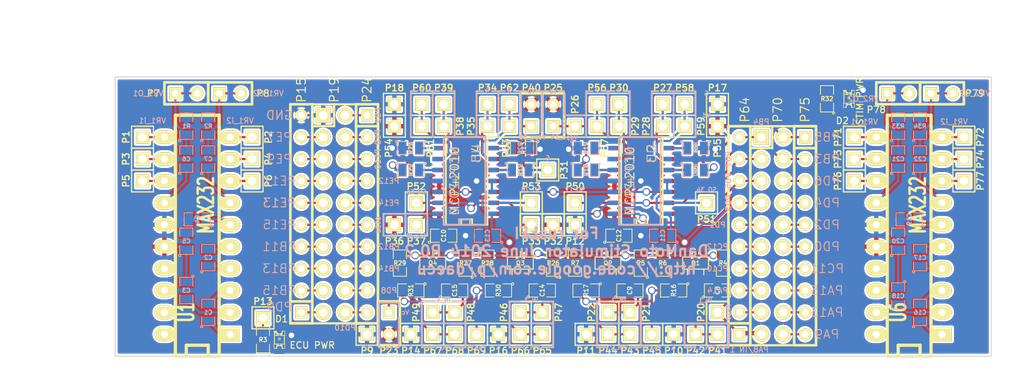
<source format=kicad_pcb>
(kicad_pcb (version 3) (host pcbnew "(2013-07-07 BZR 4022)-stable")
  (layers (15 F.Cu mixed) (0 B.Cu mixed) (18 B.Paste user) (19 F.Paste user) (20 B.SilkS user) (21 F.SilkS user) (22 B.Mask user) (23 F.Mask user) (28 Edge.Cuts user))
  (net 0 "")
  (net 1 /CS_12)
  (net 2 /CS_34)
  (net 3 /CS_56)
  (net 4 /CS_78)
  (net 5 /EIN_1)
  (net 6 /EIN_2)
  (net 7 /EIN_3)
  (net 8 /EIN_4)
  (net 9 /IN_1)
  (net 10 /IN_2)
  (net 11 /IN_3)
  (net 12 /IN_4)
  (net 13 /MISO)
  (net 14 /MOSI)
  (net 15 /OUT1)
  (net 16 /OUT2)
  (net 17 /OUT3)
  (net 18 /OUT4)
  (net 19 /OUT5)
  (net 20 /OUT6)
  (net 21 /OUT7)
  (net 22 /OUT8)
  (net 23 /SCK)
  (net 24 /VR1-O1)
  (net 25 /VR1-O2)
  (net 26 /VR1_i1)
  (net 27 /VR1_i2)
  (net 28 /VR2-O1)
  (net 29 /VR2-O2)
  (net 30 /VR2_i1)
  (net 31 /VR2_i2)
  (net 32 /Vc)
  (net 33 /Vd)
  (net 34 /Vdpu_14)
  (net 35 /Vdpu_58)
  (net 36 /Vipu12)
  (net 37 /Vipu34)
  (net 38 GND)
  (net 39 N-000001)
  (net 40 N-0000010)
  (net 41 N-00000100)
  (net 42 N-00000102)
  (net 43 N-00000103)
  (net 44 N-00000105)
  (net 45 N-00000108)
  (net 46 N-0000011)
  (net 47 N-00000110)
  (net 48 N-00000111)
  (net 49 N-00000113)
  (net 50 N-00000115)
  (net 51 N-0000012)
  (net 52 N-0000013)
  (net 53 N-0000014)
  (net 54 N-0000015)
  (net 55 N-0000016)
  (net 56 N-0000017)
  (net 57 N-0000018)
  (net 58 N-0000019)
  (net 59 N-000002)
  (net 60 N-0000020)
  (net 61 N-0000023)
  (net 62 N-0000025)
  (net 63 N-0000026)
  (net 64 N-0000027)
  (net 65 N-0000028)
  (net 66 N-0000029)
  (net 67 N-000003)
  (net 68 N-0000030)
  (net 69 N-0000031)
  (net 70 N-0000032)
  (net 71 N-0000033)
  (net 72 N-0000034)
  (net 73 N-0000035)
  (net 74 N-0000036)
  (net 75 N-0000037)
  (net 76 N-0000039)
  (net 77 N-000004)
  (net 78 N-0000040)
  (net 79 N-0000041)
  (net 80 N-0000042)
  (net 81 N-0000044)
  (net 82 N-0000045)
  (net 83 N-0000046)
  (net 84 N-0000047)
  (net 85 N-0000048)
  (net 86 N-0000049)
  (net 87 N-000005)
  (net 88 N-0000050)
  (net 89 N-0000051)
  (net 90 N-0000052)
  (net 91 N-0000054)
  (net 92 N-0000055)
  (net 93 N-0000056)
  (net 94 N-0000057)
  (net 95 N-0000058)
  (net 96 N-0000059)
  (net 97 N-000006)
  (net 98 N-0000062)
  (net 99 N-0000063)
  (net 100 N-0000065)
  (net 101 N-0000066)
  (net 102 N-000007)
  (net 103 N-0000071)
  (net 104 N-0000072)
  (net 105 N-0000073)
  (net 106 N-0000074)
  (net 107 N-0000075)
  (net 108 N-0000076)
  (net 109 N-0000077)
  (net 110 N-0000078)
  (net 111 N-0000079)
  (net 112 N-000008)
  (net 113 N-0000080)
  (net 114 N-0000082)
  (net 115 N-0000085)
  (net 116 N-0000088)
  (net 117 N-000009)
  (net 118 N-0000090)
  (net 119 N-0000091)
  (net 120 N-0000092)
  (net 121 N-0000095)
  (net 122 N-0000097)
  (module Pin_Headers:Pin_Header_Straight_2x10 (layer F.Cu) (at 125.73 73.66 270)
    (fp_text reference P19 (at -14.351 0 270) (layer F.SilkS) (effects (font (size 1.016 1.016) (thickness 0.127))))
    (fp_text value CONN_10X2 hide)
    (pad 1 thru_hole rect (at -11.43 1.27 270) (size 1.7272 1.7272) (drill 1.016) (layers *.Cu *.Mask F.SilkS) (net 38 GND))
    (pad 2 thru_hole oval (at -11.43 -1.27 270) (size 1.7272 1.7272) (drill 1.016) (layers *.Cu *.Mask F.SilkS) (net 62 N-0000025))
    (pad 3 thru_hole oval (at -8.89 1.27 270) (size 1.7272 1.7272) (drill 1.016) (layers *.Cu *.Mask F.SilkS) (net 97 N-000006))
    (pad 4 thru_hole oval (at -8.89 -1.27 270) (size 1.7272 1.7272) (drill 1.016) (layers *.Cu *.Mask F.SilkS) (net 63 N-0000026))
    (pad 5 thru_hole oval (at -6.35 1.27 270) (size 1.7272 1.7272) (drill 1.016) (layers *.Cu *.Mask F.SilkS) (net 87 N-000005))
    (pad 6 thru_hole oval (at -6.35 -1.27 270) (size 1.7272 1.7272) (drill 1.016) (layers *.Cu *.Mask F.SilkS) (net 61 N-0000023))
    (pad 7 thru_hole oval (at -3.81 1.27 270) (size 1.7272 1.7272) (drill 1.016) (layers *.Cu *.Mask F.SilkS) (net 77 N-000004))
    (pad 8 thru_hole oval (at -3.81 -1.27 270) (size 1.7272 1.7272) (drill 1.016) (layers *.Cu *.Mask F.SilkS) (net 64 N-0000027))
    (pad 9 thru_hole oval (at -1.27 1.27 270) (size 1.7272 1.7272) (drill 1.016) (layers *.Cu *.Mask F.SilkS) (net 67 N-000003))
    (pad 10 thru_hole oval (at -1.27 -1.27 270) (size 1.7272 1.7272) (drill 1.016) (layers *.Cu *.Mask F.SilkS) (net 65 N-0000028))
    (pad 11 thru_hole oval (at 1.27 1.27 270) (size 1.7272 1.7272) (drill 1.016) (layers *.Cu *.Mask F.SilkS) (net 51 N-0000012))
    (pad 12 thru_hole oval (at 1.27 -1.27 270) (size 1.7272 1.7272) (drill 1.016) (layers *.Cu *.Mask F.SilkS) (net 66 N-0000029))
    (pad 13 thru_hole oval (at 3.81 1.27 270) (size 1.7272 1.7272) (drill 1.016) (layers *.Cu *.Mask F.SilkS) (net 75 N-0000037))
    (pad 14 thru_hole oval (at 3.81 -1.27 270) (size 1.7272 1.7272) (drill 1.016) (layers *.Cu *.Mask F.SilkS) (net 68 N-0000030))
    (pad 15 thru_hole oval (at 6.35 1.27 270) (size 1.7272 1.7272) (drill 1.016) (layers *.Cu *.Mask F.SilkS) (net 74 N-0000036))
    (pad 16 thru_hole oval (at 6.35 -1.27 270) (size 1.7272 1.7272) (drill 1.016) (layers *.Cu *.Mask F.SilkS) (net 69 N-0000031))
    (pad 17 thru_hole oval (at 8.89 1.27 270) (size 1.7272 1.7272) (drill 1.016) (layers *.Cu *.Mask F.SilkS) (net 73 N-0000035))
    (pad 18 thru_hole oval (at 8.89 -1.27 270) (size 1.7272 1.7272) (drill 1.016) (layers *.Cu *.Mask F.SilkS) (net 70 N-0000032))
    (pad 19 thru_hole oval (at 11.43 1.27 270) (size 1.7272 1.7272) (drill 1.016) (layers *.Cu *.Mask F.SilkS) (net 72 N-0000034))
    (pad 20 thru_hole oval (at 11.43 -1.27 270) (size 1.7272 1.7272) (drill 1.016) (layers *.Cu *.Mask F.SilkS) (net 71 N-0000033))
  )
  (module Pin_Headers:Pin_Header_Straight_2x10 (layer F.Cu) (at 176.53 76.2 270)
    (fp_text reference P70 (at -14.605 -0.635 270) (layer F.SilkS) (effects (font (size 1.016 1.016) (thickness 0.127))))
    (fp_text value CONN_10X2 hide)
    (pad 1 thru_hole rect (at -11.43 1.27 270) (size 1.7272 1.7272) (drill 1.016) (layers *.Cu *.Mask F.SilkS) (net 13 /MISO))
    (pad 2 thru_hole oval (at -11.43 -1.27 270) (size 1.7272 1.7272) (drill 1.016) (layers *.Cu *.Mask F.SilkS) (net 14 /MOSI))
    (pad 3 thru_hole oval (at -8.89 1.27 270) (size 1.7272 1.7272) (drill 1.016) (layers *.Cu *.Mask F.SilkS) (net 1 /CS_12))
    (pad 4 thru_hole oval (at -8.89 -1.27 270) (size 1.7272 1.7272) (drill 1.016) (layers *.Cu *.Mask F.SilkS) (net 23 /SCK))
    (pad 5 thru_hole oval (at -6.35 1.27 270) (size 1.7272 1.7272) (drill 1.016) (layers *.Cu *.Mask F.SilkS) (net 2 /CS_34))
    (pad 6 thru_hole oval (at -6.35 -1.27 270) (size 1.7272 1.7272) (drill 1.016) (layers *.Cu *.Mask F.SilkS) (net 102 N-000007))
    (pad 7 thru_hole oval (at -3.81 1.27 270) (size 1.7272 1.7272) (drill 1.016) (layers *.Cu *.Mask F.SilkS) (net 60 N-0000020))
    (pad 8 thru_hole oval (at -3.81 -1.27 270) (size 1.7272 1.7272) (drill 1.016) (layers *.Cu *.Mask F.SilkS) (net 112 N-000008))
    (pad 9 thru_hole oval (at -1.27 1.27 270) (size 1.7272 1.7272) (drill 1.016) (layers *.Cu *.Mask F.SilkS) (net 58 N-0000019))
    (pad 10 thru_hole oval (at -1.27 -1.27 270) (size 1.7272 1.7272) (drill 1.016) (layers *.Cu *.Mask F.SilkS) (net 117 N-000009))
    (pad 11 thru_hole oval (at 1.27 1.27 270) (size 1.7272 1.7272) (drill 1.016) (layers *.Cu *.Mask F.SilkS) (net 57 N-0000018))
    (pad 12 thru_hole oval (at 1.27 -1.27 270) (size 1.7272 1.7272) (drill 1.016) (layers *.Cu *.Mask F.SilkS) (net 40 N-0000010))
    (pad 13 thru_hole oval (at 3.81 1.27 270) (size 1.7272 1.7272) (drill 1.016) (layers *.Cu *.Mask F.SilkS) (net 56 N-0000017))
    (pad 14 thru_hole oval (at 3.81 -1.27 270) (size 1.7272 1.7272) (drill 1.016) (layers *.Cu *.Mask F.SilkS) (net 46 N-0000011))
    (pad 15 thru_hole oval (at 6.35 1.27 270) (size 1.7272 1.7272) (drill 1.016) (layers *.Cu *.Mask F.SilkS) (net 55 N-0000016))
    (pad 16 thru_hole oval (at 6.35 -1.27 270) (size 1.7272 1.7272) (drill 1.016) (layers *.Cu *.Mask F.SilkS) (net 59 N-000002))
    (pad 17 thru_hole oval (at 8.89 1.27 270) (size 1.7272 1.7272) (drill 1.016) (layers *.Cu *.Mask F.SilkS) (net 54 N-0000015))
    (pad 18 thru_hole oval (at 8.89 -1.27 270) (size 1.7272 1.7272) (drill 1.016) (layers *.Cu *.Mask F.SilkS) (net 52 N-0000013))
    (pad 19 thru_hole oval (at 11.43 1.27 270) (size 1.7272 1.7272) (drill 1.016) (layers *.Cu *.Mask F.SilkS) (net 9 /IN_1))
    (pad 20 thru_hole oval (at 11.43 -1.27 270) (size 1.7272 1.7272) (drill 1.016) (layers *.Cu *.Mask F.SilkS) (net 53 N-0000014))
  )
  (module SIL-10 (layer F.Cu) (at 129.54 73.66 270)
    (fp_text reference P24 (at -14.351 0 270) (layer F.SilkS) (effects (font (size 1.016 1.016) (thickness 0.127))))
    (fp_text value CONN_10 hide)
    (pad 1 thru_hole rect (at -11.43 0 270) (size 1.397 1.397) (drill 0.8128) (layers *.Cu *.Mask F.SilkS) (net 62 N-0000025))
    (pad 2 thru_hole circle (at -8.89 0 270) (size 1.397 1.397) (drill 0.8128) (layers *.Cu *.Mask F.SilkS) (net 63 N-0000026))
    (pad 3 thru_hole circle (at -6.35 0 270) (size 1.397 1.397) (drill 0.8128) (layers *.Cu *.Mask F.SilkS) (net 61 N-0000023))
    (pad 4 thru_hole circle (at -3.81 0 270) (size 1.397 1.397) (drill 0.8128) (layers *.Cu *.Mask F.SilkS) (net 64 N-0000027))
    (pad 5 thru_hole circle (at -1.27 0 270) (size 1.397 1.397) (drill 0.8128) (layers *.Cu *.Mask F.SilkS) (net 65 N-0000028))
    (pad 6 thru_hole circle (at 1.27 0 270) (size 1.397 1.397) (drill 0.8128) (layers *.Cu *.Mask F.SilkS) (net 66 N-0000029))
    (pad 7 thru_hole circle (at 3.81 0 270) (size 1.397 1.397) (drill 0.8128) (layers *.Cu *.Mask F.SilkS) (net 68 N-0000030))
    (pad 8 thru_hole circle (at 6.35 0 270) (size 1.397 1.397) (drill 0.8128) (layers *.Cu *.Mask F.SilkS) (net 69 N-0000031))
    (pad 9 thru_hole circle (at 8.89 0 270) (size 1.397 1.397) (drill 0.8128) (layers *.Cu *.Mask F.SilkS) (net 70 N-0000032))
    (pad 10 thru_hole circle (at 11.43 0 270) (size 1.397 1.397) (drill 0.8128) (layers *.Cu *.Mask F.SilkS) (net 71 N-0000033))
  )
  (module SIL-10 (layer F.Cu) (at 121.92 73.66 90)
    (fp_text reference P15 (at 14.351 0 90) (layer F.SilkS) (effects (font (size 1.016 1.016) (thickness 0.127))))
    (fp_text value CONN_10 hide)
    (pad 1 thru_hole rect (at -11.43 0 90) (size 1.397 1.397) (drill 0.8128) (layers *.Cu *.Mask F.SilkS) (net 72 N-0000034))
    (pad 2 thru_hole circle (at -8.89 0 90) (size 1.397 1.397) (drill 0.8128) (layers *.Cu *.Mask F.SilkS) (net 73 N-0000035))
    (pad 3 thru_hole circle (at -6.35 0 90) (size 1.397 1.397) (drill 0.8128) (layers *.Cu *.Mask F.SilkS) (net 74 N-0000036))
    (pad 4 thru_hole circle (at -3.81 0 90) (size 1.397 1.397) (drill 0.8128) (layers *.Cu *.Mask F.SilkS) (net 75 N-0000037))
    (pad 5 thru_hole circle (at -1.27 0 90) (size 1.397 1.397) (drill 0.8128) (layers *.Cu *.Mask F.SilkS) (net 51 N-0000012))
    (pad 6 thru_hole circle (at 1.27 0 90) (size 1.397 1.397) (drill 0.8128) (layers *.Cu *.Mask F.SilkS) (net 67 N-000003))
    (pad 7 thru_hole circle (at 3.81 0 90) (size 1.397 1.397) (drill 0.8128) (layers *.Cu *.Mask F.SilkS) (net 77 N-000004))
    (pad 8 thru_hole circle (at 6.35 0 90) (size 1.397 1.397) (drill 0.8128) (layers *.Cu *.Mask F.SilkS) (net 87 N-000005))
    (pad 9 thru_hole circle (at 8.89 0 90) (size 1.397 1.397) (drill 0.8128) (layers *.Cu *.Mask F.SilkS) (net 97 N-000006))
    (pad 10 thru_hole circle (at 11.43 0 90) (size 1.397 1.397) (drill 0.8128) (layers *.Cu *.Mask F.SilkS) (net 38 GND))
  )
  (module SIL-10 (layer F.Cu) (at 180.34 76.2 270)
    (fp_text reference P75 (at -14.605 0 270) (layer F.SilkS) (effects (font (size 1.016 1.016) (thickness 0.127))))
    (fp_text value CONN_10 hide)
    (pad 1 thru_hole rect (at -11.43 0 270) (size 1.397 1.397) (drill 0.8128) (layers *.Cu *.Mask F.SilkS) (net 14 /MOSI))
    (pad 2 thru_hole circle (at -8.89 0 270) (size 1.397 1.397) (drill 0.8128) (layers *.Cu *.Mask F.SilkS) (net 23 /SCK))
    (pad 3 thru_hole circle (at -6.35 0 270) (size 1.397 1.397) (drill 0.8128) (layers *.Cu *.Mask F.SilkS) (net 102 N-000007))
    (pad 4 thru_hole circle (at -3.81 0 270) (size 1.397 1.397) (drill 0.8128) (layers *.Cu *.Mask F.SilkS) (net 112 N-000008))
    (pad 5 thru_hole circle (at -1.27 0 270) (size 1.397 1.397) (drill 0.8128) (layers *.Cu *.Mask F.SilkS) (net 117 N-000009))
    (pad 6 thru_hole circle (at 1.27 0 270) (size 1.397 1.397) (drill 0.8128) (layers *.Cu *.Mask F.SilkS) (net 40 N-0000010))
    (pad 7 thru_hole circle (at 3.81 0 270) (size 1.397 1.397) (drill 0.8128) (layers *.Cu *.Mask F.SilkS) (net 46 N-0000011))
    (pad 8 thru_hole circle (at 6.35 0 270) (size 1.397 1.397) (drill 0.8128) (layers *.Cu *.Mask F.SilkS) (net 59 N-000002))
    (pad 9 thru_hole circle (at 8.89 0 270) (size 1.397 1.397) (drill 0.8128) (layers *.Cu *.Mask F.SilkS) (net 52 N-0000013))
    (pad 10 thru_hole circle (at 11.43 0 270) (size 1.397 1.397) (drill 0.8128) (layers *.Cu *.Mask F.SilkS) (net 53 N-0000014))
  )
  (module SIL-10 (layer F.Cu) (at 172.72 76.2 90)
    (fp_text reference P64 (at 14.605 0.635 90) (layer F.SilkS) (effects (font (size 1.016 1.016) (thickness 0.127))))
    (fp_text value CONN_10 hide)
    (pad 1 thru_hole rect (at -11.43 0 90) (size 1.397 1.397) (drill 0.8128) (layers *.Cu *.Mask F.SilkS) (net 9 /IN_1))
    (pad 2 thru_hole circle (at -8.89 0 90) (size 1.397 1.397) (drill 0.8128) (layers *.Cu *.Mask F.SilkS) (net 54 N-0000015))
    (pad 3 thru_hole circle (at -6.35 0 90) (size 1.397 1.397) (drill 0.8128) (layers *.Cu *.Mask F.SilkS) (net 55 N-0000016))
    (pad 4 thru_hole circle (at -3.81 0 90) (size 1.397 1.397) (drill 0.8128) (layers *.Cu *.Mask F.SilkS) (net 56 N-0000017))
    (pad 5 thru_hole circle (at -1.27 0 90) (size 1.397 1.397) (drill 0.8128) (layers *.Cu *.Mask F.SilkS) (net 57 N-0000018))
    (pad 6 thru_hole circle (at 1.27 0 90) (size 1.397 1.397) (drill 0.8128) (layers *.Cu *.Mask F.SilkS) (net 58 N-0000019))
    (pad 7 thru_hole circle (at 3.81 0 90) (size 1.397 1.397) (drill 0.8128) (layers *.Cu *.Mask F.SilkS) (net 60 N-0000020))
    (pad 8 thru_hole circle (at 6.35 0 90) (size 1.397 1.397) (drill 0.8128) (layers *.Cu *.Mask F.SilkS) (net 2 /CS_34))
    (pad 9 thru_hole circle (at 8.89 0 90) (size 1.397 1.397) (drill 0.8128) (layers *.Cu *.Mask F.SilkS) (net 1 /CS_12))
    (pad 10 thru_hole circle (at 11.43 0 90) (size 1.397 1.397) (drill 0.8128) (layers *.Cu *.Mask F.SilkS) (net 13 /MISO))
  )
  (module SIL-2 (layer F.Cu) (at 148.59 62.23 90)
    (fp_text reference P40 (at 3.175 0 180) (layer F.SilkS) (effects (font (size 0.762 0.762) (thickness 0.1524))))
    (fp_text value TEST hide)
    (pad 1 thru_hole rect (at -1.27 0 90) (size 1.397 1.397) (drill 0.8128) (layers *.Cu *.Mask F.SilkS) (net 35 /Vdpu_58))
    (pad 2 thru_hole circle (at 1.27 0 90) (size 1.397 1.397) (drill 0.8128) (layers *.Cu *.Mask F.SilkS) (net 33 /Vd))
  )
  (module LED-0805 (layer F.Cu) (at 185.42 60.325 90)
    (fp_text reference D2 (at -2.54 -0.762 180) (layer F.SilkS) (effects (font (size 0.762 0.762) (thickness 0.127))))
    (fp_text value "STIM PWR" (at -0.254 1.27 90) (layer F.SilkS) (effects (font (size 0.762 0.762) (thickness 0.127))))
    (pad 1 smd rect (at -1.04902 0 90) (size 1.19888 1.19888) (layers F.Cu F.Paste F.Mask) (net 93 N-0000056))
    (pad 2 smd rect (at 1.04902 0 90) (size 1.19888 1.19888) (layers F.Cu F.Paste F.Mask) (net 38 GND))
  )
  (module LED-0805 (layer F.Cu) (at 119.38 88.265 90)
    (fp_text reference D1 (at 2.413 0.254 180) (layer F.SilkS) (effects (font (size 0.762 0.762) (thickness 0.127))))
    (fp_text value "ECU PWR" (at -0.635 3.81 180) (layer F.SilkS) (effects (font (size 0.762 0.762) (thickness 0.127))))
    (pad 1 smd rect (at -1.04902 0 90) (size 1.19888 1.19888) (layers F.Cu F.Paste F.Mask) (net 114 N-0000082))
    (pad 2 smd rect (at 1.04902 0 90) (size 1.19888 1.19888) (layers F.Cu F.Paste F.Mask) (net 38 GND))
  )
  (module SIL-2 (layer F.Cu) (at 132.08 86.36 270)
    (fp_text reference P23 (at 3.175 0 360) (layer F.SilkS) (effects (font (size 0.762 0.762) (thickness 0.1524))))
    (fp_text value TEST hide)
    (pad 1 thru_hole rect (at -1.27 0 270) (size 1.397 1.397) (drill 0.8128) (layers *.Cu *.Mask F.SilkS) (net 32 /Vc))
    (pad 2 thru_hole circle (at 1.27 0 270) (size 1.397 1.397) (drill 0.8128) (layers *.Cu *.Mask F.SilkS) (net 33 /Vd))
  )
  (module SIL-2 (layer F.Cu) (at 151.13 62.23 90)
    (fp_text reference P25 (at 3.175 0 180) (layer F.SilkS) (effects (font (size 0.762 0.762) (thickness 0.1524))))
    (fp_text value TEST hide)
    (pad 1 thru_hole rect (at -1.27 0 90) (size 1.397 1.397) (drill 0.8128) (layers *.Cu *.Mask F.SilkS) (net 34 /Vdpu_14))
    (pad 2 thru_hole circle (at 1.27 0 90) (size 1.397 1.397) (drill 0.8128) (layers *.Cu *.Mask F.SilkS) (net 33 /Vd))
  )
  (module SM0805 (layer B.Cu) (at 191.135 83.185 270)
    (fp_text reference C18 (at 0 0 540) (layer B.SilkS) (effects (font (size 0.50038 0.50038) (thickness 0.10922)) (justify mirror)))
    (fp_text value 1uF hide)
    (pad 1 smd rect (at -0.9525 0 270) (size 0.889 1.397) (layers B.Cu B.Paste B.Mask) (net 33 /Vd))
    (pad 2 smd rect (at 0.9525 0 270) (size 0.889 1.397) (layers B.Cu B.Paste B.Mask) (net 89 N-0000051))
  )
  (module SM0805 (layer B.Cu) (at 192.405 74.295 180)
    (fp_text reference C19 (at 0 0 450) (layer B.SilkS) (effects (font (size 0.50038 0.50038) (thickness 0.10922)) (justify mirror)))
    (fp_text value 1uF hide)
    (pad 1 smd rect (at -0.9525 0 180) (size 0.889 1.397) (layers B.Cu B.Paste B.Mask) (net 90 N-0000052))
    (pad 2 smd rect (at 0.9525 0 180) (size 0.889 1.397) (layers B.Cu B.Paste B.Mask) (net 38 GND))
  )
  (module SM0805 (layer F.Cu) (at 182.88 60.325 90)
    (fp_text reference R32 (at 0 0 180) (layer F.SilkS) (effects (font (size 0.50038 0.50038) (thickness 0.10922))))
    (fp_text value 700R hide)
    (pad 1 smd rect (at -0.9525 0 90) (size 0.889 1.397) (layers F.Cu F.Paste F.Mask) (net 93 N-0000056))
    (pad 2 smd rect (at 0.9525 0 90) (size 0.889 1.397) (layers F.Cu F.Paste F.Mask) (net 33 /Vd))
  )
  (module SM0805 (layer B.Cu) (at 191.135 67.31 90)
    (fp_text reference C21 (at 0 0 360) (layer B.SilkS) (effects (font (size 0.50038 0.50038) (thickness 0.10922)) (justify mirror)))
    (fp_text value 1uF hide)
    (pad 1 smd rect (at -0.9525 0 90) (size 0.889 1.397) (layers B.Cu B.Paste B.Mask) (net 99 N-0000063))
    (pad 2 smd rect (at 0.9525 0 90) (size 0.889 1.397) (layers B.Cu B.Paste B.Mask) (net 28 /VR2-O1))
  )
  (module SM0805 (layer B.Cu) (at 191.135 63.5 90)
    (fp_text reference R33 (at 0 0 360) (layer B.SilkS) (effects (font (size 0.50038 0.50038) (thickness 0.10922)) (justify mirror)))
    (fp_text value 10k hide)
    (pad 1 smd rect (at -0.9525 0 90) (size 0.889 1.397) (layers B.Cu B.Paste B.Mask) (net 28 /VR2-O1))
    (pad 2 smd rect (at 0.9525 0 90) (size 0.889 1.397) (layers B.Cu B.Paste B.Mask) (net 38 GND))
  )
  (module SM0805 (layer B.Cu) (at 193.675 67.31 90)
    (fp_text reference C22 (at 0 0 360) (layer B.SilkS) (effects (font (size 0.50038 0.50038) (thickness 0.10922)) (justify mirror)))
    (fp_text value 1uF hide)
    (pad 1 smd rect (at -0.9525 0 90) (size 0.889 1.397) (layers B.Cu B.Paste B.Mask) (net 95 N-0000058))
    (pad 2 smd rect (at 0.9525 0 90) (size 0.889 1.397) (layers B.Cu B.Paste B.Mask) (net 29 /VR2-O2))
  )
  (module SM0805 (layer B.Cu) (at 193.675 63.5 90)
    (fp_text reference R34 (at 0 0 360) (layer B.SilkS) (effects (font (size 0.50038 0.50038) (thickness 0.10922)) (justify mirror)))
    (fp_text value 10k hide)
    (pad 1 smd rect (at -0.9525 0 90) (size 0.889 1.397) (layers B.Cu B.Paste B.Mask) (net 29 /VR2-O2))
    (pad 2 smd rect (at 0.9525 0 90) (size 0.889 1.397) (layers B.Cu B.Paste B.Mask) (net 38 GND))
  )
  (module SM0805 (layer B.Cu) (at 193.675 78.74 90)
    (fp_text reference C17 (at 0 0 360) (layer B.SilkS) (effects (font (size 0.50038 0.50038) (thickness 0.10922)) (justify mirror)))
    (fp_text value 1uF hide)
    (pad 1 smd rect (at -0.9525 0 90) (size 0.889 1.397) (layers B.Cu B.Paste B.Mask) (net 86 N-0000049))
    (pad 2 smd rect (at 0.9525 0 90) (size 0.889 1.397) (layers B.Cu B.Paste B.Mask) (net 88 N-0000050))
  )
  (module SM0805 (layer B.Cu) (at 193.675 85.09 90)
    (fp_text reference C16 (at 0 0 360) (layer B.SilkS) (effects (font (size 0.50038 0.50038) (thickness 0.10922)) (justify mirror)))
    (fp_text value 1uF hide)
    (pad 1 smd rect (at -0.9525 0 90) (size 0.889 1.397) (layers B.Cu B.Paste B.Mask) (net 84 N-0000047))
    (pad 2 smd rect (at 0.9525 0 90) (size 0.889 1.397) (layers B.Cu B.Paste B.Mask) (net 85 N-0000048))
  )
  (module SM0805 (layer B.Cu) (at 191.135 76.835 90)
    (fp_text reference C20 (at 0 0 360) (layer B.SilkS) (effects (font (size 0.50038 0.50038) (thickness 0.10922)) (justify mirror)))
    (fp_text value 1uF hide)
    (pad 1 smd rect (at -0.9525 0 90) (size 0.889 1.397) (layers B.Cu B.Paste B.Mask) (net 33 /Vd))
    (pad 2 smd rect (at 0.9525 0 90) (size 0.889 1.397) (layers B.Cu B.Paste B.Mask) (net 38 GND))
  )
  (module SM0805 (layer F.Cu) (at 117.475 88.265 90)
    (fp_text reference R3 (at 0 0 180) (layer F.SilkS) (effects (font (size 0.50038 0.50038) (thickness 0.10922))))
    (fp_text value 700R hide)
    (pad 1 smd rect (at -0.9525 0 90) (size 0.889 1.397) (layers F.Cu F.Paste F.Mask) (net 114 N-0000082))
    (pad 2 smd rect (at 0.9525 0 90) (size 0.889 1.397) (layers F.Cu F.Paste F.Mask) (net 94 N-0000057))
  )
  (module SM0805 (layer B.Cu) (at 111.125 63.5 90)
    (fp_text reference R2 (at 0 0 360) (layer B.SilkS) (effects (font (size 0.50038 0.50038) (thickness 0.10922)) (justify mirror)))
    (fp_text value 10k hide)
    (pad 1 smd rect (at -0.9525 0 90) (size 0.889 1.397) (layers B.Cu B.Paste B.Mask) (net 25 /VR1-O2))
    (pad 2 smd rect (at 0.9525 0 90) (size 0.889 1.397) (layers B.Cu B.Paste B.Mask) (net 38 GND))
  )
  (module SM0805 (layer B.Cu) (at 111.125 67.31 90)
    (fp_text reference C7 (at 0 0 360) (layer B.SilkS) (effects (font (size 0.50038 0.50038) (thickness 0.10922)) (justify mirror)))
    (fp_text value 1uF hide)
    (pad 1 smd rect (at -0.9525 0 90) (size 0.889 1.397) (layers B.Cu B.Paste B.Mask) (net 103 N-0000071))
    (pad 2 smd rect (at 0.9525 0 90) (size 0.889 1.397) (layers B.Cu B.Paste B.Mask) (net 25 /VR1-O2))
  )
  (module SM0805 (layer B.Cu) (at 108.585 63.5 90)
    (fp_text reference R1 (at 0 0 360) (layer B.SilkS) (effects (font (size 0.50038 0.50038) (thickness 0.10922)) (justify mirror)))
    (fp_text value 10k hide)
    (pad 1 smd rect (at -0.9525 0 90) (size 0.889 1.397) (layers B.Cu B.Paste B.Mask) (net 24 /VR1-O1))
    (pad 2 smd rect (at 0.9525 0 90) (size 0.889 1.397) (layers B.Cu B.Paste B.Mask) (net 38 GND))
  )
  (module SM0805 (layer B.Cu) (at 108.585 67.31 90)
    (fp_text reference C6 (at 0 0 360) (layer B.SilkS) (effects (font (size 0.50038 0.50038) (thickness 0.10922)) (justify mirror)))
    (fp_text value 1uF hide)
    (pad 1 smd rect (at -0.9525 0 90) (size 0.889 1.397) (layers B.Cu B.Paste B.Mask) (net 113 N-0000080))
    (pad 2 smd rect (at 0.9525 0 90) (size 0.889 1.397) (layers B.Cu B.Paste B.Mask) (net 24 /VR1-O1))
  )
  (module SM0805 (layer B.Cu) (at 109.855 74.295 180)
    (fp_text reference C4 (at 0 0 450) (layer B.SilkS) (effects (font (size 0.50038 0.50038) (thickness 0.10922)) (justify mirror)))
    (fp_text value 1uF hide)
    (pad 1 smd rect (at -0.9525 0 180) (size 0.889 1.397) (layers B.Cu B.Paste B.Mask) (net 109 N-0000077))
    (pad 2 smd rect (at 0.9525 0 180) (size 0.889 1.397) (layers B.Cu B.Paste B.Mask) (net 38 GND))
  )
  (module SM0805 (layer B.Cu) (at 108.585 82.55 270)
    (fp_text reference C3 (at 0 0 540) (layer B.SilkS) (effects (font (size 0.50038 0.50038) (thickness 0.10922)) (justify mirror)))
    (fp_text value 1uF hide)
    (pad 1 smd rect (at -0.9525 0 270) (size 0.889 1.397) (layers B.Cu B.Paste B.Mask) (net 33 /Vd))
    (pad 2 smd rect (at 0.9525 0 270) (size 0.889 1.397) (layers B.Cu B.Paste B.Mask) (net 105 N-0000073))
  )
  (module SM0805 (layer B.Cu) (at 111.125 78.74 90)
    (fp_text reference C2 (at 0 0 360) (layer B.SilkS) (effects (font (size 0.50038 0.50038) (thickness 0.10922)) (justify mirror)))
    (fp_text value 1uF hide)
    (pad 1 smd rect (at -0.9525 0 90) (size 0.889 1.397) (layers B.Cu B.Paste B.Mask) (net 107 N-0000075))
    (pad 2 smd rect (at 0.9525 0 90) (size 0.889 1.397) (layers B.Cu B.Paste B.Mask) (net 108 N-0000076))
  )
  (module SM0805 (layer B.Cu) (at 111.125 85.09 90)
    (fp_text reference C1 (at 0 0 360) (layer B.SilkS) (effects (font (size 0.50038 0.50038) (thickness 0.10922)) (justify mirror)))
    (fp_text value 1uF hide)
    (pad 1 smd rect (at -0.9525 0 90) (size 0.889 1.397) (layers B.Cu B.Paste B.Mask) (net 104 N-0000072))
    (pad 2 smd rect (at 0.9525 0 90) (size 0.889 1.397) (layers B.Cu B.Paste B.Mask) (net 106 N-0000074))
  )
  (module SM0805 (layer B.Cu) (at 108.585 76.835 90)
    (fp_text reference C5 (at 0 0 360) (layer B.SilkS) (effects (font (size 0.50038 0.50038) (thickness 0.10922)) (justify mirror)))
    (fp_text value 1uF hide)
    (pad 1 smd rect (at -0.9525 0 90) (size 0.889 1.397) (layers B.Cu B.Paste B.Mask) (net 33 /Vd))
    (pad 2 smd rect (at 0.9525 0 90) (size 0.889 1.397) (layers B.Cu B.Paste B.Mask) (net 38 GND))
  )
  (module DIP-20__300_ELL (layer F.Cu) (at 192.405 76.2 90)
    (fp_text reference U6 (at -8.89 -1.27 90) (layer F.SilkS) (effects (font (size 1.778 1.143) (thickness 0.3048))))
    (fp_text value MAX232 (at 3.556 1.016 90) (layer F.SilkS) (effects (font (size 1.778 1.143) (thickness 0.3048))))
    (pad 1 thru_hole rect (at -11.43 3.81 90) (size 1.5748 2.286) (drill 0.8128) (layers *.Cu *.Mask F.SilkS) (net 84 N-0000047))
    (pad 2 thru_hole oval (at -8.89 3.81 90) (size 1.5748 2.286) (drill 0.8128) (layers *.Cu *.Mask F.SilkS) (net 89 N-0000051))
    (pad 3 thru_hole oval (at -6.35 3.81 90) (size 1.5748 2.286) (drill 0.8128) (layers *.Cu *.Mask F.SilkS) (net 85 N-0000048))
    (pad 4 thru_hole oval (at -3.81 3.81 90) (size 1.5748 2.286) (drill 0.8128) (layers *.Cu *.Mask F.SilkS) (net 86 N-0000049))
    (pad 5 thru_hole oval (at -1.27 3.81 90) (size 1.5748 2.286) (drill 0.8128) (layers *.Cu *.Mask F.SilkS) (net 88 N-0000050))
    (pad 6 thru_hole oval (at 1.27 3.81 90) (size 1.5748 2.286) (drill 0.8128) (layers *.Cu *.Mask F.SilkS) (net 90 N-0000052))
    (pad 7 thru_hole oval (at 3.81 3.81 90) (size 1.5748 2.286) (drill 0.8128) (layers *.Cu *.Mask F.SilkS) (net 95 N-0000058))
    (pad 8 thru_hole oval (at 6.35 3.81 90) (size 1.5748 2.286) (drill 0.8128) (layers *.Cu *.Mask F.SilkS) (net 91 N-0000054))
    (pad 9 thru_hole oval (at 8.89 3.81 90) (size 1.5748 2.286) (drill 0.8128) (layers *.Cu *.Mask F.SilkS) (net 96 N-0000059))
    (pad 10 thru_hole oval (at 11.43 3.81 90) (size 1.5748 2.286) (drill 0.8128) (layers *.Cu *.Mask F.SilkS) (net 31 /VR2_i2))
    (pad 11 thru_hole oval (at 11.43 -3.81 90) (size 1.5748 2.286) (drill 0.8128) (layers *.Cu *.Mask F.SilkS) (net 30 /VR2_i1))
    (pad 12 thru_hole oval (at 8.89 -3.81 90) (size 1.5748 2.286) (drill 0.8128) (layers *.Cu *.Mask F.SilkS) (net 98 N-0000062))
    (pad 13 thru_hole oval (at 6.35 -3.81 90) (size 1.5748 2.286) (drill 0.8128) (layers *.Cu *.Mask F.SilkS) (net 92 N-0000055))
    (pad 14 thru_hole oval (at 3.81 -3.81 90) (size 1.5748 2.286) (drill 0.8128) (layers *.Cu *.Mask F.SilkS) (net 99 N-0000063))
    (pad 15 thru_hole oval (at 1.27 -3.81 90) (size 1.5748 2.286) (drill 0.8128) (layers *.Cu *.Mask F.SilkS) (net 38 GND))
    (pad 16 thru_hole oval (at -1.27 -3.81 90) (size 1.5748 2.286) (drill 0.8128) (layers *.Cu *.Mask F.SilkS) (net 33 /Vd))
    (pad 17 thru_hole oval (at -3.81 -3.81 90) (size 1.5748 2.286) (drill 0.8128) (layers *.Cu *.Mask F.SilkS))
    (pad 18 thru_hole oval (at -6.35 -3.81 90) (size 1.5748 2.286) (drill 0.8128) (layers *.Cu *.Mask F.SilkS))
    (pad 19 thru_hole oval (at -8.89 -3.81 90) (size 1.5748 2.286) (drill 0.8128) (layers *.Cu *.Mask F.SilkS))
    (pad 20 thru_hole oval (at -11.43 -3.81 90) (size 1.5748 2.286) (drill 0.8128) (layers *.Cu *.Mask F.SilkS))
  )
  (module DIP-20__300_ELL (layer F.Cu) (at 109.855 76.2 90)
    (fp_text reference U1 (at -8.89 -1.27 90) (layer F.SilkS) (effects (font (size 1.778 1.143) (thickness 0.3048))))
    (fp_text value MAX232 (at 3.556 1.016 90) (layer F.SilkS) (effects (font (size 1.778 1.143) (thickness 0.3048))))
    (pad 1 thru_hole rect (at -11.43 3.81 90) (size 1.5748 2.286) (drill 0.8128) (layers *.Cu *.Mask F.SilkS) (net 104 N-0000072))
    (pad 2 thru_hole oval (at -8.89 3.81 90) (size 1.5748 2.286) (drill 0.8128) (layers *.Cu *.Mask F.SilkS) (net 105 N-0000073))
    (pad 3 thru_hole oval (at -6.35 3.81 90) (size 1.5748 2.286) (drill 0.8128) (layers *.Cu *.Mask F.SilkS) (net 106 N-0000074))
    (pad 4 thru_hole oval (at -3.81 3.81 90) (size 1.5748 2.286) (drill 0.8128) (layers *.Cu *.Mask F.SilkS) (net 107 N-0000075))
    (pad 5 thru_hole oval (at -1.27 3.81 90) (size 1.5748 2.286) (drill 0.8128) (layers *.Cu *.Mask F.SilkS) (net 108 N-0000076))
    (pad 6 thru_hole oval (at 1.27 3.81 90) (size 1.5748 2.286) (drill 0.8128) (layers *.Cu *.Mask F.SilkS) (net 109 N-0000077))
    (pad 7 thru_hole oval (at 3.81 3.81 90) (size 1.5748 2.286) (drill 0.8128) (layers *.Cu *.Mask F.SilkS) (net 103 N-0000071))
    (pad 8 thru_hole oval (at 6.35 3.81 90) (size 1.5748 2.286) (drill 0.8128) (layers *.Cu *.Mask F.SilkS) (net 110 N-0000078))
    (pad 9 thru_hole oval (at 8.89 3.81 90) (size 1.5748 2.286) (drill 0.8128) (layers *.Cu *.Mask F.SilkS) (net 101 N-0000066))
    (pad 10 thru_hole oval (at 11.43 3.81 90) (size 1.5748 2.286) (drill 0.8128) (layers *.Cu *.Mask F.SilkS) (net 27 /VR1_i2))
    (pad 11 thru_hole oval (at 11.43 -3.81 90) (size 1.5748 2.286) (drill 0.8128) (layers *.Cu *.Mask F.SilkS) (net 26 /VR1_i1))
    (pad 12 thru_hole oval (at 8.89 -3.81 90) (size 1.5748 2.286) (drill 0.8128) (layers *.Cu *.Mask F.SilkS) (net 100 N-0000065))
    (pad 13 thru_hole oval (at 6.35 -3.81 90) (size 1.5748 2.286) (drill 0.8128) (layers *.Cu *.Mask F.SilkS) (net 111 N-0000079))
    (pad 14 thru_hole oval (at 3.81 -3.81 90) (size 1.5748 2.286) (drill 0.8128) (layers *.Cu *.Mask F.SilkS) (net 113 N-0000080))
    (pad 15 thru_hole oval (at 1.27 -3.81 90) (size 1.5748 2.286) (drill 0.8128) (layers *.Cu *.Mask F.SilkS) (net 38 GND))
    (pad 16 thru_hole oval (at -1.27 -3.81 90) (size 1.5748 2.286) (drill 0.8128) (layers *.Cu *.Mask F.SilkS) (net 33 /Vd))
    (pad 17 thru_hole oval (at -3.81 -3.81 90) (size 1.5748 2.286) (drill 0.8128) (layers *.Cu *.Mask F.SilkS))
    (pad 18 thru_hole oval (at -6.35 -3.81 90) (size 1.5748 2.286) (drill 0.8128) (layers *.Cu *.Mask F.SilkS))
    (pad 19 thru_hole oval (at -8.89 -3.81 90) (size 1.5748 2.286) (drill 0.8128) (layers *.Cu *.Mask F.SilkS))
    (pad 20 thru_hole oval (at -11.43 -3.81 90) (size 1.5748 2.286) (drill 0.8128) (layers *.Cu *.Mask F.SilkS))
  )
  (module SM0805 (layer F.Cu) (at 138.43 76.2)
    (fp_text reference C10 (at 0 0 90) (layer F.SilkS) (effects (font (size 0.50038 0.50038) (thickness 0.10922))))
    (fp_text value 0.1uF hide)
    (pad 1 smd rect (at -0.9525 0) (size 0.889 1.397) (layers F.Cu F.Paste F.Mask) (net 33 /Vd))
    (pad 2 smd rect (at 0.9525 0) (size 0.889 1.397) (layers F.Cu F.Paste F.Mask) (net 38 GND))
  )
  (module SM0805 (layer B.Cu) (at 163.83 76.2 180)
    (fp_text reference C11 (at 0 0 270) (layer B.SilkS) (effects (font (size 0.50038 0.50038) (thickness 0.10922)) (justify mirror)))
    (fp_text value 0.1uF hide)
    (pad 1 smd rect (at -0.9525 0 180) (size 0.889 1.397) (layers B.Cu B.Paste B.Mask) (net 33 /Vd))
    (pad 2 smd rect (at 0.9525 0 180) (size 0.889 1.397) (layers B.Cu B.Paste B.Mask) (net 38 GND))
  )
  (module SM0805 (layer F.Cu) (at 158.75 76.2)
    (fp_text reference C12 (at 0 0 90) (layer F.SilkS) (effects (font (size 0.50038 0.50038) (thickness 0.10922))))
    (fp_text value 0.1uF hide)
    (pad 1 smd rect (at -0.9525 0) (size 0.889 1.397) (layers F.Cu F.Paste F.Mask) (net 33 /Vd))
    (pad 2 smd rect (at 0.9525 0) (size 0.889 1.397) (layers F.Cu F.Paste F.Mask) (net 38 GND))
  )
  (module SM0805 (layer F.Cu) (at 170.18 82.55)
    (fp_text reference C8 (at 0 0 90) (layer F.SilkS) (effects (font (size 0.50038 0.50038) (thickness 0.10922))))
    (fp_text value "100 pF" hide)
    (pad 1 smd rect (at -0.9525 0) (size 0.889 1.397) (layers F.Cu F.Paste F.Mask) (net 5 /EIN_1))
    (pad 2 smd rect (at 0.9525 0) (size 0.889 1.397) (layers F.Cu F.Paste F.Mask) (net 9 /IN_1))
  )
  (module SM0805 (layer F.Cu) (at 160.02 82.55)
    (fp_text reference C9 (at 0 0 90) (layer F.SilkS) (effects (font (size 0.50038 0.50038) (thickness 0.10922))))
    (fp_text value "100 pF" hide)
    (pad 1 smd rect (at -0.9525 0) (size 0.889 1.397) (layers F.Cu F.Paste F.Mask) (net 6 /EIN_2))
    (pad 2 smd rect (at 0.9525 0) (size 0.889 1.397) (layers F.Cu F.Paste F.Mask) (net 10 /IN_2))
  )
  (module SM0805 (layer F.Cu) (at 149.86 82.55)
    (fp_text reference C14 (at 0 0 90) (layer F.SilkS) (effects (font (size 0.50038 0.50038) (thickness 0.10922))))
    (fp_text value "100 pF" hide)
    (pad 1 smd rect (at -0.9525 0) (size 0.889 1.397) (layers F.Cu F.Paste F.Mask) (net 7 /EIN_3))
    (pad 2 smd rect (at 0.9525 0) (size 0.889 1.397) (layers F.Cu F.Paste F.Mask) (net 11 /IN_3))
  )
  (module SM0805 (layer F.Cu) (at 139.7 82.55)
    (fp_text reference C15 (at 0 0 90) (layer F.SilkS) (effects (font (size 0.50038 0.50038) (thickness 0.10922))))
    (fp_text value "100 pF" hide)
    (pad 1 smd rect (at -0.9525 0) (size 0.889 1.397) (layers F.Cu F.Paste F.Mask) (net 8 /EIN_4))
    (pad 2 smd rect (at 0.9525 0) (size 0.889 1.397) (layers F.Cu F.Paste F.Mask) (net 12 /IN_4))
  )
  (module sot23 (layer F.Cu) (at 167.64 79.375)
    (fp_text reference Q1 (at 0 0) (layer F.SilkS) (effects (font (size 0.50038 0.50038) (thickness 0.09906))))
    (fp_text value 2N7002 hide)
    (pad 1 smd rect (at -0.9525 1.05664) (size 0.59944 1.00076) (layers F.Cu F.Paste F.Mask) (net 115 N-0000085))
    (pad 2 smd rect (at 0 -1.05664) (size 0.59944 1.00076) (layers F.Cu F.Paste F.Mask) (net 5 /EIN_1))
    (pad 3 smd rect (at 0.9525 1.05664) (size 0.59944 1.00076) (layers F.Cu F.Paste F.Mask) (net 9 /IN_1))
  )
  (module sot23 (layer F.Cu) (at 157.48 79.375)
    (fp_text reference Q2 (at 0 0) (layer F.SilkS) (effects (font (size 0.50038 0.50038) (thickness 0.09906))))
    (fp_text value 2N7002 hide)
    (pad 1 smd rect (at -0.9525 1.05664) (size 0.59944 1.00076) (layers F.Cu F.Paste F.Mask) (net 121 N-0000095))
    (pad 2 smd rect (at 0 -1.05664) (size 0.59944 1.00076) (layers F.Cu F.Paste F.Mask) (net 6 /EIN_2))
    (pad 3 smd rect (at 0.9525 1.05664) (size 0.59944 1.00076) (layers F.Cu F.Paste F.Mask) (net 10 /IN_2))
  )
  (module sot23 (layer F.Cu) (at 147.32 79.375)
    (fp_text reference Q3 (at 0 0) (layer F.SilkS) (effects (font (size 0.50038 0.50038) (thickness 0.09906))))
    (fp_text value 2N7002 hide)
    (pad 1 smd rect (at -0.9525 1.05664) (size 0.59944 1.00076) (layers F.Cu F.Paste F.Mask) (net 122 N-0000097))
    (pad 2 smd rect (at 0 -1.05664) (size 0.59944 1.00076) (layers F.Cu F.Paste F.Mask) (net 7 /EIN_3))
    (pad 3 smd rect (at 0.9525 1.05664) (size 0.59944 1.00076) (layers F.Cu F.Paste F.Mask) (net 11 /IN_3))
  )
  (module sot23 (layer F.Cu) (at 137.16 79.375)
    (fp_text reference Q4 (at 0 0) (layer F.SilkS) (effects (font (size 0.50038 0.50038) (thickness 0.09906))))
    (fp_text value 2N7002 hide)
    (pad 1 smd rect (at -0.9525 1.05664) (size 0.59944 1.00076) (layers F.Cu F.Paste F.Mask) (net 41 N-00000100))
    (pad 2 smd rect (at 0 -1.05664) (size 0.59944 1.00076) (layers F.Cu F.Paste F.Mask) (net 8 /EIN_4))
    (pad 3 smd rect (at 0.9525 1.05664) (size 0.59944 1.00076) (layers F.Cu F.Paste F.Mask) (net 12 /IN_4))
  )
  (module SM0805 (layer F.Cu) (at 167.64 68.58 180)
    (fp_text reference R8 (at 0 0 270) (layer F.SilkS) (effects (font (size 0.50038 0.50038) (thickness 0.10922))))
    (fp_text value 0 hide)
    (pad 1 smd rect (at -0.9525 0 180) (size 0.889 1.397) (layers F.Cu F.Paste F.Mask) (net 34 /Vdpu_14))
    (pad 2 smd rect (at 0.9525 0 180) (size 0.889 1.397) (layers F.Cu F.Paste F.Mask) (net 116 N-0000088))
  )
  (module SM0805 (layer F.Cu) (at 167.64 66.04 180)
    (fp_text reference R9 (at 0 0 270) (layer F.SilkS) (effects (font (size 0.50038 0.50038) (thickness 0.10922))))
    (fp_text value 0 hide)
    (pad 1 smd rect (at -0.9525 0 180) (size 0.889 1.397) (layers F.Cu F.Paste F.Mask) (net 38 GND))
    (pad 2 smd rect (at 0.9525 0 180) (size 0.889 1.397) (layers F.Cu F.Paste F.Mask) (net 118 N-0000090))
  )
  (module SM0805 (layer B.Cu) (at 154.94 68.58)
    (fp_text reference R10 (at 0 0 90) (layer B.SilkS) (effects (font (size 0.50038 0.50038) (thickness 0.10922)) (justify mirror)))
    (fp_text value 0 hide)
    (pad 1 smd rect (at -0.9525 0) (size 0.889 1.397) (layers B.Cu B.Paste B.Mask) (net 34 /Vdpu_14))
    (pad 2 smd rect (at 0.9525 0) (size 0.889 1.397) (layers B.Cu B.Paste B.Mask) (net 45 N-00000108))
  )
  (module SM0805 (layer B.Cu) (at 154.94 66.04)
    (fp_text reference R11 (at 0 0 90) (layer B.SilkS) (effects (font (size 0.50038 0.50038) (thickness 0.10922)) (justify mirror)))
    (fp_text value 0 hide)
    (pad 1 smd rect (at -0.9525 0) (size 0.889 1.397) (layers B.Cu B.Paste B.Mask) (net 38 GND))
    (pad 2 smd rect (at 0.9525 0) (size 0.889 1.397) (layers B.Cu B.Paste B.Mask) (net 47 N-00000110))
  )
  (module SM0805 (layer F.Cu) (at 147.32 68.58 180)
    (fp_text reference R12 (at 0 0 270) (layer F.SilkS) (effects (font (size 0.50038 0.50038) (thickness 0.10922))))
    (fp_text value 0 hide)
    (pad 1 smd rect (at -0.9525 0 180) (size 0.889 1.397) (layers F.Cu F.Paste F.Mask) (net 35 /Vdpu_58))
    (pad 2 smd rect (at 0.9525 0 180) (size 0.889 1.397) (layers F.Cu F.Paste F.Mask) (net 50 N-00000115))
  )
  (module SM0805 (layer F.Cu) (at 147.701 66.04 180)
    (fp_text reference R13 (at 0 0 270) (layer F.SilkS) (effects (font (size 0.50038 0.50038) (thickness 0.10922))))
    (fp_text value 0 hide)
    (pad 1 smd rect (at -0.9525 0 180) (size 0.889 1.397) (layers F.Cu F.Paste F.Mask) (net 38 GND))
    (pad 2 smd rect (at 0.9525 0 180) (size 0.889 1.397) (layers F.Cu F.Paste F.Mask) (net 42 N-00000102))
  )
  (module SM0805 (layer F.Cu) (at 154.94 68.58 180)
    (fp_text reference R18 (at 0 0 270) (layer F.SilkS) (effects (font (size 0.50038 0.50038) (thickness 0.10922))))
    (fp_text value 0 hide)
    (pad 1 smd rect (at -0.9525 0 180) (size 0.889 1.397) (layers F.Cu F.Paste F.Mask) (net 120 N-0000092))
    (pad 2 smd rect (at 0.9525 0 180) (size 0.889 1.397) (layers F.Cu F.Paste F.Mask) (net 34 /Vdpu_14))
  )
  (module SM0805 (layer F.Cu) (at 154.94 66.04 180)
    (fp_text reference R19 (at 0 0 270) (layer F.SilkS) (effects (font (size 0.50038 0.50038) (thickness 0.10922))))
    (fp_text value 0 hide)
    (pad 1 smd rect (at -0.9525 0 180) (size 0.889 1.397) (layers F.Cu F.Paste F.Mask) (net 119 N-0000091))
    (pad 2 smd rect (at 0.9525 0 180) (size 0.889 1.397) (layers F.Cu F.Paste F.Mask) (net 38 GND))
  )
  (module SM0805 (layer B.Cu) (at 167.64 68.58)
    (fp_text reference R20 (at 0 0 90) (layer B.SilkS) (effects (font (size 0.50038 0.50038) (thickness 0.10922)) (justify mirror)))
    (fp_text value 0 hide)
    (pad 1 smd rect (at -0.9525 0) (size 0.889 1.397) (layers B.Cu B.Paste B.Mask) (net 49 N-00000113))
    (pad 2 smd rect (at 0.9525 0) (size 0.889 1.397) (layers B.Cu B.Paste B.Mask) (net 34 /Vdpu_14))
  )
  (module SM0805 (layer B.Cu) (at 167.64 66.04)
    (fp_text reference R21 (at 0 0 90) (layer B.SilkS) (effects (font (size 0.50038 0.50038) (thickness 0.10922)) (justify mirror)))
    (fp_text value 0 hide)
    (pad 1 smd rect (at -0.9525 0) (size 0.889 1.397) (layers B.Cu B.Paste B.Mask) (net 48 N-00000111))
    (pad 2 smd rect (at 0.9525 0) (size 0.889 1.397) (layers B.Cu B.Paste B.Mask) (net 38 GND))
  )
  (module SM0805 (layer F.Cu) (at 134.62 68.58 180)
    (fp_text reference R22 (at 0 0 270) (layer F.SilkS) (effects (font (size 0.50038 0.50038) (thickness 0.10922))))
    (fp_text value 0 hide)
    (pad 1 smd rect (at -0.9525 0 180) (size 0.889 1.397) (layers F.Cu F.Paste F.Mask) (net 44 N-00000105))
    (pad 2 smd rect (at 0.9525 0 180) (size 0.889 1.397) (layers F.Cu F.Paste F.Mask) (net 35 /Vdpu_58))
  )
  (module SM0805 (layer F.Cu) (at 134.62 66.04 180)
    (fp_text reference R23 (at 0 0 270) (layer F.SilkS) (effects (font (size 0.50038 0.50038) (thickness 0.10922))))
    (fp_text value 0 hide)
    (pad 1 smd rect (at -0.9525 0 180) (size 0.889 1.397) (layers F.Cu F.Paste F.Mask) (net 43 N-00000103))
    (pad 2 smd rect (at 0.9525 0 180) (size 0.889 1.397) (layers F.Cu F.Paste F.Mask) (net 38 GND))
  )
  (module SM0805 (layer F.Cu) (at 170.815 79.375 90)
    (fp_text reference R4 (at 0 0 180) (layer F.SilkS) (effects (font (size 0.50038 0.50038) (thickness 0.10922))))
    (fp_text value 10k hide)
    (pad 1 smd rect (at -0.9525 0 90) (size 0.889 1.397) (layers F.Cu F.Paste F.Mask) (net 9 /IN_1))
    (pad 2 smd rect (at 0.9525 0 90) (size 0.889 1.397) (layers F.Cu F.Paste F.Mask) (net 32 /Vc))
  )
  (module SM0805 (layer F.Cu) (at 161.29 79.375 90)
    (fp_text reference R5 (at 0 0 180) (layer F.SilkS) (effects (font (size 0.50038 0.50038) (thickness 0.10922))))
    (fp_text value 10k hide)
    (pad 1 smd rect (at -0.9525 0 90) (size 0.889 1.397) (layers F.Cu F.Paste F.Mask) (net 10 /IN_2))
    (pad 2 smd rect (at 0.9525 0 90) (size 0.889 1.397) (layers F.Cu F.Paste F.Mask) (net 32 /Vc))
  )
  (module SM0805 (layer F.Cu) (at 151.13 79.375 90)
    (fp_text reference R26 (at 0 0 180) (layer F.SilkS) (effects (font (size 0.50038 0.50038) (thickness 0.10922))))
    (fp_text value 10k hide)
    (pad 1 smd rect (at -0.9525 0 90) (size 0.889 1.397) (layers F.Cu F.Paste F.Mask) (net 11 /IN_3))
    (pad 2 smd rect (at 0.9525 0 90) (size 0.889 1.397) (layers F.Cu F.Paste F.Mask) (net 32 /Vc))
  )
  (module SM0805 (layer F.Cu) (at 140.97 79.375 90)
    (fp_text reference R27 (at 0 0 180) (layer F.SilkS) (effects (font (size 0.50038 0.50038) (thickness 0.10922))))
    (fp_text value 10k hide)
    (pad 1 smd rect (at -0.9525 0 90) (size 0.889 1.397) (layers F.Cu F.Paste F.Mask) (net 12 /IN_4))
    (pad 2 smd rect (at 0.9525 0 90) (size 0.889 1.397) (layers F.Cu F.Paste F.Mask) (net 32 /Vc))
  )
  (module SM0805 (layer F.Cu) (at 163.83 79.375 270)
    (fp_text reference R6 (at 0 0 360) (layer F.SilkS) (effects (font (size 0.50038 0.50038) (thickness 0.10922))))
    (fp_text value 10k hide)
    (pad 1 smd rect (at -0.9525 0 270) (size 0.889 1.397) (layers F.Cu F.Paste F.Mask) (net 32 /Vc))
    (pad 2 smd rect (at 0.9525 0 270) (size 0.889 1.397) (layers F.Cu F.Paste F.Mask) (net 115 N-0000085))
  )
  (module SM0805 (layer F.Cu) (at 153.67 79.375 270)
    (fp_text reference R7 (at 0 0 360) (layer F.SilkS) (effects (font (size 0.50038 0.50038) (thickness 0.10922))))
    (fp_text value 10k hide)
    (pad 1 smd rect (at -0.9525 0 270) (size 0.889 1.397) (layers F.Cu F.Paste F.Mask) (net 32 /Vc))
    (pad 2 smd rect (at 0.9525 0 270) (size 0.889 1.397) (layers F.Cu F.Paste F.Mask) (net 121 N-0000095))
  )
  (module SM0805 (layer F.Cu) (at 143.51 79.375 270)
    (fp_text reference R28 (at 0 0 360) (layer F.SilkS) (effects (font (size 0.50038 0.50038) (thickness 0.10922))))
    (fp_text value 10k hide)
    (pad 1 smd rect (at -0.9525 0 270) (size 0.889 1.397) (layers F.Cu F.Paste F.Mask) (net 32 /Vc))
    (pad 2 smd rect (at 0.9525 0 270) (size 0.889 1.397) (layers F.Cu F.Paste F.Mask) (net 122 N-0000097))
  )
  (module SM0805 (layer F.Cu) (at 133.35 79.375 270)
    (fp_text reference R29 (at 0 0 360) (layer F.SilkS) (effects (font (size 0.50038 0.50038) (thickness 0.10922))))
    (fp_text value 10k hide)
    (pad 1 smd rect (at -0.9525 0 270) (size 0.889 1.397) (layers F.Cu F.Paste F.Mask) (net 32 /Vc))
    (pad 2 smd rect (at 0.9525 0 270) (size 0.889 1.397) (layers F.Cu F.Paste F.Mask) (net 41 N-00000100))
  )
  (module SM0805 (layer F.Cu) (at 165.1 82.55 180)
    (fp_text reference R16 (at 0 0 270) (layer F.SilkS) (effects (font (size 0.50038 0.50038) (thickness 0.10922))))
    (fp_text value 10k hide)
    (pad 1 smd rect (at -0.9525 0 180) (size 0.889 1.397) (layers F.Cu F.Paste F.Mask) (net 5 /EIN_1))
    (pad 2 smd rect (at 0.9525 0 180) (size 0.889 1.397) (layers F.Cu F.Paste F.Mask) (net 36 /Vipu12))
  )
  (module SM0805 (layer F.Cu) (at 154.94 82.55 180)
    (fp_text reference R17 (at 0 0 270) (layer F.SilkS) (effects (font (size 0.50038 0.50038) (thickness 0.10922))))
    (fp_text value 10k hide)
    (pad 1 smd rect (at -0.9525 0 180) (size 0.889 1.397) (layers F.Cu F.Paste F.Mask) (net 6 /EIN_2))
    (pad 2 smd rect (at 0.9525 0 180) (size 0.889 1.397) (layers F.Cu F.Paste F.Mask) (net 36 /Vipu12))
  )
  (module SM0805 (layer F.Cu) (at 144.78 82.55 180)
    (fp_text reference R30 (at 0 0 270) (layer F.SilkS) (effects (font (size 0.50038 0.50038) (thickness 0.10922))))
    (fp_text value 10k hide)
    (pad 1 smd rect (at -0.9525 0 180) (size 0.889 1.397) (layers F.Cu F.Paste F.Mask) (net 7 /EIN_3))
    (pad 2 smd rect (at 0.9525 0 180) (size 0.889 1.397) (layers F.Cu F.Paste F.Mask) (net 37 /Vipu34))
  )
  (module SM0805 (layer F.Cu) (at 134.62 82.55 180)
    (fp_text reference R31 (at 0 0 270) (layer F.SilkS) (effects (font (size 0.50038 0.50038) (thickness 0.10922))))
    (fp_text value 10k hide)
    (pad 1 smd rect (at -0.9525 0 180) (size 0.889 1.397) (layers F.Cu F.Paste F.Mask) (net 8 /EIN_4))
    (pad 2 smd rect (at 0.9525 0 180) (size 0.889 1.397) (layers F.Cu F.Paste F.Mask) (net 37 /Vipu34))
  )
  (module SO14N (layer F.Cu) (at 161.29 69.85 90)
    (fp_text reference U2 (at 3.175 1.27 90) (layer F.SilkS) (effects (font (size 1.016 1.143) (thickness 0.127))))
    (fp_text value MCP42010 (at 0 -1.27 90) (layer F.SilkS) (effects (font (size 1.016 1.016) (thickness 0.127))))
    (pad 1 smd rect (at -3.81 3.302 90) (size 0.508 1.143) (layers F.Cu F.Paste F.Mask) (net 1 /CS_12))
    (pad 2 smd rect (at -2.54 3.302 90) (size 0.508 1.143) (layers F.Cu F.Paste F.Mask) (net 23 /SCK))
    (pad 3 smd rect (at -1.27 3.302 90) (size 0.508 1.143) (layers F.Cu F.Paste F.Mask) (net 14 /MOSI))
    (pad 4 smd rect (at 0 3.302 90) (size 0.508 1.143) (layers F.Cu F.Paste F.Mask) (net 38 GND))
    (pad 5 smd rect (at 1.27 3.302 90) (size 0.508 1.143) (layers F.Cu F.Paste F.Mask) (net 116 N-0000088))
    (pad 6 smd rect (at 2.54 3.302 90) (size 0.508 1.143) (layers F.Cu F.Paste F.Mask) (net 15 /OUT1))
    (pad 7 smd rect (at 3.81 3.302 90) (size 0.508 1.143) (layers F.Cu F.Paste F.Mask) (net 118 N-0000090))
    (pad 8 smd rect (at 3.81 -3.048 90) (size 0.508 1.143) (layers F.Cu F.Paste F.Mask) (net 119 N-0000091))
    (pad 9 smd rect (at 2.54 -3.048 90) (size 0.508 1.143) (layers F.Cu F.Paste F.Mask) (net 16 /OUT2))
    (pad 11 smd rect (at 0 -3.048 90) (size 0.508 1.143) (layers F.Cu F.Paste F.Mask) (net 33 /Vd))
    (pad 12 smd rect (at -1.27 -3.048 90) (size 0.508 1.143) (layers F.Cu F.Paste F.Mask) (net 33 /Vd))
    (pad 13 smd rect (at -2.54 -3.048 90) (size 0.508 1.143) (layers F.Cu F.Paste F.Mask) (net 81 N-0000044))
    (pad 14 smd rect (at -3.81 -3.048 90) (size 0.508 1.143) (layers F.Cu F.Paste F.Mask) (net 33 /Vd))
    (pad 10 smd rect (at 1.27 -3.048 90) (size 0.508 1.143) (layers F.Cu F.Paste F.Mask) (net 120 N-0000092))
  )
  (module SO14N (layer B.Cu) (at 161.29 69.85 90)
    (fp_text reference U3 (at 3.175 1.27 90) (layer B.SilkS) (effects (font (size 1.016 1.143) (thickness 0.127)) (justify mirror)))
    (fp_text value MCP42010 (at 0 -1.27 90) (layer B.SilkS) (effects (font (size 1.016 1.016) (thickness 0.127)) (justify mirror)))
    (pad 1 smd rect (at -3.81 -3.302 90) (size 0.508 1.143) (layers B.Cu B.Paste B.Mask) (net 2 /CS_34))
    (pad 2 smd rect (at -2.54 -3.302 90) (size 0.508 1.143) (layers B.Cu B.Paste B.Mask) (net 23 /SCK))
    (pad 3 smd rect (at -1.27 -3.302 90) (size 0.508 1.143) (layers B.Cu B.Paste B.Mask) (net 14 /MOSI))
    (pad 4 smd rect (at 0 -3.302 90) (size 0.508 1.143) (layers B.Cu B.Paste B.Mask) (net 38 GND))
    (pad 5 smd rect (at 1.27 -3.302 90) (size 0.508 1.143) (layers B.Cu B.Paste B.Mask) (net 45 N-00000108))
    (pad 6 smd rect (at 2.54 -3.302 90) (size 0.508 1.143) (layers B.Cu B.Paste B.Mask) (net 17 /OUT3))
    (pad 7 smd rect (at 3.81 -3.302 90) (size 0.508 1.143) (layers B.Cu B.Paste B.Mask) (net 47 N-00000110))
    (pad 8 smd rect (at 3.81 3.048 90) (size 0.508 1.143) (layers B.Cu B.Paste B.Mask) (net 48 N-00000111))
    (pad 9 smd rect (at 2.54 3.048 90) (size 0.508 1.143) (layers B.Cu B.Paste B.Mask) (net 18 /OUT4))
    (pad 11 smd rect (at 0 3.048 90) (size 0.508 1.143) (layers B.Cu B.Paste B.Mask) (net 33 /Vd))
    (pad 12 smd rect (at -1.27 3.048 90) (size 0.508 1.143) (layers B.Cu B.Paste B.Mask) (net 33 /Vd))
    (pad 13 smd rect (at -2.54 3.048 90) (size 0.508 1.143) (layers B.Cu B.Paste B.Mask) (net 83 N-0000046))
    (pad 14 smd rect (at -3.81 3.048 90) (size 0.508 1.143) (layers B.Cu B.Paste B.Mask) (net 33 /Vd))
    (pad 10 smd rect (at 1.27 3.048 90) (size 0.508 1.143) (layers B.Cu B.Paste B.Mask) (net 49 N-00000113))
  )
  (module SO14N (layer F.Cu) (at 140.97 69.85 90)
    (fp_text reference U4 (at 3.175 1.27 90) (layer F.SilkS) (effects (font (size 1.016 1.143) (thickness 0.127))))
    (fp_text value MCP42010 (at 0 -1.27 90) (layer F.SilkS) (effects (font (size 1.016 1.016) (thickness 0.127))))
    (pad 1 smd rect (at -3.81 3.302 90) (size 0.508 1.143) (layers F.Cu F.Paste F.Mask) (net 3 /CS_56))
    (pad 2 smd rect (at -2.54 3.302 90) (size 0.508 1.143) (layers F.Cu F.Paste F.Mask) (net 23 /SCK))
    (pad 3 smd rect (at -1.27 3.302 90) (size 0.508 1.143) (layers F.Cu F.Paste F.Mask) (net 14 /MOSI))
    (pad 4 smd rect (at 0 3.302 90) (size 0.508 1.143) (layers F.Cu F.Paste F.Mask) (net 38 GND))
    (pad 5 smd rect (at 1.27 3.302 90) (size 0.508 1.143) (layers F.Cu F.Paste F.Mask) (net 50 N-00000115))
    (pad 6 smd rect (at 2.54 3.302 90) (size 0.508 1.143) (layers F.Cu F.Paste F.Mask) (net 19 /OUT5))
    (pad 7 smd rect (at 3.81 3.302 90) (size 0.508 1.143) (layers F.Cu F.Paste F.Mask) (net 42 N-00000102))
    (pad 8 smd rect (at 3.81 -3.048 90) (size 0.508 1.143) (layers F.Cu F.Paste F.Mask) (net 43 N-00000103))
    (pad 9 smd rect (at 2.54 -3.048 90) (size 0.508 1.143) (layers F.Cu F.Paste F.Mask) (net 20 /OUT6))
    (pad 11 smd rect (at 0 -3.048 90) (size 0.508 1.143) (layers F.Cu F.Paste F.Mask) (net 33 /Vd))
    (pad 12 smd rect (at -1.27 -3.048 90) (size 0.508 1.143) (layers F.Cu F.Paste F.Mask) (net 33 /Vd))
    (pad 13 smd rect (at -2.54 -3.048 90) (size 0.508 1.143) (layers F.Cu F.Paste F.Mask) (net 82 N-0000045))
    (pad 14 smd rect (at -3.81 -3.048 90) (size 0.508 1.143) (layers F.Cu F.Paste F.Mask) (net 33 /Vd))
    (pad 10 smd rect (at 1.27 -3.048 90) (size 0.508 1.143) (layers F.Cu F.Paste F.Mask) (net 44 N-00000105))
  )
  (module SM0805 (layer B.Cu) (at 143.51 76.2 180)
    (fp_text reference C13 (at 0 0 270) (layer B.SilkS) (effects (font (size 0.50038 0.50038) (thickness 0.10922)) (justify mirror)))
    (fp_text value 0.1uF hide)
    (pad 1 smd rect (at -0.9525 0 180) (size 0.889 1.397) (layers B.Cu B.Paste B.Mask) (net 33 /Vd))
    (pad 2 smd rect (at 0.9525 0 180) (size 0.889 1.397) (layers B.Cu B.Paste B.Mask) (net 38 GND))
  )
  (module SM0805 (layer B.Cu) (at 134.62 68.58)
    (fp_text reference R14 (at 0 0 90) (layer B.SilkS) (effects (font (size 0.50038 0.50038) (thickness 0.10922)) (justify mirror)))
    (fp_text value 0 hide)
    (pad 1 smd rect (at -0.9525 0) (size 0.889 1.397) (layers B.Cu B.Paste B.Mask) (net 35 /Vdpu_58))
    (pad 2 smd rect (at 0.9525 0) (size 0.889 1.397) (layers B.Cu B.Paste B.Mask) (net 76 N-0000039))
  )
  (module SM0805 (layer B.Cu) (at 134.62 66.04)
    (fp_text reference R15 (at 0 0 90) (layer B.SilkS) (effects (font (size 0.50038 0.50038) (thickness 0.10922)) (justify mirror)))
    (fp_text value 0 hide)
    (pad 1 smd rect (at -0.9525 0) (size 0.889 1.397) (layers B.Cu B.Paste B.Mask) (net 38 GND))
    (pad 2 smd rect (at 0.9525 0) (size 0.889 1.397) (layers B.Cu B.Paste B.Mask) (net 78 N-0000040))
  )
  (module SM0805 (layer B.Cu) (at 147.32 68.58)
    (fp_text reference R24 (at 0 0 90) (layer B.SilkS) (effects (font (size 0.50038 0.50038) (thickness 0.10922)) (justify mirror)))
    (fp_text value 0 hide)
    (pad 1 smd rect (at -0.9525 0) (size 0.889 1.397) (layers B.Cu B.Paste B.Mask) (net 80 N-0000042))
    (pad 2 smd rect (at 0.9525 0) (size 0.889 1.397) (layers B.Cu B.Paste B.Mask) (net 35 /Vdpu_58))
  )
  (module SM0805 (layer B.Cu) (at 147.32 66.04)
    (fp_text reference R25 (at 0 0 90) (layer B.SilkS) (effects (font (size 0.50038 0.50038) (thickness 0.10922)) (justify mirror)))
    (fp_text value 0 hide)
    (pad 1 smd rect (at -0.9525 0) (size 0.889 1.397) (layers B.Cu B.Paste B.Mask) (net 79 N-0000041))
    (pad 2 smd rect (at 0.9525 0) (size 0.889 1.397) (layers B.Cu B.Paste B.Mask) (net 38 GND))
  )
  (module SO14N (layer B.Cu) (at 140.97 69.85 90)
    (fp_text reference U5 (at 3.175 1.27 90) (layer B.SilkS) (effects (font (size 1.016 1.143) (thickness 0.127)) (justify mirror)))
    (fp_text value MCP42010 (at 0 -1.27 90) (layer B.SilkS) (effects (font (size 1.016 1.016) (thickness 0.127)) (justify mirror)))
    (pad 1 smd rect (at -3.81 -3.302 90) (size 0.508 1.143) (layers B.Cu B.Paste B.Mask) (net 4 /CS_78))
    (pad 2 smd rect (at -2.54 -3.302 90) (size 0.508 1.143) (layers B.Cu B.Paste B.Mask) (net 23 /SCK))
    (pad 3 smd rect (at -1.27 -3.302 90) (size 0.508 1.143) (layers B.Cu B.Paste B.Mask) (net 14 /MOSI))
    (pad 4 smd rect (at 0 -3.302 90) (size 0.508 1.143) (layers B.Cu B.Paste B.Mask) (net 38 GND))
    (pad 5 smd rect (at 1.27 -3.302 90) (size 0.508 1.143) (layers B.Cu B.Paste B.Mask) (net 76 N-0000039))
    (pad 6 smd rect (at 2.54 -3.302 90) (size 0.508 1.143) (layers B.Cu B.Paste B.Mask) (net 21 /OUT7))
    (pad 7 smd rect (at 3.81 -3.302 90) (size 0.508 1.143) (layers B.Cu B.Paste B.Mask) (net 78 N-0000040))
    (pad 8 smd rect (at 3.81 3.048 90) (size 0.508 1.143) (layers B.Cu B.Paste B.Mask) (net 79 N-0000041))
    (pad 9 smd rect (at 2.54 3.048 90) (size 0.508 1.143) (layers B.Cu B.Paste B.Mask) (net 22 /OUT8))
    (pad 11 smd rect (at 0 3.048 90) (size 0.508 1.143) (layers B.Cu B.Paste B.Mask) (net 33 /Vd))
    (pad 12 smd rect (at -1.27 3.048 90) (size 0.508 1.143) (layers B.Cu B.Paste B.Mask) (net 33 /Vd))
    (pad 13 smd rect (at -2.54 3.048 90) (size 0.508 1.143) (layers B.Cu B.Paste B.Mask) (net 39 N-000001))
    (pad 14 smd rect (at -3.81 3.048 90) (size 0.508 1.143) (layers B.Cu B.Paste B.Mask) (net 33 /Vd))
    (pad 10 smd rect (at 1.27 3.048 90) (size 0.508 1.143) (layers B.Cu B.Paste B.Mask) (net 80 N-0000042))
  )
  (module PIN_ARRAY_1 (layer F.Cu) (at 117.475 85.725)
    (fp_text reference P13 (at 0 -1.905) (layer F.SilkS) (effects (font (size 0.762 0.762) (thickness 0.1524))))
    (fp_text value CONN_1 hide)
    (pad 1 thru_hole rect (at 0 0) (size 1.524 1.524) (drill 1.016) (layers *.Cu *.Mask F.SilkS) (net 94 N-0000057))
  )
  (module PIN_ARRAY_1 (layer F.Cu) (at 186.055 69.85 90)
    (fp_text reference P76 (at 0 -1.905 90) (layer F.SilkS) (effects (font (size 0.762 0.762) (thickness 0.1524))))
    (fp_text value CONN_1 hide)
    (pad 1 thru_hole rect (at 0 0 90) (size 1.524 1.524) (drill 1.016) (layers *.Cu *.Mask F.SilkS) (net 92 N-0000055))
  )
  (module PIN_ARRAY_1 (layer F.Cu) (at 198.755 69.85 270)
    (fp_text reference P77 (at 0 -1.905 270) (layer F.SilkS) (effects (font (size 0.762 0.762) (thickness 0.1524))))
    (fp_text value CONN_1 hide)
    (pad 1 thru_hole rect (at 0 0 270) (size 1.524 1.524) (drill 1.016) (layers *.Cu *.Mask F.SilkS) (net 91 N-0000054))
  )
  (module PIN_ARRAY_1 (layer F.Cu) (at 198.755 67.31 270)
    (fp_text reference P74 (at 0 -1.905 270) (layer F.SilkS) (effects (font (size 0.762 0.762) (thickness 0.1524))))
    (fp_text value CONN_1 hide)
    (pad 1 thru_hole rect (at 0 0 270) (size 1.524 1.524) (drill 1.016) (layers *.Cu *.Mask F.SilkS) (net 96 N-0000059))
  )
  (module PIN_ARRAY_1 (layer F.Cu) (at 186.055 67.31 90)
    (fp_text reference P73 (at 0 -1.905 90) (layer F.SilkS) (effects (font (size 0.762 0.762) (thickness 0.1524))))
    (fp_text value CONN_1 hide)
    (pad 1 thru_hole rect (at 0 0 90) (size 1.524 1.524) (drill 1.016) (layers *.Cu *.Mask F.SilkS) (net 98 N-0000062))
  )
  (module PIN_ARRAY_1 (layer F.Cu) (at 198.755 64.77 270)
    (fp_text reference P72 (at 0 -1.905 270) (layer F.SilkS) (effects (font (size 0.762 0.762) (thickness 0.1524))))
    (fp_text value CONN_1 hide)
    (pad 1 thru_hole rect (at 0 0 270) (size 1.524 1.524) (drill 1.016) (layers *.Cu *.Mask F.SilkS) (net 31 /VR2_i2))
  )
  (module PIN_ARRAY_1 (layer F.Cu) (at 186.055 64.77 90)
    (fp_text reference P71 (at 0 -1.905 90) (layer F.SilkS) (effects (font (size 0.762 0.762) (thickness 0.1524))))
    (fp_text value CONN_1 hide)
    (pad 1 thru_hole rect (at 0 0 90) (size 1.524 1.524) (drill 1.016) (layers *.Cu *.Mask F.SilkS) (net 30 /VR2_i1))
  )
  (module PIN_ARRAY_1 (layer F.Cu) (at 103.505 64.77 90)
    (fp_text reference P1 (at 0 -1.905 90) (layer F.SilkS) (effects (font (size 0.762 0.762) (thickness 0.1524))))
    (fp_text value CONN_1 hide)
    (pad 1 thru_hole rect (at 0 0 90) (size 1.524 1.524) (drill 1.016) (layers *.Cu *.Mask F.SilkS) (net 26 /VR1_i1))
  )
  (module PIN_ARRAY_1 (layer F.Cu) (at 103.505 69.85 90)
    (fp_text reference P5 (at 0 -1.905 90) (layer F.SilkS) (effects (font (size 0.762 0.762) (thickness 0.1524))))
    (fp_text value CONN_1 hide)
    (pad 1 thru_hole rect (at 0 0 90) (size 1.524 1.524) (drill 1.016) (layers *.Cu *.Mask F.SilkS) (net 111 N-0000079))
  )
  (module PIN_ARRAY_1 (layer F.Cu) (at 116.205 69.85 270)
    (fp_text reference P6 (at 0 -1.905 270) (layer F.SilkS) (effects (font (size 0.762 0.762) (thickness 0.1524))))
    (fp_text value CONN_1 hide)
    (pad 1 thru_hole rect (at 0 0 270) (size 1.524 1.524) (drill 1.016) (layers *.Cu *.Mask F.SilkS) (net 110 N-0000078))
  )
  (module PIN_ARRAY_1 (layer F.Cu) (at 116.205 67.31 270)
    (fp_text reference P4 (at 0 -1.905 270) (layer F.SilkS) (effects (font (size 0.762 0.762) (thickness 0.1524))))
    (fp_text value CONN_1 hide)
    (pad 1 thru_hole rect (at 0 0 270) (size 1.524 1.524) (drill 1.016) (layers *.Cu *.Mask F.SilkS) (net 101 N-0000066))
  )
  (module PIN_ARRAY_1 (layer F.Cu) (at 103.505 67.31 90)
    (fp_text reference P3 (at 0 -1.905 90) (layer F.SilkS) (effects (font (size 0.762 0.762) (thickness 0.1524))))
    (fp_text value CONN_1 hide)
    (pad 1 thru_hole rect (at 0 0 90) (size 1.524 1.524) (drill 1.016) (layers *.Cu *.Mask F.SilkS) (net 100 N-0000065))
  )
  (module PIN_ARRAY_1 (layer F.Cu) (at 116.205 64.77 270)
    (fp_text reference P2 (at 0 -1.905 270) (layer F.SilkS) (effects (font (size 0.762 0.762) (thickness 0.1524))))
    (fp_text value CONN_1 hide)
    (pad 1 thru_hole rect (at 0 0 270) (size 1.524 1.524) (drill 1.016) (layers *.Cu *.Mask F.SilkS) (net 27 /VR1_i2))
  )
  (module PIN_ARRAY_1 (layer F.Cu) (at 132.715 60.96)
    (fp_text reference P18 (at 0 -1.905) (layer F.SilkS) (effects (font (size 0.762 0.762) (thickness 0.1524))))
    (fp_text value CONN_1 hide)
    (pad 1 thru_hole rect (at 0 0) (size 1.524 1.524) (drill 1.016) (layers *.Cu *.Mask F.SilkS) (net 38 GND))
  )
  (module PIN_ARRAY_1 (layer F.Cu) (at 153.67 63.5 270)
    (fp_text reference P26 (at -2.54 0 270) (layer F.SilkS) (effects (font (size 0.762 0.762) (thickness 0.1524))))
    (fp_text value CONN_1 hide)
    (pad 1 thru_hole rect (at 0 0 270) (size 1.524 1.524) (drill 1.016) (layers *.Cu *.Mask F.SilkS) (net 34 /Vdpu_14))
  )
  (module PIN_ARRAY_1 (layer F.Cu) (at 163.83 60.96)
    (fp_text reference P27 (at 0 -1.905) (layer F.SilkS) (effects (font (size 0.762 0.762) (thickness 0.1524))))
    (fp_text value CONN_1 hide)
    (pad 1 thru_hole rect (at 0 0) (size 1.524 1.524) (drill 1.016) (layers *.Cu *.Mask F.SilkS) (net 15 /OUT1))
  )
  (module PIN_ARRAY_1 (layer F.Cu) (at 163.83 63.5 90)
    (fp_text reference P28 (at 0 -1.905 90) (layer F.SilkS) (effects (font (size 0.762 0.762) (thickness 0.1524))))
    (fp_text value CONN_1 hide)
    (pad 1 thru_hole rect (at 0 0 90) (size 1.524 1.524) (drill 1.016) (layers *.Cu *.Mask F.SilkS) (net 15 /OUT1))
  )
  (module PIN_ARRAY_1 (layer F.Cu) (at 158.75 63.5 270)
    (fp_text reference P29 (at 0 -1.905 270) (layer F.SilkS) (effects (font (size 0.762 0.762) (thickness 0.1524))))
    (fp_text value CONN_1 hide)
    (pad 1 thru_hole rect (at 0 0 270) (size 1.524 1.524) (drill 1.016) (layers *.Cu *.Mask F.SilkS) (net 17 /OUT3))
  )
  (module PIN_ARRAY_1 (layer F.Cu) (at 158.75 60.96)
    (fp_text reference P30 (at 0 -1.905) (layer F.SilkS) (effects (font (size 0.762 0.762) (thickness 0.1524))))
    (fp_text value CONN_1 hide)
    (pad 1 thru_hole rect (at 0 0) (size 1.524 1.524) (drill 1.016) (layers *.Cu *.Mask F.SilkS) (net 17 /OUT3))
  )
  (module PIN_ARRAY_1 (layer F.Cu) (at 143.51 60.96)
    (fp_text reference P34 (at 0 -1.905) (layer F.SilkS) (effects (font (size 0.762 0.762) (thickness 0.1524))))
    (fp_text value CONN_1 hide)
    (pad 1 thru_hole rect (at 0 0) (size 1.524 1.524) (drill 1.016) (layers *.Cu *.Mask F.SilkS) (net 19 /OUT5))
  )
  (module PIN_ARRAY_1 (layer F.Cu) (at 143.51 63.5 90)
    (fp_text reference P35 (at 0 -1.905 90) (layer F.SilkS) (effects (font (size 0.762 0.762) (thickness 0.1524))))
    (fp_text value CONN_1 hide)
    (pad 1 thru_hole rect (at 0 0 90) (size 1.524 1.524) (drill 1.016) (layers *.Cu *.Mask F.SilkS) (net 19 /OUT5))
  )
  (module PIN_ARRAY_1 (layer F.Cu) (at 153.67 72.39)
    (fp_text reference P50 (at 0 -1.905) (layer F.SilkS) (effects (font (size 0.762 0.762) (thickness 0.1524))))
    (fp_text value CONN_1 hide)
    (pad 1 thru_hole rect (at 0 0) (size 1.524 1.524) (drill 1.016) (layers *.Cu *.Mask F.SilkS) (net 81 N-0000044))
  )
  (module PIN_ARRAY_1 (layer F.Cu) (at 168.91 72.39 180)
    (fp_text reference P51 (at 0 -1.905 180) (layer F.SilkS) (effects (font (size 0.762 0.762) (thickness 0.1524))))
    (fp_text value CONN_1 hide)
    (pad 1 thru_hole rect (at 0 0 180) (size 1.524 1.524) (drill 1.016) (layers *.Cu *.Mask F.SilkS) (net 83 N-0000046))
  )
  (module PIN_ARRAY_1 (layer F.Cu) (at 135.255 72.39)
    (fp_text reference P52 (at 0 -1.905) (layer F.SilkS) (effects (font (size 0.762 0.762) (thickness 0.1524))))
    (fp_text value CONN_1 hide)
    (pad 1 thru_hole rect (at 0 0) (size 1.524 1.524) (drill 1.016) (layers *.Cu *.Mask F.SilkS) (net 82 N-0000045))
  )
  (module PIN_ARRAY_1 (layer F.Cu) (at 132.715 63.5 180)
    (fp_text reference P54 (at 0.635 -2.54 270) (layer F.SilkS) (effects (font (size 0.762 0.762) (thickness 0.1524))))
    (fp_text value CONN_1 hide)
    (pad 1 thru_hole rect (at 0 0 180) (size 1.524 1.524) (drill 1.016) (layers *.Cu *.Mask F.SilkS) (net 33 /Vd))
  )
  (module PIN_ARRAY_1 (layer F.Cu) (at 156.21 60.96)
    (fp_text reference P56 (at 0 -1.905) (layer F.SilkS) (effects (font (size 0.762 0.762) (thickness 0.1524))))
    (fp_text value CONN_1 hide)
    (pad 1 thru_hole rect (at 0 0) (size 1.524 1.524) (drill 1.016) (layers *.Cu *.Mask F.SilkS) (net 16 /OUT2))
  )
  (module PIN_ARRAY_1 (layer F.Cu) (at 156.21 63.5 90)
    (fp_text reference P57 (at -2.54 0.889 90) (layer F.SilkS) (effects (font (size 0.762 0.762) (thickness 0.1524))))
    (fp_text value CONN_1 hide)
    (pad 1 thru_hole rect (at 0 0 90) (size 1.524 1.524) (drill 1.016) (layers *.Cu *.Mask F.SilkS) (net 16 /OUT2))
  )
  (module PIN_ARRAY_1 (layer F.Cu) (at 166.37 60.96)
    (fp_text reference P58 (at 0 -1.905) (layer F.SilkS) (effects (font (size 0.762 0.762) (thickness 0.1524))))
    (fp_text value CONN_1 hide)
    (pad 1 thru_hole rect (at 0 0) (size 1.524 1.524) (drill 1.016) (layers *.Cu *.Mask F.SilkS) (net 18 /OUT4))
  )
  (module PIN_ARRAY_1 (layer F.Cu) (at 166.37 63.5 270)
    (fp_text reference P59 (at 0 -1.905 270) (layer F.SilkS) (effects (font (size 0.762 0.762) (thickness 0.1524))))
    (fp_text value CONN_1 hide)
    (pad 1 thru_hole rect (at 0 0 270) (size 1.524 1.524) (drill 1.016) (layers *.Cu *.Mask F.SilkS) (net 18 /OUT4))
  )
  (module PIN_ARRAY_1 (layer F.Cu) (at 135.89 60.96)
    (fp_text reference P60 (at 0 -1.905) (layer F.SilkS) (effects (font (size 0.762 0.762) (thickness 0.1524))))
    (fp_text value CONN_1 hide)
    (pad 1 thru_hole rect (at 0 0) (size 1.524 1.524) (drill 1.016) (layers *.Cu *.Mask F.SilkS) (net 20 /OUT6))
  )
  (module PIN_ARRAY_1 (layer F.Cu) (at 135.89 63.5 180)
    (fp_text reference P61 (at -1.016 -2.54 270) (layer F.SilkS) (effects (font (size 0.762 0.762) (thickness 0.1524))))
    (fp_text value CONN_1 hide)
    (pad 1 thru_hole rect (at 0 0 180) (size 1.524 1.524) (drill 1.016) (layers *.Cu *.Mask F.SilkS) (net 20 /OUT6))
  )
  (module PIN_ARRAY_1 (layer F.Cu) (at 170.18 85.09 90)
    (fp_text reference P20 (at 0 -1.905 90) (layer F.SilkS) (effects (font (size 0.762 0.762) (thickness 0.1524))))
    (fp_text value CONN_1 hide)
    (pad 1 thru_hole rect (at 0 0 90) (size 1.524 1.524) (drill 1.016) (layers *.Cu *.Mask F.SilkS) (net 9 /IN_1))
  )
  (module PIN_ARRAY_1 (layer F.Cu) (at 160.02 85.09 270)
    (fp_text reference P21 (at 0 -1.905 270) (layer F.SilkS) (effects (font (size 0.762 0.762) (thickness 0.1524))))
    (fp_text value CONN_1 hide)
    (pad 1 thru_hole rect (at 0 0 270) (size 1.524 1.524) (drill 1.016) (layers *.Cu *.Mask F.SilkS) (net 10 /IN_2))
  )
  (module PIN_ARRAY_1 (layer F.Cu) (at 157.48 85.09 90)
    (fp_text reference P22 (at 0 -1.905 90) (layer F.SilkS) (effects (font (size 0.762 0.762) (thickness 0.1524))))
    (fp_text value CONN_1 hide)
    (pad 1 thru_hole rect (at 0 0 90) (size 1.524 1.524) (drill 1.016) (layers *.Cu *.Mask F.SilkS) (net 10 /IN_2))
  )
  (module PIN_ARRAY_1 (layer F.Cu) (at 147.32 85.09 90)
    (fp_text reference P46 (at 0 -1.905 90) (layer F.SilkS) (effects (font (size 0.762 0.762) (thickness 0.1524))))
    (fp_text value CONN_1 hide)
    (pad 1 thru_hole rect (at 0 0 90) (size 1.524 1.524) (drill 1.016) (layers *.Cu *.Mask F.SilkS) (net 11 /IN_3))
  )
  (module PIN_ARRAY_1 (layer F.Cu) (at 149.86 85.09 270)
    (fp_text reference P47 (at 0 -1.905 270) (layer F.SilkS) (effects (font (size 0.762 0.762) (thickness 0.1524))))
    (fp_text value CONN_1 hide)
    (pad 1 thru_hole rect (at 0 0 270) (size 1.524 1.524) (drill 1.016) (layers *.Cu *.Mask F.SilkS) (net 11 /IN_3))
  )
  (module PIN_ARRAY_1 (layer F.Cu) (at 139.7 85.09 270)
    (fp_text reference P48 (at 0 -1.905 270) (layer F.SilkS) (effects (font (size 0.762 0.762) (thickness 0.1524))))
    (fp_text value CONN_1 hide)
    (pad 1 thru_hole rect (at 0 0 270) (size 1.524 1.524) (drill 1.016) (layers *.Cu *.Mask F.SilkS) (net 12 /IN_4))
  )
  (module PIN_ARRAY_1 (layer F.Cu) (at 137.16 85.09 90)
    (fp_text reference P49 (at 0 -1.905 90) (layer F.SilkS) (effects (font (size 0.762 0.762) (thickness 0.1524))))
    (fp_text value CONN_1 hide)
    (pad 1 thru_hole rect (at 0 0 90) (size 1.524 1.524) (drill 1.016) (layers *.Cu *.Mask F.SilkS) (net 12 /IN_4))
  )
  (module PIN_ARRAY_1 (layer F.Cu) (at 170.18 87.63 180)
    (fp_text reference P41 (at 0 -1.905 180) (layer F.SilkS) (effects (font (size 0.762 0.762) (thickness 0.1524))))
    (fp_text value CONN_1 hide)
    (pad 1 thru_hole rect (at 0 0 180) (size 1.524 1.524) (drill 1.016) (layers *.Cu *.Mask F.SilkS) (net 5 /EIN_1))
  )
  (module PIN_ARRAY_1 (layer F.Cu) (at 167.64 87.63 180)
    (fp_text reference P42 (at 0 -1.905 180) (layer F.SilkS) (effects (font (size 0.762 0.762) (thickness 0.1524))))
    (fp_text value CONN_1 hide)
    (pad 1 thru_hole rect (at 0 0 180) (size 1.524 1.524) (drill 1.016) (layers *.Cu *.Mask F.SilkS) (net 5 /EIN_1))
  )
  (module PIN_ARRAY_1 (layer F.Cu) (at 160.02 87.63 180)
    (fp_text reference P43 (at 0 -1.905 180) (layer F.SilkS) (effects (font (size 0.762 0.762) (thickness 0.1524))))
    (fp_text value CONN_1 hide)
    (pad 1 thru_hole rect (at 0 0 180) (size 1.524 1.524) (drill 1.016) (layers *.Cu *.Mask F.SilkS) (net 6 /EIN_2))
  )
  (module PIN_ARRAY_1 (layer F.Cu) (at 157.48 87.63 180)
    (fp_text reference P44 (at 0 -1.905 180) (layer F.SilkS) (effects (font (size 0.762 0.762) (thickness 0.1524))))
    (fp_text value CONN_1 hide)
    (pad 1 thru_hole rect (at 0 0 180) (size 1.524 1.524) (drill 1.016) (layers *.Cu *.Mask F.SilkS) (net 6 /EIN_2))
  )
  (module PIN_ARRAY_1 (layer F.Cu) (at 149.86 87.63 180)
    (fp_text reference P65 (at 0 -1.905 180) (layer F.SilkS) (effects (font (size 0.762 0.762) (thickness 0.1524))))
    (fp_text value CONN_1 hide)
    (pad 1 thru_hole rect (at 0 0 180) (size 1.524 1.524) (drill 1.016) (layers *.Cu *.Mask F.SilkS) (net 7 /EIN_3))
  )
  (module PIN_ARRAY_1 (layer F.Cu) (at 147.32 87.63 180)
    (fp_text reference P66 (at 0 -1.905 180) (layer F.SilkS) (effects (font (size 0.762 0.762) (thickness 0.1524))))
    (fp_text value CONN_1 hide)
    (pad 1 thru_hole rect (at 0 0 180) (size 1.524 1.524) (drill 1.016) (layers *.Cu *.Mask F.SilkS) (net 7 /EIN_3))
  )
  (module PIN_ARRAY_1 (layer F.Cu) (at 137.16 87.63 180)
    (fp_text reference P67 (at 0 -1.905 180) (layer F.SilkS) (effects (font (size 0.762 0.762) (thickness 0.1524))))
    (fp_text value CONN_1 hide)
    (pad 1 thru_hole rect (at 0 0 180) (size 1.524 1.524) (drill 1.016) (layers *.Cu *.Mask F.SilkS) (net 8 /EIN_4))
  )
  (module PIN_ARRAY_1 (layer F.Cu) (at 139.7 87.63 180)
    (fp_text reference P68 (at 0 -1.905 180) (layer F.SilkS) (effects (font (size 0.762 0.762) (thickness 0.1524))))
    (fp_text value CONN_1 hide)
    (pad 1 thru_hole rect (at 0 0 180) (size 1.524 1.524) (drill 1.016) (layers *.Cu *.Mask F.SilkS) (net 8 /EIN_4))
  )
  (module PIN_ARRAY_1 (layer F.Cu) (at 162.56 87.63 180)
    (fp_text reference P45 (at 0 -1.905 180) (layer F.SilkS) (effects (font (size 0.762 0.762) (thickness 0.1524))))
    (fp_text value CONN_1 hide)
    (pad 1 thru_hole rect (at 0 0 180) (size 1.524 1.524) (drill 1.016) (layers *.Cu *.Mask F.SilkS) (net 36 /Vipu12))
  )
  (module PIN_ARRAY_1 (layer F.Cu) (at 129.54 87.63 180)
    (fp_text reference P9 (at 0 -1.905 180) (layer F.SilkS) (effects (font (size 0.762 0.762) (thickness 0.1524))))
    (fp_text value CONN_1 hide)
    (pad 1 thru_hole rect (at 0 0 180) (size 1.524 1.524) (drill 1.016) (layers *.Cu *.Mask F.SilkS) (net 38 GND))
  )
  (module PIN_ARRAY_1 (layer F.Cu) (at 165.1 87.63 180)
    (fp_text reference P10 (at 0 -1.905 180) (layer F.SilkS) (effects (font (size 0.762 0.762) (thickness 0.1524))))
    (fp_text value CONN_1 hide)
    (pad 1 thru_hole rect (at 0 0 180) (size 1.524 1.524) (drill 1.016) (layers *.Cu *.Mask F.SilkS) (net 38 GND))
  )
  (module PIN_ARRAY_1 (layer F.Cu) (at 154.94 87.63 180)
    (fp_text reference P11 (at 0 -1.905 180) (layer F.SilkS) (effects (font (size 0.762 0.762) (thickness 0.1524))))
    (fp_text value CONN_1 hide)
    (pad 1 thru_hole rect (at 0 0 180) (size 1.524 1.524) (drill 1.016) (layers *.Cu *.Mask F.SilkS) (net 38 GND))
  )
  (module PIN_ARRAY_1 (layer F.Cu) (at 153.67 74.93 180)
    (fp_text reference P12 (at 0 -1.905 180) (layer F.SilkS) (effects (font (size 0.762 0.762) (thickness 0.1524))))
    (fp_text value CONN_1 hide)
    (pad 1 thru_hole rect (at 0 0 180) (size 1.524 1.524) (drill 1.016) (layers *.Cu *.Mask F.SilkS) (net 38 GND))
  )
  (module PIN_ARRAY_1 (layer F.Cu) (at 134.62 87.63 180)
    (fp_text reference P14 (at 0 -1.905 180) (layer F.SilkS) (effects (font (size 0.762 0.762) (thickness 0.1524))))
    (fp_text value CONN_1 hide)
    (pad 1 thru_hole rect (at 0 0 180) (size 1.524 1.524) (drill 1.016) (layers *.Cu *.Mask F.SilkS) (net 38 GND))
  )
  (module PIN_ARRAY_1 (layer F.Cu) (at 144.78 87.63 180)
    (fp_text reference P16 (at 0 -1.905 180) (layer F.SilkS) (effects (font (size 0.762 0.762) (thickness 0.1524))))
    (fp_text value CONN_1 hide)
    (pad 1 thru_hole rect (at 0 0 180) (size 1.524 1.524) (drill 1.016) (layers *.Cu *.Mask F.SilkS) (net 38 GND))
  )
  (module PIN_ARRAY_1 (layer F.Cu) (at 170.18 60.96)
    (fp_text reference P17 (at 0 -1.905) (layer F.SilkS) (effects (font (size 0.762 0.762) (thickness 0.1524))))
    (fp_text value CONN_1 hide)
    (pad 1 thru_hole rect (at 0 0) (size 1.524 1.524) (drill 1.016) (layers *.Cu *.Mask F.SilkS) (net 38 GND))
  )
  (module PIN_ARRAY_1 (layer F.Cu) (at 148.59 74.93 180)
    (fp_text reference P33 (at 0 -1.905 180) (layer F.SilkS) (effects (font (size 0.762 0.762) (thickness 0.1524))))
    (fp_text value CONN_1 hide)
    (pad 1 thru_hole rect (at 0 0 180) (size 1.524 1.524) (drill 1.016) (layers *.Cu *.Mask F.SilkS) (net 3 /CS_56))
  )
  (module PIN_ARRAY_1 (layer F.Cu) (at 135.255 74.93 180)
    (fp_text reference P37 (at 0 -1.905 180) (layer F.SilkS) (effects (font (size 0.762 0.762) (thickness 0.1524))))
    (fp_text value CONN_1 hide)
    (pad 1 thru_hole rect (at 0 0 180) (size 1.524 1.524) (drill 1.016) (layers *.Cu *.Mask F.SilkS) (net 4 /CS_78))
  )
  (module PIN_ARRAY_1 (layer F.Cu) (at 138.43 63.5 270)
    (fp_text reference P38 (at 0 -1.905 270) (layer F.SilkS) (effects (font (size 0.762 0.762) (thickness 0.1524))))
    (fp_text value CONN_1 hide)
    (pad 1 thru_hole rect (at 0 0 270) (size 1.524 1.524) (drill 1.016) (layers *.Cu *.Mask F.SilkS) (net 21 /OUT7))
  )
  (module PIN_ARRAY_1 (layer F.Cu) (at 138.43 60.96)
    (fp_text reference P39 (at 0 -1.905) (layer F.SilkS) (effects (font (size 0.762 0.762) (thickness 0.1524))))
    (fp_text value CONN_1 hide)
    (pad 1 thru_hole rect (at 0 0) (size 1.524 1.524) (drill 1.016) (layers *.Cu *.Mask F.SilkS) (net 21 /OUT7))
  )
  (module PIN_ARRAY_1 (layer F.Cu) (at 148.59 72.39)
    (fp_text reference P53 (at 0 -1.905) (layer F.SilkS) (effects (font (size 0.762 0.762) (thickness 0.1524))))
    (fp_text value CONN_1 hide)
    (pad 1 thru_hole rect (at 0 0) (size 1.524 1.524) (drill 1.016) (layers *.Cu *.Mask F.SilkS) (net 39 N-000001))
  )
  (module PIN_ARRAY_1 (layer F.Cu) (at 146.05 60.96)
    (fp_text reference P62 (at 0 -1.905) (layer F.SilkS) (effects (font (size 0.762 0.762) (thickness 0.1524))))
    (fp_text value CONN_1 hide)
    (pad 1 thru_hole rect (at 0 0) (size 1.524 1.524) (drill 1.016) (layers *.Cu *.Mask F.SilkS) (net 22 /OUT8))
  )
  (module PIN_ARRAY_1 (layer F.Cu) (at 146.05 63.5 180)
    (fp_text reference P63 (at 0.381 -2.54 270) (layer F.SilkS) (effects (font (size 0.762 0.762) (thickness 0.1524))))
    (fp_text value CONN_1 hide)
    (pad 1 thru_hole rect (at 0 0 180) (size 1.524 1.524) (drill 1.016) (layers *.Cu *.Mask F.SilkS) (net 22 /OUT8))
  )
  (module PIN_ARRAY_1 (layer F.Cu) (at 150.495 68.58 270)
    (fp_text reference P31 (at 0 -1.905 270) (layer F.SilkS) (effects (font (size 0.762 0.762) (thickness 0.1524))))
    (fp_text value CONN_1 hide)
    (pad 1 thru_hole rect (at 0 0 270) (size 1.524 1.524) (drill 1.016) (layers *.Cu *.Mask F.SilkS) (net 35 /Vdpu_58))
  )
  (module PIN_ARRAY_1 (layer F.Cu) (at 170.18 63.5 270)
    (fp_text reference P55 (at 2.54 0 270) (layer F.SilkS) (effects (font (size 0.762 0.762) (thickness 0.1524))))
    (fp_text value CONN_1 hide)
    (pad 1 thru_hole rect (at 0 0 270) (size 1.524 1.524) (drill 1.016) (layers *.Cu *.Mask F.SilkS) (net 33 /Vd))
  )
  (module PIN_ARRAY_1 (layer F.Cu) (at 142.24 87.63 180)
    (fp_text reference P69 (at 0 -1.905 180) (layer F.SilkS) (effects (font (size 0.762 0.762) (thickness 0.1524))))
    (fp_text value CONN_1 hide)
    (pad 1 thru_hole rect (at 0 0 180) (size 1.524 1.524) (drill 1.016) (layers *.Cu *.Mask F.SilkS) (net 37 /Vipu34))
  )
  (module PIN_ARRAY_1 (layer F.Cu) (at 151.13 74.93 180)
    (fp_text reference P32 (at 0 -1.905 180) (layer F.SilkS) (effects (font (size 0.762 0.762) (thickness 0.1524))))
    (fp_text value CONN_1 hide)
    (pad 1 thru_hole rect (at 0 0 180) (size 1.524 1.524) (drill 1.016) (layers *.Cu *.Mask F.SilkS) (net 33 /Vd))
  )
  (module PIN_ARRAY_1 (layer F.Cu) (at 132.715 74.93 180)
    (fp_text reference P36 (at 0 -1.905 180) (layer F.SilkS) (effects (font (size 0.762 0.762) (thickness 0.1524))))
    (fp_text value CONN_1 hide)
    (pad 1 thru_hole rect (at 0 0 180) (size 1.524 1.524) (drill 1.016) (layers *.Cu *.Mask F.SilkS) (net 33 /Vd))
  )
  (module SIL-2 (layer F.Cu) (at 108.585 59.69)
    (fp_text reference P7 (at -3.81 0) (layer F.SilkS) (effects (font (size 0.762 0.762) (thickness 0.127))))
    (fp_text value TEST hide)
    (pad 1 thru_hole rect (at -1.27 0) (size 1.397 1.397) (drill 0.8128) (layers *.Cu *.Mask F.SilkS) (net 24 /VR1-O1))
    (pad 2 thru_hole circle (at 1.27 0) (size 1.397 1.397) (drill 0.8128) (layers *.Cu *.Mask F.SilkS) (net 24 /VR1-O1))
  )
  (module SIL-2 (layer F.Cu) (at 196.215 59.69)
    (fp_text reference P79 (at 3.81 0) (layer F.SilkS) (effects (font (size 0.762 0.762) (thickness 0.127))))
    (fp_text value TEST hide)
    (pad 1 thru_hole rect (at -1.27 0) (size 1.397 1.397) (drill 0.8128) (layers *.Cu *.Mask F.SilkS) (net 29 /VR2-O2))
    (pad 2 thru_hole circle (at 1.27 0) (size 1.397 1.397) (drill 0.8128) (layers *.Cu *.Mask F.SilkS) (net 29 /VR2-O2))
  )
  (module SIL-2 (layer F.Cu) (at 191.135 59.69)
    (fp_text reference P78 (at -2.54 1.905) (layer F.SilkS) (effects (font (size 0.762 0.762) (thickness 0.127))))
    (fp_text value TEST hide)
    (pad 1 thru_hole rect (at -1.27 0) (size 1.397 1.397) (drill 0.8128) (layers *.Cu *.Mask F.SilkS) (net 28 /VR2-O1))
    (pad 2 thru_hole circle (at 1.27 0) (size 1.397 1.397) (drill 0.8128) (layers *.Cu *.Mask F.SilkS) (net 28 /VR2-O1))
  )
  (module SIL-2 (layer F.Cu) (at 113.665 59.69)
    (fp_text reference P8 (at 3.81 0) (layer F.SilkS) (effects (font (size 0.762 0.762) (thickness 0.127))))
    (fp_text value TEST hide)
    (pad 1 thru_hole rect (at -1.27 0) (size 1.397 1.397) (drill 0.8128) (layers *.Cu *.Mask F.SilkS) (net 25 /VR1-O2))
    (pad 2 thru_hole circle (at 1.27 0) (size 1.397 1.397) (drill 0.8128) (layers *.Cu *.Mask F.SilkS) (net 25 /VR1-O2))
  )
  (gr_text VR2_O2 (at 200.025 59.69) (layer B.SilkS) (effects (font (size 0.635 0.635) (thickness 0.10922)) (justify mirror)))
  (gr_text VR2_O2 (at 187.071 60.325) (layer B.SilkS) (effects (font (size 0.635 0.635) (thickness 0.10922)) (justify mirror)))
  (gr_text VR1_i1 (at 187.198 62.992) (layer B.SilkS) (effects (font (size 0.635 0.635) (thickness 0.10922)) (justify mirror)))
  (gr_text VR1_i2 (at 197.612 62.992) (layer B.SilkS) (effects (font (size 0.635 0.635) (thickness 0.10922)) (justify mirror)))
  (gr_text VR1_O1 (at 104.14 59.69) (layer B.SilkS) (effects (font (size 0.635 0.635) (thickness 0.10922)) (justify mirror)))
  (gr_text VR1_O2 (at 118.11 59.69) (layer B.SilkS) (effects (font (size 0.635 0.635) (thickness 0.10922)) (justify mirror)))
  (gr_text VR1_i1 (at 104.648 62.865) (layer B.SilkS) (effects (font (size 0.635 0.635) (thickness 0.10922)) (justify mirror)))
  (gr_text VR1_i2 (at 114.808 62.865) (layer B.SilkS) (effects (font (size 0.635 0.635) (thickness 0.10922)) (justify mirror)))
  (gr_line (start 171.45 89.154) (end 170.18 89.154) (angle 90) (layer B.SilkS) (width 0.2))
  (gr_line (start 171.45 86.36) (end 171.45 89.154) (angle 90) (layer B.SilkS) (width 0.2))
  (gr_line (start 166.37 86.36) (end 171.45 86.36) (angle 90) (layer B.SilkS) (width 0.2))
  (gr_line (start 166.37 89.154) (end 166.37 86.36) (angle 90) (layer B.SilkS) (width 0.2))
  (gr_line (start 167.64 89.154) (end 166.37 89.154) (angle 90) (layer B.SilkS) (width 0.2))
  (gr_line (start 161.29 89.154) (end 160.02 89.154) (angle 90) (layer B.SilkS) (width 0.2))
  (gr_line (start 161.29 86.36) (end 161.29 89.154) (angle 90) (layer B.SilkS) (width 0.2))
  (gr_line (start 156.21 89.154) (end 157.48 89.154) (angle 90) (layer B.SilkS) (width 0.2))
  (gr_line (start 156.21 86.36) (end 156.21 89.154) (angle 90) (layer B.SilkS) (width 0.2))
  (gr_line (start 161.29 83.82) (end 160.02 83.82) (angle 90) (layer B.SilkS) (width 0.2))
  (gr_line (start 161.29 86.36) (end 161.29 83.82) (angle 90) (layer B.SilkS) (width 0.2))
  (gr_line (start 156.21 86.36) (end 161.29 86.36) (angle 90) (layer B.SilkS) (width 0.2))
  (gr_line (start 156.21 83.82) (end 156.21 86.36) (angle 90) (layer B.SilkS) (width 0.2))
  (gr_line (start 157.48 83.82) (end 156.21 83.82) (angle 90) (layer B.SilkS) (width 0.2))
  (gr_line (start 151.13 89.154) (end 151.13 86.36) (angle 90) (layer B.SilkS) (width 0.2))
  (gr_line (start 149.86 89.154) (end 151.13 89.154) (angle 90) (layer B.SilkS) (width 0.2))
  (gr_line (start 146.05 89.154) (end 147.32 89.154) (angle 90) (layer B.SilkS) (width 0.2))
  (gr_line (start 146.05 86.36) (end 146.05 89.154) (angle 90) (layer B.SilkS) (width 0.2))
  (gr_line (start 140.97 89.154) (end 140.97 86.36) (angle 90) (layer B.SilkS) (width 0.2))
  (gr_line (start 139.7 89.154) (end 140.97 89.154) (angle 90) (layer B.SilkS) (width 0.2))
  (gr_line (start 135.89 89.154) (end 137.16 89.154) (angle 90) (layer B.SilkS) (width 0.2))
  (gr_line (start 135.89 86.36) (end 135.89 89.154) (angle 90) (layer B.SilkS) (width 0.2))
  (gr_line (start 151.13 83.82) (end 149.86 83.82) (angle 90) (layer B.SilkS) (width 0.2))
  (gr_line (start 151.13 86.36) (end 151.13 83.82) (angle 90) (layer B.SilkS) (width 0.2))
  (gr_line (start 146.05 86.36) (end 151.13 86.36) (angle 90) (layer B.SilkS) (width 0.2))
  (gr_line (start 146.05 83.82) (end 146.05 86.36) (angle 90) (layer B.SilkS) (width 0.2))
  (gr_line (start 147.32 83.82) (end 146.05 83.82) (angle 90) (layer B.SilkS) (width 0.2))
  (gr_line (start 135.89 83.82) (end 135.89 86.36) (angle 90) (layer B.SilkS) (width 0.2))
  (gr_line (start 136.017 83.82) (end 135.89 83.82) (angle 90) (layer B.SilkS) (width 0.2))
  (gr_line (start 137.414 83.82) (end 136.017 83.82) (angle 90) (layer B.SilkS) (width 0.2))
  (gr_line (start 140.97 83.82) (end 139.446 83.82) (angle 90) (layer B.SilkS) (width 0.2))
  (gr_line (start 140.97 86.36) (end 140.97 83.82) (angle 90) (layer B.SilkS) (width 0.2))
  (gr_line (start 135.89 86.36) (end 140.97 86.36) (angle 90) (layer B.SilkS) (width 0.2))
  (gr_line (start 133.223 89.154) (end 132.842 89.154) (angle 90) (layer B.SilkS) (width 0.2))
  (gr_line (start 133.223 85.725) (end 133.223 89.154) (angle 90) (layer B.SilkS) (width 0.2))
  (gr_line (start 133.223 83.947) (end 133.223 84.455) (angle 90) (layer B.SilkS) (width 0.2))
  (gr_line (start 130.937 83.947) (end 133.223 83.947) (angle 90) (layer B.SilkS) (width 0.2))
  (gr_line (start 130.937 89.154) (end 130.937 83.947) (angle 90) (layer B.SilkS) (width 0.2))
  (gr_line (start 131.318 89.154) (end 130.937 89.154) (angle 90) (layer B.SilkS) (width 0.2))
  (gr_text G (at 153.67 76.2) (layer B.SilkS) (effects (font (size 0.50038 0.50038) (thickness 0.10922)) (justify mirror)))
  (gr_line (start 152.4 64.135) (end 152.4 64.262) (angle 90) (layer B.SilkS) (width 0.2))
  (gr_line (start 152.4 63.627) (end 152.4 63.754) (angle 90) (layer B.SilkS) (width 0.2))
  (gr_line (start 152.4 63.119) (end 152.4 63.246) (angle 90) (layer B.SilkS) (width 0.2))
  (gr_line (start 152.4 62.611) (end 152.4 62.738) (angle 90) (layer B.SilkS) (width 0.2))
  (gr_line (start 152.4 59.436) (end 151.765 59.436) (angle 90) (layer B.SilkS) (width 0.2))
  (gr_line (start 152.4 62.23) (end 152.4 59.436) (angle 90) (layer B.SilkS) (width 0.2))
  (gr_line (start 154.94 62.23) (end 152.4 62.23) (angle 90) (layer B.SilkS) (width 0.2))
  (gr_line (start 148.082 59.436) (end 146.558 59.436) (angle 90) (layer B.SilkS) (width 0.2))
  (gr_text Vd (at 151.13 59.436) (layer B.SilkS) (effects (font (size 0.50038 0.50038) (thickness 0.10922)) (justify mirror)))
  (gr_text Vd (at 148.59 59.436) (layer B.SilkS) (effects (font (size 0.50038 0.50038) (thickness 0.10922)) (justify mirror)))
  (gr_line (start 149.86 64.135) (end 149.86 59.436) (angle 90) (layer B.SilkS) (width 0.2))
  (gr_text Vd (at 132.08 89.154) (layer B.SilkS) (effects (font (size 0.50038 0.50038) (thickness 0.10922)) (justify mirror)))
  (gr_line (start 201.93 57.785) (end 201.93 90.17) (angle 90) (layer Edge.Cuts) (width 0.1))
  (gr_line (start 100.33 57.785) (end 201.93 57.785) (angle 90) (layer Edge.Cuts) (width 0.1))
  (gr_line (start 100.33 90.17) (end 100.33 57.785) (angle 90) (layer Edge.Cuts) (width 0.1))
  (gr_line (start 201.93 90.17) (end 100.33 90.17) (angle 90) (layer Edge.Cuts) (width 0.1))
  (gr_text "For rusEFI\nDanMoto Stimulator June 2014 R0.2\nhttp://code.google.com/p/daecu\n" (at 151.511 77.978) (layer B.SilkS) (effects (font (size 1.27 1.27) (thickness 0.254)) (justify mirror)))
  (gr_line (start 149.86 73.66) (end 149.86 75.692) (angle 90) (layer F.SilkS) (width 0.2))
  (gr_line (start 133.985 73.66) (end 133.985 75.692) (angle 90) (layer B.SilkS) (width 0.2))
  (gr_line (start 152.4 76.2) (end 151.892 76.2) (angle 90) (layer F.SilkS) (width 0.2))
  (gr_line (start 131.445 76.2) (end 131.953 76.2) (angle 90) (layer B.SilkS) (width 0.2))
  (gr_text Vd (at 151.13 76.2) (layer B.SilkS) (effects (font (size 0.50038 0.50038) (thickness 0.10922)) (justify mirror)))
  (gr_text Vd (at 132.715 76.2) (layer B.SilkS) (effects (font (size 0.50038 0.50038) (thickness 0.10922)) (justify mirror)))
  (gr_text PB3 (at 182.88 67.31) (layer B.SilkS) (effects (font (size 1.016 1.016) (thickness 0.10922)) (justify mirror)))
  (gr_text PD6 (at 182.88 69.85) (layer B.SilkS) (effects (font (size 1.016 1.016) (thickness 0.10922)) (justify mirror)))
  (gr_text PD4 (at 182.88 72.39) (layer B.SilkS) (effects (font (size 1.016 1.016) (thickness 0.10922)) (justify mirror)))
  (gr_text PD2 (at 182.88 74.93) (layer B.SilkS) (effects (font (size 1.016 1.016) (thickness 0.10922)) (justify mirror)))
  (gr_text PD0 (at 182.88 77.47) (layer B.SilkS) (effects (font (size 1.016 1.016) (thickness 0.10922)) (justify mirror)))
  (gr_text PC11 (at 182.88 80.01) (layer B.SilkS) (effects (font (size 1.016 1.016) (thickness 0.10922)) (justify mirror)))
  (gr_text PA15 (at 182.88 82.55) (layer B.SilkS) (effects (font (size 1.016 1.016) (thickness 0.10922)) (justify mirror)))
  (gr_text PA13 (at 182.88 85.09) (layer B.SilkS) (effects (font (size 1.016 1.016) (thickness 0.10922)) (justify mirror)))
  (gr_text PE7 (at 119.38 64.77) (layer B.SilkS) (effects (font (size 1.016 1.016) (thickness 0.10922)) (justify mirror)))
  (gr_text PE9 (at 119.38 67.31) (layer B.SilkS) (effects (font (size 1.016 1.016) (thickness 0.10922)) (justify mirror)))
  (gr_text PE11 (at 119.38 69.85) (layer B.SilkS) (effects (font (size 1.016 1.016) (thickness 0.10922)) (justify mirror)))
  (gr_text PE13 (at 119.38 72.39) (layer B.SilkS) (effects (font (size 1.016 1.016) (thickness 0.127)) (justify mirror)))
  (gr_text PE15 (at 119.38 74.93) (layer B.SilkS) (effects (font (size 1.016 1.016) (thickness 0.10922)) (justify mirror)))
  (gr_text PB11 (at 119.38 77.47) (layer B.SilkS) (effects (font (size 1.016 1.016) (thickness 0.10922)) (justify mirror)))
  (gr_text PB13 (at 119.38 80.01) (layer B.SilkS) (effects (font (size 1.016 1.016) (thickness 0.10922)) (justify mirror)))
  (gr_text PB15 (at 119.38 82.55) (layer B.SilkS) (effects (font (size 1.016 1.016) (thickness 0.10922)) (justify mirror)))
  (gr_text PB5 (at 182.88 64.77) (layer B.SilkS) (effects (font (size 1.016 1.016) (thickness 0.10922)) (justify mirror)))
  (gr_text PB4 (at 175.26 62.992) (layer B.SilkS) (effects (font (size 0.635 0.635) (thickness 0.10922)) (justify mirror)))
  (gr_text PC10 (at 170.18 80.01) (layer B.SilkS) (effects (font (size 0.635 0.635) (thickness 0.10922)) (justify mirror)))
  (gr_text PC12 (at 170.18 77.47) (layer B.SilkS) (effects (font (size 0.635 0.635) (thickness 0.10922)) (justify mirror)))
  (gr_text PE10 (at 130.81 74.93 270) (layer B.SilkS) (effects (font (size 0.50038 0.50038) (thickness 0.10922)) (justify mirror)))
  (gr_text PD10 (at 127 86.868) (layer B.SilkS) (effects (font (size 0.635 0.635) (thickness 0.10922)) (justify mirror)))
  (gr_text PD9 (at 119.38 84.455) (layer B.SilkS) (effects (font (size 1.016 1.016) (thickness 0.10922)) (justify mirror)))
  (gr_text PB2 (at 130.81 62.23 90) (layer B.SilkS) (effects (font (size 0.635 0.635) (thickness 0.10922)) (justify mirror)))
  (gr_text GND (at 119.38 62.23) (layer B.SilkS) (effects (font (size 1.016 1.016) (thickness 0.127)) (justify mirror)))
  (gr_text PA14 (at 170.18 82.55) (layer B.SilkS) (effects (font (size 0.635 0.635) (thickness 0.10922)) (justify mirror)))
  (gr_text PA10 (at 171.45 85.09 90) (layer B.SilkS) (effects (font (size 0.50038 0.50038) (thickness 0.10922)) (justify mirror)))
  (gr_text "PA8/IN 1" (at 173.863 89.408) (layer B.SilkS) (effects (font (size 0.635 0.635) (thickness 0.10922)) (justify mirror)))
  (gr_text Vpu12 (at 162.56 89.154) (layer B.SilkS) (effects (font (size 0.50038 0.50038) (thickness 0.10922)) (justify mirror)))
  (gr_text Vpu34 (at 142.24 89.154) (layer B.SilkS) (effects (font (size 0.50038 0.50038) (thickness 0.10922)) (justify mirror)))
  (gr_text PD8 (at 132.08 82.55) (layer B.SilkS) (effects (font (size 0.635 0.635) (thickness 0.10922)) (justify mirror)))
  (gr_text PB14 (at 132.08 80.01) (layer B.SilkS) (effects (font (size 0.635 0.635) (thickness 0.10922)) (justify mirror)))
  (gr_text PB12 (at 132.08 77.47) (layer B.SilkS) (effects (font (size 0.635 0.635) (thickness 0.10922)) (justify mirror)))
  (gr_text PE14 (at 132.08 72.39) (layer B.SilkS) (effects (font (size 0.635 0.635) (thickness 0.10922)) (justify mirror)))
  (gr_text PE12 (at 132.08 69.85) (layer B.SilkS) (effects (font (size 0.635 0.635) (thickness 0.10922)) (justify mirror)))
  (gr_text PE10 (at 130.81 67.31 90) (layer B.SilkS) (effects (font (size 0.635 0.635) (thickness 0.10922)) (justify mirror)))
  (gr_text PE8 (at 130.81 64.77 90) (layer B.SilkS) (effects (font (size 0.635 0.635) (thickness 0.10922)) (justify mirror)))
  (gr_text PD1 (at 170.18 74.93) (layer B.SilkS) (effects (font (size 0.635 0.635) (thickness 0.10922)) (justify mirror)))
  (gr_text PA9 (at 182.88 87.63) (layer B.SilkS) (effects (font (size 1.016 1.016) (thickness 0.10922)) (justify mirror)))
  (gr_text PD3 (at 171.45 72.39 90) (layer B.SilkS) (effects (font (size 0.635 0.635) (thickness 0.10922)) (justify mirror)))
  (gr_text PD5 (at 171.45 69.85 90) (layer B.SilkS) (effects (font (size 0.635 0.635) (thickness 0.10922)) (justify mirror)))
  (gr_text PD7 (at 171.45 67.31 90) (layer B.SilkS) (effects (font (size 0.635 0.635) (thickness 0.10922)) (justify mirror)))
  (gr_line (start 150.622 59.436) (end 149.098 59.436) (angle 90) (layer B.SilkS) (width 0.2))
  (gr_text Vdpu_58 (at 148.717 64.77) (layer B.SilkS) (effects (font (size 0.50038 0.50038) (thickness 0.10922)) (justify mirror)))
  (gr_text Vdpu_14 (at 152.4 64.77) (layer B.SilkS) (effects (font (size 0.50038 0.50038) (thickness 0.10922)) (justify mirror)))
  (gr_text Vd (at 132.588 63.5) (layer F.SilkS) (effects (font (size 0.50038 0.50038) (thickness 0.10922))))
  (gr_text Vd (at 168.91 62.23) (layer B.SilkS) (effects (font (size 0.50038 0.50038) (thickness 0.10922)) (justify mirror)))
  (gr_line (start 165.1 59.436) (end 165.1 64.77) (angle 90) (layer B.SilkS) (width 0.2))
  (gr_line (start 165.862 59.436) (end 164.338 59.436) (angle 90) (layer B.SilkS) (width 0.2))
  (gr_line (start 167.64 59.436) (end 166.878 59.436) (angle 90) (layer B.SilkS) (width 0.2))
  (gr_line (start 167.64 64.77) (end 167.64 59.436) (angle 90) (layer B.SilkS) (width 0.2))
  (gr_line (start 162.56 64.77) (end 167.64 64.77) (angle 90) (layer F.SilkS) (width 0.2))
  (gr_line (start 162.56 59.436) (end 162.56 64.77) (angle 90) (layer B.SilkS) (width 0.2))
  (gr_line (start 163.322 59.436) (end 162.56 59.436) (angle 90) (layer B.SilkS) (width 0.2))
  (gr_line (start 136.398 59.436) (end 137.922 59.436) (angle 90) (layer B.SilkS) (width 0.2))
  (gr_line (start 157.48 59.436) (end 157.48 64.77) (angle 90) (layer B.SilkS) (width 0.2))
  (gr_line (start 158.242 59.436) (end 156.718 59.436) (angle 90) (layer B.SilkS) (width 0.2))
  (gr_line (start 160.02 59.436) (end 159.258 59.436) (angle 90) (layer B.SilkS) (width 0.2))
  (gr_line (start 160.02 64.77) (end 160.02 59.436) (angle 90) (layer B.SilkS) (width 0.2))
  (gr_line (start 154.94 64.77) (end 160.02 64.77) (angle 90) (layer F.SilkS) (width 0.2))
  (gr_line (start 154.94 59.436) (end 154.94 64.77) (angle 90) (layer B.SilkS) (width 0.2))
  (gr_line (start 155.702 59.436) (end 154.94 59.436) (angle 90) (layer B.SilkS) (width 0.2))
  (gr_line (start 144.78 59.436) (end 144.78 64.77) (angle 90) (layer B.SilkS) (width 0.2))
  (gr_line (start 145.542 59.436) (end 144.018 59.436) (angle 90) (layer B.SilkS) (width 0.2))
  (gr_line (start 147.32 64.135) (end 147.32 59.436) (angle 90) (layer B.SilkS) (width 0.2))
  (gr_line (start 142.24 64.77) (end 147.32 64.77) (angle 90) (layer F.SilkS) (width 0.2))
  (gr_line (start 142.24 59.436) (end 142.24 64.77) (angle 90) (layer B.SilkS) (width 0.2))
  (gr_line (start 143.002 59.436) (end 142.24 59.436) (angle 90) (layer B.SilkS) (width 0.2))
  (gr_line (start 137.16 59.436) (end 137.16 64.77) (angle 90) (layer B.SilkS) (width 0.2))
  (gr_line (start 139.7 59.436) (end 138.938 59.436) (angle 90) (layer B.SilkS) (width 0.2))
  (gr_line (start 139.7 64.77) (end 139.7 59.436) (angle 90) (layer B.SilkS) (width 0.2))
  (gr_line (start 134.62 64.77) (end 139.7 64.77) (angle 90) (layer F.SilkS) (width 0.2))
  (gr_line (start 134.62 59.436) (end 134.62 64.77) (angle 90) (layer B.SilkS) (width 0.2))
  (gr_line (start 135.382 59.436) (end 134.62 59.436) (angle 90) (layer B.SilkS) (width 0.2))
  (gr_text SO_34 (at 168.91 70.866) (layer B.SilkS) (effects (font (size 0.50038 0.50038) (thickness 0.10922)) (justify mirror)))
  (gr_text SO_12 (at 153.67 70.866) (layer B.SilkS) (effects (font (size 0.50038 0.50038) (thickness 0.10922)) (justify mirror)))
  (gr_text SO_78 (at 148.59 70.866) (layer B.SilkS) (effects (font (size 0.50038 0.50038) (thickness 0.10922)) (justify mirror)))
  (gr_text SO_56 (at 135.255 71.12) (layer B.SilkS) (effects (font (size 0.50038 0.50038) (thickness 0.10922)) (justify mirror)))
  (gr_text 4 (at 166.37 59.436) (layer B.SilkS) (effects (font (size 0.50038 0.50038) (thickness 0.10922)) (justify mirror)))
  (gr_text 1 (at 163.83 59.436) (layer B.SilkS) (effects (font (size 0.50038 0.50038) (thickness 0.10922)) (justify mirror)))
  (gr_text 3 (at 158.75 59.436) (layer B.SilkS) (effects (font (size 0.50038 0.50038) (thickness 0.10922)) (justify mirror)))
  (gr_text 2 (at 156.21 59.436) (layer B.SilkS) (effects (font (size 0.50038 0.50038) (thickness 0.10922)) (justify mirror)))
  (gr_text 8 (at 146.05 59.436) (layer B.SilkS) (effects (font (size 0.50038 0.50038) (thickness 0.10922)) (justify mirror)))
  (gr_text 5 (at 143.51 59.436) (layer B.SilkS) (effects (font (size 0.50038 0.50038) (thickness 0.10922)) (justify mirror)))
  (gr_text 7 (at 138.43 59.436) (layer B.SilkS) (effects (font (size 0.50038 0.50038) (thickness 0.10922)) (justify mirror)))
  (gr_text 6 (at 135.89 59.436) (layer B.SilkS) (effects (font (size 0.50038 0.50038) (thickness 0.10922)) (justify mirror)))
  (gr_line (start 168.91 83.82) (end 168.91 85.344) (angle 90) (layer F.SilkS) (width 0.2))
  (gr_line (start 171.45 83.82) (end 168.91 83.82) (angle 90) (layer F.SilkS) (width 0.2))
  (gr_line (start 166.37 88.9) (end 166.37 86.36) (angle 90) (layer F.SilkS) (width 0.2))
  (gr_line (start 166.37 86.36) (end 168.148 86.36) (angle 90) (layer F.SilkS) (width 0.2))
  (gr_line (start 171.45 86.36) (end 169.672 86.36) (angle 90) (layer F.SilkS) (width 0.2))
  (gr_line (start 166.37 88.9) (end 167.64 88.9) (angle 90) (layer F.SilkS) (width 0.2))
  (gr_line (start 171.45 88.9) (end 170.18 88.9) (angle 90) (layer F.SilkS) (width 0.2))
  (gr_line (start 171.45 83.82) (end 171.45 88.9) (angle 90) (layer F.SilkS) (width 0.2))
  (gr_line (start 156.21 86.36) (end 157.988 86.36) (angle 90) (layer F.SilkS) (width 0.2))
  (gr_line (start 161.29 86.36) (end 159.512 86.36) (angle 90) (layer F.SilkS) (width 0.2))
  (gr_line (start 161.29 88.9) (end 160.02 88.9) (angle 90) (layer F.SilkS) (width 0.2))
  (gr_line (start 161.29 83.82) (end 161.29 88.9) (angle 90) (layer F.SilkS) (width 0.2))
  (gr_line (start 156.21 83.82) (end 161.29 83.82) (angle 90) (layer F.SilkS) (width 0.2))
  (gr_line (start 156.21 88.9) (end 157.48 88.9) (angle 90) (layer F.SilkS) (width 0.2))
  (gr_line (start 156.21 83.82) (end 156.21 88.9) (angle 90) (layer F.SilkS) (width 0.2))
  (gr_line (start 151.13 86.36) (end 149.352 86.36) (angle 90) (layer F.SilkS) (width 0.2))
  (gr_line (start 146.05 86.36) (end 147.828 86.36) (angle 90) (layer F.SilkS) (width 0.2))
  (gr_line (start 151.13 88.9) (end 149.86 88.9) (angle 90) (layer F.SilkS) (width 0.2))
  (gr_line (start 151.13 83.82) (end 151.13 88.9) (angle 90) (layer F.SilkS) (width 0.2))
  (gr_line (start 146.05 83.82) (end 151.13 83.82) (angle 90) (layer F.SilkS) (width 0.2))
  (gr_line (start 146.05 88.9) (end 147.32 88.9) (angle 90) (layer F.SilkS) (width 0.2))
  (gr_line (start 146.05 83.82) (end 146.05 88.9) (angle 90) (layer F.SilkS) (width 0.2))
  (gr_line (start 140.97 86.36) (end 139.192 86.36) (angle 90) (layer F.SilkS) (width 0.2))
  (gr_line (start 135.89 86.36) (end 137.668 86.36) (angle 90) (layer F.SilkS) (width 0.2))
  (gr_line (start 140.97 88.9) (end 139.7 88.9) (angle 90) (layer F.SilkS) (width 0.2))
  (gr_line (start 140.97 83.82) (end 140.97 88.9) (angle 90) (layer F.SilkS) (width 0.2))
  (gr_line (start 135.89 83.82) (end 140.97 83.82) (angle 90) (layer F.SilkS) (width 0.2))
  (gr_line (start 135.89 88.9) (end 137.16 88.9) (angle 90) (layer F.SilkS) (width 0.2))
  (gr_line (start 135.89 83.82) (end 135.89 88.9) (angle 90) (layer F.SilkS) (width 0.2))
  (gr_line (start 136.525 73.66) (end 136.525 75.692) (angle 90) (layer B.SilkS) (width 0.2))
  (gr_line (start 131.445 73.66) (end 131.445 76.2) (angle 90) (layer B.SilkS) (width 0.2))
  (gr_line (start 136.525 73.66) (end 131.445 73.66) (angle 90) (layer B.SilkS) (width 0.2))
  (gr_line (start 147.32 73.66) (end 147.32 75.692) (angle 90) (layer F.SilkS) (width 0.2))
  (gr_line (start 152.4 73.66) (end 152.4 76.2) (angle 90) (layer F.SilkS) (width 0.2))
  (gr_line (start 147.32 73.66) (end 152.4 73.66) (angle 90) (layer F.SilkS) (width 0.2))
  (gr_text CS_56 (at 148.59 76.2) (layer B.SilkS) (effects (font (size 0.50038 0.50038) (thickness 0.10922)) (justify mirror)))
  (gr_text CS_78 (at 135.255 76.2) (layer B.SilkS) (effects (font (size 0.50038 0.50038) (thickness 0.10922)) (justify mirror)))
  (gr_text IN_1 (at 168.783 83.693) (layer B.SilkS) (effects (font (size 0.50038 0.50038) (thickness 0.10922)) (justify mirror)))
  (gr_text IN_2 (at 158.75 83.693) (layer B.SilkS) (effects (font (size 0.50038 0.50038) (thickness 0.10922)) (justify mirror)))
  (gr_text IN_3 (at 148.59 83.693) (layer B.SilkS) (effects (font (size 0.50038 0.50038) (thickness 0.10922)) (justify mirror)))
  (gr_text IN_4 (at 138.43 83.693) (layer B.SilkS) (effects (font (size 0.50038 0.50038) (thickness 0.10922)) (justify mirror)))
  (gr_text EIN_1 (at 168.91 89.154) (layer B.SilkS) (effects (font (size 0.50038 0.50038) (thickness 0.10922)) (justify mirror)))
  (gr_text EIN_2 (at 158.75 89.154) (layer B.SilkS) (effects (font (size 0.50038 0.50038) (thickness 0.10922)) (justify mirror)))
  (gr_text EIN_3 (at 148.59 89.154) (layer B.SilkS) (effects (font (size 0.50038 0.50038) (thickness 0.10922)) (justify mirror)))
  (gr_text EIN_4 (at 138.43 89.154) (layer B.SilkS) (effects (font (size 0.50038 0.50038) (thickness 0.10922)) (justify mirror)))
  (gr_text Vc (at 133.985 85.09) (layer B.SilkS) (effects (font (size 0.50038 0.50038) (thickness 0.10922)) (justify mirror)))
  (gr_text G (at 168.91 59.69) (layer B.SilkS) (effects (font (size 0.50038 0.50038) (thickness 0.10922)) (justify mirror)))
  (gr_text G (at 150.495 67.183) (layer B.SilkS) (effects (font (size 0.50038 0.50038) (thickness 0.10922)) (justify mirror)))
  (gr_text G (at 132.588 60.96) (layer F.SilkS) (effects (font (size 0.50038 0.50038) (thickness 0.10922))))
  (gr_text G (at 165.1 89.154) (layer B.SilkS) (effects (font (size 0.50038 0.50038) (thickness 0.10922)) (justify mirror)))
  (gr_text G (at 154.94 89.154) (layer B.SilkS) (effects (font (size 0.50038 0.50038) (thickness 0.10922)) (justify mirror)))
  (gr_text G (at 144.78 89.154) (layer B.SilkS) (effects (font (size 0.50038 0.50038) (thickness 0.10922)) (justify mirror)))
  (gr_text G (at 134.62 89.154) (layer B.SilkS) (effects (font (size 0.50038 0.50038) (thickness 0.10922)) (justify mirror)))
  (gr_text G (at 129.54 89.154) (layer B.SilkS) (effects (font (size 0.50038 0.50038) (thickness 0.10922)) (justify mirror)))
  (segment (start 164.592 73.66) (end 169.8625 73.66) (width 0.254) (layer F.Cu) (net 1))
  (segment (start 172.124848 67.905152) (end 172.72 67.31) (width 0.254) (layer F.Cu) (net 1))
  (segment (start 172.124848 68.58) (end 172.124848 67.905152) (width 0.254) (layer F.Cu) (net 1))
  (segment (start 170.561 70.143848) (end 172.124848 68.58) (width 0.254) (layer F.Cu) (net 1))
  (segment (start 170.561 72.9615) (end 170.561 70.143848) (width 0.254) (layer F.Cu) (net 1))
  (segment (start 169.8625 73.66) (end 170.561 72.9615) (width 0.254) (layer F.Cu) (net 1))
  (segment (start 172.72 67.31) (end 175.26 67.31) (width 0.254) (layer F.Cu) (net 1))
  (segment (start 157.988 73.66) (end 161.036 73.66) (width 0.254) (layer B.Cu) (net 2))
  (segment (start 171.069002 71.500998) (end 172.72 69.85) (width 0.254) (layer F.Cu) (net 2))
  (segment (start 171.069002 73.171922) (end 171.069002 71.500998) (width 0.254) (layer F.Cu) (net 2))
  (segment (start 169.564924 74.676) (end 171.069002 73.171922) (width 0.254) (layer F.Cu) (net 2))
  (segment (start 162.052 74.676) (end 169.564924 74.676) (width 0.254) (layer F.Cu) (net 2))
  (segment (start 161.544 74.168) (end 162.052 74.676) (width 0.254) (layer F.Cu) (net 2))
  (via (at 161.544 74.168) (size 0.889) (layers F.Cu B.Cu) (net 2))
  (segment (start 161.036 73.66) (end 161.544 74.168) (width 0.254) (layer B.Cu) (net 2))
  (segment (start 172.72 69.85) (end 175.26 69.85) (width 0.254) (layer F.Cu) (net 2))
  (segment (start 144.272 73.66) (end 146.177 73.66) (width 0.254) (layer F.Cu) (net 3))
  (segment (start 147.447 74.93) (end 148.59 74.93) (width 0.254) (layer F.Cu) (net 3))
  (segment (start 146.177 73.66) (end 147.447 74.93) (width 0.254) (layer F.Cu) (net 3))
  (segment (start 137.668 73.66) (end 136.525 73.66) (width 0.254) (layer B.Cu) (net 4))
  (segment (start 136.525 73.66) (end 135.255 74.93) (width 0.254) (layer B.Cu) (net 4))
  (segment (start 167.64 78.31836) (end 167.64 82.55) (width 0.254) (layer F.Cu) (net 5))
  (segment (start 167.64 87.63) (end 170.18 87.63) (width 0.254) (layer F.Cu) (net 5))
  (segment (start 167.64 84.328) (end 167.64 87.63) (width 0.254) (layer F.Cu) (net 5))
  (segment (start 169.228 82.7405) (end 167.64 84.328) (width 0.254) (layer F.Cu) (net 5))
  (segment (start 169.228 82.55) (end 169.228 82.7405) (width 0.254) (layer F.Cu) (net 5))
  (segment (start 166.052 82.55) (end 166.0525 82.55) (width 0.254) (layer F.Cu) (net 5))
  (segment (start 166.0525 82.55) (end 167.64 82.55) (width 0.254) (layer F.Cu) (net 5))
  (segment (start 167.64 82.55) (end 169.2275 82.55) (width 0.254) (layer F.Cu) (net 5))
  (segment (start 169.2275 82.55) (end 169.228 82.55) (width 0.254) (layer F.Cu) (net 5))
  (segment (start 157.48 78.31836) (end 157.48 82.2325) (width 0.254) (layer F.Cu) (net 6))
  (segment (start 157.48 82.2325) (end 157.7975 82.55) (width 0.254) (layer F.Cu) (net 6))
  (segment (start 157.48 87.63) (end 160.02 87.63) (width 0.254) (layer F.Cu) (net 6))
  (segment (start 155.892 82.55) (end 155.8925 82.55) (width 0.254) (layer F.Cu) (net 6))
  (segment (start 156.21 82.8675) (end 155.892 82.55) (width 0.254) (layer F.Cu) (net 6))
  (segment (start 156.21 86.36) (end 156.21 82.8675) (width 0.254) (layer F.Cu) (net 6))
  (segment (start 157.48 87.63) (end 156.21 86.36) (width 0.254) (layer F.Cu) (net 6))
  (segment (start 155.8925 82.55) (end 157.7975 82.55) (width 0.254) (layer F.Cu) (net 6))
  (segment (start 157.7975 82.55) (end 159.0675 82.55) (width 0.254) (layer F.Cu) (net 6))
  (segment (start 147.32 78.31836) (end 147.32 82.55) (width 0.254) (layer F.Cu) (net 7))
  (segment (start 147.32 82.55) (end 147.2565 82.55) (width 0.254) (layer F.Cu) (net 7))
  (segment (start 149.86 87.63) (end 147.32 87.63) (width 0.254) (layer F.Cu) (net 7))
  (segment (start 145.732 82.55) (end 145.7325 82.55) (width 0.254) (layer F.Cu) (net 7))
  (segment (start 145.732 86.0425) (end 145.732 82.55) (width 0.254) (layer F.Cu) (net 7))
  (segment (start 147.32 87.63) (end 145.732 86.0425) (width 0.254) (layer F.Cu) (net 7))
  (segment (start 145.7325 82.55) (end 147.2565 82.55) (width 0.254) (layer F.Cu) (net 7))
  (segment (start 147.2565 82.55) (end 148.9075 82.55) (width 0.254) (layer F.Cu) (net 7))
  (segment (start 137.16 78.31836) (end 137.16 82.55) (width 0.254) (layer F.Cu) (net 8))
  (segment (start 137.16 87.63) (end 135.89 86.36) (width 0.254) (layer F.Cu) (net 8))
  (segment (start 135.5725 83.5025) (end 135.5725 82.55) (width 0.254) (layer F.Cu) (net 8))
  (segment (start 135.89 83.82) (end 135.5725 83.5025) (width 0.254) (layer F.Cu) (net 8))
  (segment (start 135.89 86.36) (end 135.89 83.82) (width 0.254) (layer F.Cu) (net 8))
  (segment (start 137.16 87.63) (end 139.7 87.63) (width 0.254) (layer F.Cu) (net 8))
  (segment (start 135.5725 82.55) (end 137.16 82.55) (width 0.254) (layer F.Cu) (net 8))
  (segment (start 137.16 82.55) (end 138.7475 82.55) (width 0.254) (layer F.Cu) (net 8))
  (segment (start 168.5925 80.43164) (end 170.71086 80.43164) (width 0.254) (layer F.Cu) (net 9))
  (segment (start 170.71086 80.43164) (end 170.815 80.3275) (width 0.254) (layer F.Cu) (net 9))
  (segment (start 172.72 87.63) (end 175.26 87.63) (width 0.254) (layer F.Cu) (net 9))
  (segment (start 168.592 80.7634) (end 168.592 80.7629) (width 0.254) (layer F.Cu) (net 9))
  (segment (start 168.592 80.7634) (end 168.592 80.7629) (width 0.254) (layer F.Cu) (net 9))
  (segment (start 168.592 80.7629) (end 168.592 80.5643) (width 0.254) (layer F.Cu) (net 9))
  (segment (start 168.592 80.7629) (end 168.592 80.5643) (width 0.254) (layer F.Cu) (net 9))
  (segment (start 168.592 80.5643) (end 168.592 80.4979) (width 0.254) (layer F.Cu) (net 9))
  (segment (start 168.592 80.4979) (end 168.592 80.4316) (width 0.254) (layer F.Cu) (net 9))
  (segment (start 168.5925 80.4974) (end 168.5925 80.4316) (width 0.254) (layer F.Cu) (net 9))
  (segment (start 168.592 80.4979) (end 168.5925 80.4974) (width 0.254) (layer F.Cu) (net 9))
  (segment (start 175.006 87.376) (end 175.26 87.63) (width 0.254) (layer F.Cu) (net 9))
  (segment (start 172.466 87.376) (end 175.006 87.376) (width 0.254) (layer F.Cu) (net 9))
  (segment (start 170.18 85.09) (end 172.466 87.376) (width 0.254) (layer F.Cu) (net 9))
  (segment (start 171.45 81.1533) (end 171.45 80.3275) (width 0.254) (layer F.Cu) (net 9))
  (segment (start 171.449 81.1533) (end 171.45 81.1533) (width 0.254) (layer F.Cu) (net 9))
  (segment (start 171.132 81.4702) (end 171.449 81.1533) (width 0.254) (layer F.Cu) (net 9))
  (segment (start 171.132 82.55) (end 171.132 81.4702) (width 0.254) (layer F.Cu) (net 9))
  (segment (start 171.132 84.1375) (end 171.132 82.5501) (width 0.254) (layer F.Cu) (net 9))
  (segment (start 170.828 84.4424) (end 171.132 84.1375) (width 0.254) (layer F.Cu) (net 9))
  (segment (start 170.18 85.09) (end 170.828 84.4424) (width 0.254) (layer F.Cu) (net 9))
  (segment (start 171.132 82.5501) (end 171.132 82.55) (width 0.254) (layer F.Cu) (net 9))
  (segment (start 171.132 82.5501) (end 171.132 82.55) (width 0.254) (layer F.Cu) (net 9))
  (segment (start 171.132 82.55) (end 171.1325 82.55) (width 0.254) (layer F.Cu) (net 9))
  (segment (start 158.4325 80.43164) (end 161.18586 80.43164) (width 0.254) (layer F.Cu) (net 10))
  (segment (start 161.18586 80.43164) (end 161.29 80.3275) (width 0.254) (layer F.Cu) (net 10))
  (segment (start 158.432 80.8297) (end 158.432 80.8292) (width 0.254) (layer F.Cu) (net 10))
  (segment (start 158.432 80.8292) (end 158.432 80.697) (width 0.254) (layer F.Cu) (net 10))
  (segment (start 158.432 80.8297) (end 158.432 80.8292) (width 0.254) (layer F.Cu) (net 10))
  (segment (start 158.432 80.8292) (end 158.432 80.697) (width 0.254) (layer F.Cu) (net 10))
  (segment (start 158.432 80.697) (end 158.432 80.6306) (width 0.254) (layer F.Cu) (net 10))
  (segment (start 158.432 80.6306) (end 158.432 80.5643) (width 0.254) (layer F.Cu) (net 10))
  (segment (start 158.4325 80.6301) (end 158.4325 80.4316) (width 0.254) (layer F.Cu) (net 10))
  (segment (start 158.432 80.6306) (end 158.4325 80.6301) (width 0.254) (layer F.Cu) (net 10))
  (segment (start 157.48 85.09) (end 160.02 85.09) (width 0.254) (layer B.Cu) (net 10))
  (segment (start 160.972 84.1375) (end 160.972 82.55) (width 0.254) (layer F.Cu) (net 10))
  (segment (start 160.02 85.09) (end 160.972 84.1375) (width 0.254) (layer F.Cu) (net 10))
  (segment (start 160.972 81.4702) (end 160.972 82.2803) (width 0.254) (layer F.Cu) (net 10))
  (segment (start 161.289 81.1533) (end 160.972 81.4702) (width 0.254) (layer F.Cu) (net 10))
  (segment (start 161.29 81.1533) (end 161.289 81.1533) (width 0.254) (layer F.Cu) (net 10))
  (segment (start 161.29 80.3275) (end 161.29 81.1533) (width 0.254) (layer F.Cu) (net 10))
  (segment (start 160.972 82.2803) (end 160.972 82.2808) (width 0.254) (layer F.Cu) (net 10))
  (segment (start 160.972 82.5499) (end 160.972 82.55) (width 0.254) (layer F.Cu) (net 10))
  (segment (start 160.972 82.5498) (end 160.972 82.5499) (width 0.254) (layer F.Cu) (net 10))
  (segment (start 160.972 82.5499) (end 160.972 82.55) (width 0.254) (layer F.Cu) (net 10))
  (segment (start 160.972 82.5499) (end 160.972 82.55) (width 0.254) (layer F.Cu) (net 10))
  (segment (start 160.972 82.5497) (end 160.972 82.5498) (width 0.254) (layer F.Cu) (net 10))
  (segment (start 160.972 82.5498) (end 160.972 82.5499) (width 0.254) (layer F.Cu) (net 10))
  (segment (start 160.972 82.5494) (end 160.972 82.5497) (width 0.254) (layer F.Cu) (net 10))
  (segment (start 160.972 82.5497) (end 160.972 82.5498) (width 0.254) (layer F.Cu) (net 10))
  (segment (start 160.972 82.5489) (end 160.972 82.5494) (width 0.254) (layer F.Cu) (net 10))
  (segment (start 160.972 82.5494) (end 160.972 82.5497) (width 0.254) (layer F.Cu) (net 10))
  (segment (start 160.972 82.5478) (end 160.972 82.5489) (width 0.254) (layer F.Cu) (net 10))
  (segment (start 160.972 82.5489) (end 160.972 82.5494) (width 0.254) (layer F.Cu) (net 10))
  (segment (start 160.972 82.5457) (end 160.972 82.5478) (width 0.254) (layer F.Cu) (net 10))
  (segment (start 160.972 82.5478) (end 160.972 82.5489) (width 0.254) (layer F.Cu) (net 10))
  (segment (start 160.972 82.5415) (end 160.972 82.5457) (width 0.254) (layer F.Cu) (net 10))
  (segment (start 160.972 82.5457) (end 160.972 82.5478) (width 0.254) (layer F.Cu) (net 10))
  (segment (start 160.972 82.5331) (end 160.972 82.5415) (width 0.254) (layer F.Cu) (net 10))
  (segment (start 160.972 82.5415) (end 160.972 82.5457) (width 0.254) (layer F.Cu) (net 10))
  (segment (start 160.972 82.5163) (end 160.972 82.5331) (width 0.254) (layer F.Cu) (net 10))
  (segment (start 160.972 82.5331) (end 160.972 82.5415) (width 0.254) (layer F.Cu) (net 10))
  (segment (start 160.972 82.4827) (end 160.972 82.5163) (width 0.254) (layer F.Cu) (net 10))
  (segment (start 160.972 82.5163) (end 160.972 82.5331) (width 0.254) (layer F.Cu) (net 10))
  (segment (start 160.972 82.4154) (end 160.972 82.4827) (width 0.254) (layer F.Cu) (net 10))
  (segment (start 160.972 82.4827) (end 160.972 82.5163) (width 0.254) (layer F.Cu) (net 10))
  (segment (start 160.972 82.2808) (end 160.972 82.4154) (width 0.254) (layer F.Cu) (net 10))
  (segment (start 160.972 82.4154) (end 160.972 82.4827) (width 0.254) (layer F.Cu) (net 10))
  (segment (start 160.972 82.2803) (end 160.972 82.2808) (width 0.254) (layer F.Cu) (net 10))
  (segment (start 160.972 82.2808) (end 160.972 82.4154) (width 0.254) (layer F.Cu) (net 10))
  (segment (start 160.9724 82.5499) (end 160.9725 82.55) (width 0.254) (layer F.Cu) (net 10))
  (segment (start 160.972 82.5499) (end 160.9724 82.5499) (width 0.254) (layer F.Cu) (net 10))
  (segment (start 148.2725 80.43164) (end 151.02586 80.43164) (width 0.254) (layer F.Cu) (net 11))
  (segment (start 151.02586 80.43164) (end 151.13 80.3275) (width 0.254) (layer F.Cu) (net 11))
  (segment (start 148.272 80.9221) (end 148.272 80.9216) (width 0.254) (layer F.Cu) (net 11))
  (segment (start 148.272 80.9221) (end 148.272 80.9216) (width 0.254) (layer F.Cu) (net 11))
  (segment (start 148.272 80.9216) (end 148.272 80.6278) (width 0.254) (layer F.Cu) (net 11))
  (segment (start 148.272 80.9216) (end 148.272 80.6278) (width 0.254) (layer F.Cu) (net 11))
  (segment (start 148.272 80.6278) (end 148.272 80.5297) (width 0.254) (layer F.Cu) (net 11))
  (segment (start 148.272 80.5297) (end 148.272 80.4316) (width 0.254) (layer F.Cu) (net 11))
  (segment (start 148.2725 80.5292) (end 148.2725 80.4316) (width 0.254) (layer F.Cu) (net 11))
  (segment (start 148.272 80.5297) (end 148.2725 80.5292) (width 0.254) (layer F.Cu) (net 11))
  (segment (start 151.13 81.9787) (end 151.13 80.3275) (width 0.254) (layer F.Cu) (net 11))
  (segment (start 150.559 82.55) (end 151.13 81.9787) (width 0.254) (layer F.Cu) (net 11))
  (segment (start 147.32 85.09) (end 149.86 85.09) (width 0.254) (layer F.Cu) (net 11))
  (segment (start 149.86 83.2487) (end 150.559 82.55) (width 0.254) (layer F.Cu) (net 11))
  (segment (start 149.86 85.09) (end 149.86 83.2487) (width 0.254) (layer F.Cu) (net 11))
  (segment (start 150.812 82.55) (end 150.559 82.55) (width 0.254) (layer F.Cu) (net 11))
  (segment (start 150.812 82.55) (end 150.8125 82.55) (width 0.254) (layer F.Cu) (net 11))
  (segment (start 138.1125 80.43164) (end 140.86586 80.43164) (width 0.254) (layer F.Cu) (net 12))
  (segment (start 140.86586 80.43164) (end 140.97 80.3275) (width 0.254) (layer F.Cu) (net 12))
  (segment (start 138.112 80.8297) (end 138.112 80.8292) (width 0.254) (layer F.Cu) (net 12))
  (segment (start 138.112 80.8292) (end 138.112 80.697) (width 0.254) (layer F.Cu) (net 12))
  (segment (start 138.112 80.8297) (end 138.112 80.8292) (width 0.254) (layer F.Cu) (net 12))
  (segment (start 138.112 80.8292) (end 138.112 80.697) (width 0.254) (layer F.Cu) (net 12))
  (segment (start 138.112 80.697) (end 138.112 80.6306) (width 0.254) (layer F.Cu) (net 12))
  (segment (start 138.112 80.6306) (end 138.112 80.5643) (width 0.254) (layer F.Cu) (net 12))
  (segment (start 138.1125 80.6301) (end 138.1125 80.4316) (width 0.254) (layer F.Cu) (net 12))
  (segment (start 138.112 80.6306) (end 138.1125 80.6301) (width 0.254) (layer F.Cu) (net 12))
  (segment (start 139.7 85.09) (end 137.16 85.09) (width 0.254) (layer F.Cu) (net 12))
  (segment (start 140.652 84.1375) (end 140.652 82.55) (width 0.254) (layer F.Cu) (net 12))
  (segment (start 139.7 85.09) (end 140.652 84.1375) (width 0.254) (layer F.Cu) (net 12))
  (segment (start 140.652 81.4702) (end 140.652 82.2803) (width 0.254) (layer F.Cu) (net 12))
  (segment (start 140.969 81.1533) (end 140.652 81.4702) (width 0.254) (layer F.Cu) (net 12))
  (segment (start 140.97 81.1533) (end 140.969 81.1533) (width 0.254) (layer F.Cu) (net 12))
  (segment (start 140.97 80.3275) (end 140.97 81.1533) (width 0.254) (layer F.Cu) (net 12))
  (segment (start 140.652 82.2803) (end 140.652 82.2808) (width 0.254) (layer F.Cu) (net 12))
  (segment (start 140.652 82.5499) (end 140.652 82.55) (width 0.254) (layer F.Cu) (net 12))
  (segment (start 140.652 82.5498) (end 140.652 82.5499) (width 0.254) (layer F.Cu) (net 12))
  (segment (start 140.652 82.5499) (end 140.652 82.55) (width 0.254) (layer F.Cu) (net 12))
  (segment (start 140.652 82.5499) (end 140.652 82.55) (width 0.254) (layer F.Cu) (net 12))
  (segment (start 140.652 82.5497) (end 140.652 82.5498) (width 0.254) (layer F.Cu) (net 12))
  (segment (start 140.652 82.5498) (end 140.652 82.5499) (width 0.254) (layer F.Cu) (net 12))
  (segment (start 140.652 82.5494) (end 140.652 82.5497) (width 0.254) (layer F.Cu) (net 12))
  (segment (start 140.652 82.5497) (end 140.652 82.5498) (width 0.254) (layer F.Cu) (net 12))
  (segment (start 140.652 82.5489) (end 140.652 82.5494) (width 0.254) (layer F.Cu) (net 12))
  (segment (start 140.652 82.5494) (end 140.652 82.5497) (width 0.254) (layer F.Cu) (net 12))
  (segment (start 140.652 82.5478) (end 140.652 82.5489) (width 0.254) (layer F.Cu) (net 12))
  (segment (start 140.652 82.5489) (end 140.652 82.5494) (width 0.254) (layer F.Cu) (net 12))
  (segment (start 140.652 82.5457) (end 140.652 82.5478) (width 0.254) (layer F.Cu) (net 12))
  (segment (start 140.652 82.5478) (end 140.652 82.5489) (width 0.254) (layer F.Cu) (net 12))
  (segment (start 140.652 82.5415) (end 140.652 82.5457) (width 0.254) (layer F.Cu) (net 12))
  (segment (start 140.652 82.5457) (end 140.652 82.5478) (width 0.254) (layer F.Cu) (net 12))
  (segment (start 140.652 82.5331) (end 140.652 82.5415) (width 0.254) (layer F.Cu) (net 12))
  (segment (start 140.652 82.5415) (end 140.652 82.5457) (width 0.254) (layer F.Cu) (net 12))
  (segment (start 140.652 82.5163) (end 140.652 82.5331) (width 0.254) (layer F.Cu) (net 12))
  (segment (start 140.652 82.5331) (end 140.652 82.5415) (width 0.254) (layer F.Cu) (net 12))
  (segment (start 140.652 82.4827) (end 140.652 82.5163) (width 0.254) (layer F.Cu) (net 12))
  (segment (start 140.652 82.5163) (end 140.652 82.5331) (width 0.254) (layer F.Cu) (net 12))
  (segment (start 140.652 82.4154) (end 140.652 82.4827) (width 0.254) (layer F.Cu) (net 12))
  (segment (start 140.652 82.4827) (end 140.652 82.5163) (width 0.254) (layer F.Cu) (net 12))
  (segment (start 140.652 82.2808) (end 140.652 82.4154) (width 0.254) (layer F.Cu) (net 12))
  (segment (start 140.652 82.4154) (end 140.652 82.4827) (width 0.254) (layer F.Cu) (net 12))
  (segment (start 140.652 82.2803) (end 140.652 82.2808) (width 0.254) (layer F.Cu) (net 12))
  (segment (start 140.652 82.2808) (end 140.652 82.4154) (width 0.254) (layer F.Cu) (net 12))
  (segment (start 140.6524 82.5499) (end 140.6525 82.55) (width 0.254) (layer F.Cu) (net 12))
  (segment (start 140.652 82.5499) (end 140.6524 82.5499) (width 0.254) (layer F.Cu) (net 12))
  (segment (start 172.72 64.77) (end 175.26 64.77) (width 0.254) (layer F.Cu) (net 13))
  (segment (start 144.272 71.12) (end 140.97 71.12) (width 0.254) (layer F.Cu) (net 14))
  (segment (start 140.97 71.12) (end 137.668 71.12) (width 0.254) (layer B.Cu) (net 14))
  (via (at 140.97 71.12) (size 0.889) (layers F.Cu B.Cu) (net 14))
  (segment (start 157.988 71.12) (end 151.13 71.12) (width 0.254) (layer B.Cu) (net 14))
  (segment (start 151.13 71.12) (end 144.272 71.12) (width 0.254) (layer F.Cu) (net 14))
  (via (at 151.13 71.12) (size 0.889) (layers F.Cu B.Cu) (net 14))
  (segment (start 164.592 71.12) (end 161.925 71.12) (width 0.254) (layer F.Cu) (net 14))
  (segment (start 161.925 71.12) (end 157.988 71.12) (width 0.254) (layer B.Cu) (net 14))
  (via (at 161.925 71.12) (size 0.889) (layers F.Cu B.Cu) (net 14))
  (segment (start 171.45 65.278) (end 170.815 65.913) (width 0.254) (layer F.Cu) (net 14))
  (segment (start 170.688 67.056) (end 170.688 68.58) (width 0.254) (layer F.Cu) (net 14))
  (segment (start 170.815 66.929) (end 170.688 67.056) (width 0.254) (layer F.Cu) (net 14))
  (segment (start 170.815 65.913) (end 170.815 66.929) (width 0.254) (layer F.Cu) (net 14))
  (segment (start 180.34 64.77) (end 177.8 64.77) (width 0.254) (layer F.Cu) (net 14))
  (segment (start 164.592 71.12) (end 166.37 71.12) (width 0.254) (layer F.Cu) (net 14))
  (segment (start 166.37 71.12) (end 167.005 70.485) (width 0.254) (layer F.Cu) (net 14))
  (segment (start 167.005 70.485) (end 168.783 70.485) (width 0.254) (layer F.Cu) (net 14))
  (segment (start 168.783 70.485) (end 170.688 68.58) (width 0.254) (layer F.Cu) (net 14))
  (segment (start 175.895 62.865) (end 177.8 64.77) (width 0.254) (layer F.Cu) (net 14))
  (segment (start 172.72 62.865) (end 175.895 62.865) (width 0.254) (layer F.Cu) (net 14))
  (segment (start 171.45 64.135) (end 172.72 62.865) (width 0.254) (layer F.Cu) (net 14))
  (segment (start 171.45 65.278) (end 171.45 64.135) (width 0.254) (layer F.Cu) (net 14))
  (segment (start 164.592 67.31) (end 163.83 67.31) (width 0.254) (layer F.Cu) (net 15))
  (segment (start 163.1315 64.1985) (end 163.83 63.5) (width 0.254) (layer F.Cu) (net 15))
  (segment (start 163.1315 66.6115) (end 163.1315 64.1985) (width 0.254) (layer F.Cu) (net 15))
  (segment (start 163.83 67.31) (end 163.1315 66.6115) (width 0.254) (layer F.Cu) (net 15))
  (segment (start 163.83 63.5) (end 163.83 60.96) (width 0.254) (layer B.Cu) (net 15))
  (segment (start 158.242 67.31) (end 159.0675 67.31) (width 0.254) (layer F.Cu) (net 16))
  (segment (start 157.7975 65.0875) (end 156.21 63.5) (width 0.254) (layer F.Cu) (net 16))
  (segment (start 158.9405 65.0875) (end 157.7975 65.0875) (width 0.254) (layer F.Cu) (net 16))
  (segment (start 159.5755 65.7225) (end 158.9405 65.0875) (width 0.254) (layer F.Cu) (net 16))
  (segment (start 159.5755 66.802) (end 159.5755 65.7225) (width 0.254) (layer F.Cu) (net 16))
  (segment (start 159.0675 67.31) (end 159.5755 66.802) (width 0.254) (layer F.Cu) (net 16))
  (segment (start 156.21 63.5) (end 156.21 60.96) (width 0.254) (layer B.Cu) (net 16))
  (segment (start 157.988 67.31) (end 158.6865 67.31) (width 0.254) (layer B.Cu) (net 17))
  (segment (start 159.3215 64.0715) (end 158.75 63.5) (width 0.254) (layer B.Cu) (net 17))
  (segment (start 159.3215 66.675) (end 159.3215 64.0715) (width 0.254) (layer B.Cu) (net 17))
  (segment (start 158.6865 67.31) (end 159.3215 66.675) (width 0.254) (layer B.Cu) (net 17))
  (segment (start 158.75 60.96) (end 158.75 63.5) (width 0.254) (layer B.Cu) (net 17))
  (segment (start 164.338 67.31) (end 163.703 67.31) (width 0.254) (layer B.Cu) (net 18))
  (segment (start 164.6555 65.2145) (end 166.37 63.5) (width 0.254) (layer B.Cu) (net 18))
  (segment (start 163.3855 65.2145) (end 164.6555 65.2145) (width 0.254) (layer B.Cu) (net 18))
  (segment (start 163.1315 65.4685) (end 163.3855 65.2145) (width 0.254) (layer B.Cu) (net 18))
  (segment (start 163.1315 66.7385) (end 163.1315 65.4685) (width 0.254) (layer B.Cu) (net 18))
  (segment (start 163.703 67.31) (end 163.1315 66.7385) (width 0.254) (layer B.Cu) (net 18))
  (segment (start 166.37 60.96) (end 166.37 63.5) (width 0.254) (layer B.Cu) (net 18))
  (segment (start 144.272 67.31) (end 143.5735 67.31) (width 0.254) (layer F.Cu) (net 19))
  (segment (start 142.875 64.135) (end 143.51 63.5) (width 0.254) (layer F.Cu) (net 19))
  (segment (start 142.875 66.6115) (end 142.875 64.135) (width 0.254) (layer F.Cu) (net 19))
  (segment (start 143.5735 67.31) (end 142.875 66.6115) (width 0.254) (layer F.Cu) (net 19))
  (segment (start 143.51 63.5) (end 143.51 60.96) (width 0.254) (layer B.Cu) (net 19))
  (segment (start 137.922 67.31) (end 138.43 67.31) (width 0.254) (layer F.Cu) (net 20))
  (segment (start 137.4775 65.0875) (end 135.89 63.5) (width 0.254) (layer F.Cu) (net 20))
  (segment (start 138.557 65.0875) (end 137.4775 65.0875) (width 0.254) (layer F.Cu) (net 20))
  (segment (start 139.065 65.5955) (end 138.557 65.0875) (width 0.254) (layer F.Cu) (net 20))
  (segment (start 139.065 66.675) (end 139.065 65.5955) (width 0.254) (layer F.Cu) (net 20))
  (segment (start 138.43 67.31) (end 139.065 66.675) (width 0.254) (layer F.Cu) (net 20))
  (segment (start 135.89 63.5) (end 135.89 60.96) (width 0.254) (layer B.Cu) (net 20))
  (segment (start 137.668 67.31) (end 138.3665 67.31) (width 0.254) (layer B.Cu) (net 21))
  (segment (start 139.0015 64.0715) (end 138.43 63.5) (width 0.254) (layer B.Cu) (net 21))
  (segment (start 139.0015 66.675) (end 139.0015 64.0715) (width 0.254) (layer B.Cu) (net 21))
  (segment (start 138.3665 67.31) (end 139.0015 66.675) (width 0.254) (layer B.Cu) (net 21))
  (segment (start 138.43 60.96) (end 138.43 63.5) (width 0.254) (layer B.Cu) (net 21))
  (segment (start 144.018 67.31) (end 143.51 67.31) (width 0.254) (layer B.Cu) (net 22))
  (segment (start 144.399 65.151) (end 146.05 63.5) (width 0.254) (layer B.Cu) (net 22))
  (segment (start 143.1925 65.151) (end 144.399 65.151) (width 0.254) (layer B.Cu) (net 22))
  (segment (start 142.9385 65.405) (end 143.1925 65.151) (width 0.254) (layer B.Cu) (net 22))
  (segment (start 142.9385 66.7385) (end 142.9385 65.405) (width 0.254) (layer B.Cu) (net 22))
  (segment (start 143.51 67.31) (end 142.9385 66.7385) (width 0.254) (layer B.Cu) (net 22))
  (segment (start 146.05 60.96) (end 146.05 63.5) (width 0.254) (layer B.Cu) (net 22))
  (segment (start 144.272 72.39) (end 142.24 72.39) (width 0.254) (layer F.Cu) (net 23))
  (segment (start 140.97 72.39) (end 137.668 72.39) (width 0.254) (layer B.Cu) (net 23))
  (segment (start 141.605 73.025) (end 140.97 72.39) (width 0.254) (layer B.Cu) (net 23))
  (via (at 141.605 73.025) (size 0.889) (layers F.Cu B.Cu) (net 23))
  (segment (start 142.24 72.39) (end 141.605 73.025) (width 0.254) (layer F.Cu) (net 23))
  (segment (start 157.988 72.39) (end 157.48 72.39) (width 0.254) (layer B.Cu) (net 23))
  (segment (start 146.05 72.39) (end 144.272 72.39) (width 0.254) (layer F.Cu) (net 23))
  (segment (start 147.32 73.66) (end 146.05 72.39) (width 0.254) (layer F.Cu) (net 23))
  (segment (start 156.21 73.66) (end 147.32 73.66) (width 0.254) (layer F.Cu) (net 23))
  (via (at 156.21 73.66) (size 0.889) (layers F.Cu B.Cu) (net 23))
  (segment (start 157.48 72.39) (end 156.21 73.66) (width 0.254) (layer B.Cu) (net 23))
  (segment (start 164.592 72.39) (end 161.925 72.39) (width 0.254) (layer F.Cu) (net 23))
  (segment (start 161.925 72.39) (end 157.988 72.39) (width 0.254) (layer B.Cu) (net 23))
  (via (at 161.925 72.39) (size 0.889) (layers F.Cu B.Cu) (net 23))
  (segment (start 177.8 67.31) (end 177.4825 67.31) (width 0.254) (layer F.Cu) (net 23))
  (segment (start 166.1795 72.39) (end 164.592 72.39) (width 0.254) (layer F.Cu) (net 23))
  (segment (start 167.576498 70.993002) (end 166.1795 72.39) (width 0.254) (layer F.Cu) (net 23))
  (segment (start 168.993422 70.993002) (end 167.576498 70.993002) (width 0.254) (layer F.Cu) (net 23))
  (segment (start 171.323 68.663424) (end 168.993422 70.993002) (width 0.254) (layer F.Cu) (net 23))
  (segment (start 171.323 67.1195) (end 171.323 68.663424) (width 0.254) (layer F.Cu) (net 23))
  (segment (start 172.4025 66.04) (end 171.323 67.1195) (width 0.254) (layer F.Cu) (net 23))
  (segment (start 176.2125 66.04) (end 172.4025 66.04) (width 0.254) (layer F.Cu) (net 23))
  (segment (start 177.4825 67.31) (end 176.2125 66.04) (width 0.254) (layer F.Cu) (net 23))
  (segment (start 180.34 67.31) (end 177.8 67.31) (width 0.254) (layer F.Cu) (net 23))
  (segment (start 177.8 67.31) (end 177.546 67.31) (width 0.254) (layer F.Cu) (net 23))
  (segment (start 107.315 59.69) (end 109.855 59.69) (width 0.254) (layer F.Cu) (net 24))
  (segment (start 107.315 59.69) (end 107.315 63.1825) (width 0.254) (layer B.Cu) (net 24))
  (segment (start 107.315 63.1825) (end 108.585 64.4525) (width 0.254) (layer B.Cu) (net 24))
  (segment (start 108.585 64.4525) (end 108.585 66.3575) (width 0.254) (layer B.Cu) (net 24))
  (segment (start 112.395 59.69) (end 114.935 59.69) (width 0.254) (layer F.Cu) (net 25))
  (segment (start 112.395 59.69) (end 112.395 63.1825) (width 0.254) (layer B.Cu) (net 25))
  (segment (start 112.395 63.1825) (end 111.125 64.4525) (width 0.254) (layer B.Cu) (net 25))
  (segment (start 111.125 64.4525) (end 111.125 66.3575) (width 0.254) (layer B.Cu) (net 25))
  (segment (start 106.045 64.77) (end 103.505 64.77) (width 0.254) (layer F.Cu) (net 26))
  (segment (start 113.665 64.77) (end 116.205 64.77) (width 0.254) (layer F.Cu) (net 27))
  (segment (start 189.865 59.69) (end 192.405 59.69) (width 0.254) (layer F.Cu) (net 28))
  (segment (start 191.135 64.4525) (end 191.135 66.3575) (width 0.254) (layer B.Cu) (net 28))
  (segment (start 189.865 59.69) (end 189.865 63.1825) (width 0.254) (layer B.Cu) (net 28))
  (segment (start 189.865 63.1825) (end 191.135 64.4525) (width 0.254) (layer B.Cu) (net 28))
  (segment (start 194.945 59.69) (end 197.485 59.69) (width 0.254) (layer F.Cu) (net 29))
  (segment (start 193.675 64.4525) (end 193.675 66.3575) (width 0.254) (layer B.Cu) (net 29))
  (segment (start 194.945 59.69) (end 194.945 63.1825) (width 0.254) (layer B.Cu) (net 29))
  (segment (start 194.945 63.1825) (end 193.675 64.4525) (width 0.254) (layer B.Cu) (net 29))
  (segment (start 186.055 64.77) (end 188.595 64.77) (width 0.254) (layer F.Cu) (net 30))
  (segment (start 196.215 64.77) (end 198.755 64.77) (width 0.254) (layer F.Cu) (net 31))
  (segment (start 132.08 85.09) (end 132.08 79.6925) (width 0.254) (layer F.Cu) (net 32))
  (segment (start 132.08 79.6925) (end 133.35 78.4225) (width 0.254) (layer F.Cu) (net 32))
  (via (at 169.672 78.486) (size 0.889) (layers F.Cu B.Cu) (net 32))
  (via (at 159.512 78.486) (size 0.889) (layers F.Cu B.Cu) (net 32))
  (via (at 149.352 78.232) (size 0.889) (layers F.Cu B.Cu) (net 32))
  (via (at 139.192 78.486) (size 0.889) (layers F.Cu B.Cu) (net 32))
  (via (at 135.128 78.486) (size 0.889) (layers F.Cu B.Cu) (net 32))
  (segment (start 169.736 78.4225) (end 171.45 78.4225) (width 0.254) (layer F.Cu) (net 32))
  (segment (start 169.672 78.486) (end 169.736 78.4225) (width 0.254) (layer F.Cu) (net 32))
  (segment (start 159.512 78.486) (end 169.672 78.486) (width 0.254) (layer B.Cu) (net 32))
  (segment (start 159.576 78.4225) (end 161.29 78.4225) (width 0.254) (layer F.Cu) (net 32))
  (segment (start 159.512 78.486) (end 159.576 78.4225) (width 0.254) (layer F.Cu) (net 32))
  (segment (start 150.114 78.486) (end 159.512 78.486) (width 0.254) (layer B.Cu) (net 32))
  (segment (start 149.86 78.232) (end 150.114 78.486) (width 0.254) (layer B.Cu) (net 32))
  (segment (start 149.352 78.232) (end 149.86 78.232) (width 0.254) (layer B.Cu) (net 32))
  (segment (start 149.542 78.4225) (end 151.13 78.4225) (width 0.254) (layer F.Cu) (net 32))
  (segment (start 149.352 78.232) (end 149.542 78.4225) (width 0.254) (layer F.Cu) (net 32))
  (segment (start 149.098 78.486) (end 149.352 78.232) (width 0.254) (layer B.Cu) (net 32))
  (segment (start 139.192 78.486) (end 149.098 78.486) (width 0.254) (layer B.Cu) (net 32))
  (segment (start 139.256 78.4225) (end 140.97 78.4225) (width 0.254) (layer F.Cu) (net 32))
  (segment (start 139.192 78.486) (end 139.256 78.4225) (width 0.254) (layer F.Cu) (net 32))
  (segment (start 135.128 78.486) (end 139.192 78.486) (width 0.254) (layer B.Cu) (net 32))
  (segment (start 135.064 78.4225) (end 135.128 78.486) (width 0.254) (layer F.Cu) (net 32))
  (segment (start 133.35 78.4225) (end 135.064 78.4225) (width 0.254) (layer F.Cu) (net 32))
  (segment (start 140.97 78.4225) (end 143.51 78.4225) (width 0.254) (layer F.Cu) (net 32))
  (segment (start 152.21 78.4225) (end 151.13 78.4225) (width 0.254) (layer F.Cu) (net 32))
  (segment (start 152.403 78.2297) (end 152.21 78.4225) (width 0.254) (layer F.Cu) (net 32))
  (segment (start 153.67 78.2297) (end 152.403 78.2297) (width 0.254) (layer F.Cu) (net 32))
  (segment (start 153.67 78.4225) (end 153.67 78.2297) (width 0.254) (layer F.Cu) (net 32))
  (segment (start 163.83 78.4225) (end 161.29 78.4225) (width 0.254) (layer F.Cu) (net 32))
  (segment (start 158.242 71.12) (end 158.242 69.85) (width 0.254) (layer F.Cu) (net 33))
  (segment (start 158.242 73.66) (end 158.6865 73.66) (width 0.254) (layer F.Cu) (net 33))
  (segment (start 158.75 71.12) (end 158.242 71.12) (width 0.254) (layer F.Cu) (net 33))
  (segment (start 159.385 71.755) (end 158.75 71.12) (width 0.254) (layer F.Cu) (net 33))
  (segment (start 159.385 72.9615) (end 159.385 71.755) (width 0.254) (layer F.Cu) (net 33))
  (segment (start 158.6865 73.66) (end 159.385 72.9615) (width 0.254) (layer F.Cu) (net 33))
  (segment (start 158.242 73.66) (end 158.242 75.7555) (width 0.254) (layer F.Cu) (net 33))
  (segment (start 158.242 75.7555) (end 157.7975 76.2) (width 0.254) (layer F.Cu) (net 33))
  (segment (start 137.922 71.12) (end 137.922 69.85) (width 0.254) (layer F.Cu) (net 33))
  (segment (start 137.922 73.66) (end 138.4935 73.66) (width 0.254) (layer F.Cu) (net 33))
  (segment (start 138.4935 71.12) (end 137.922 71.12) (width 0.254) (layer F.Cu) (net 33))
  (segment (start 139.192 71.8185) (end 138.4935 71.12) (width 0.254) (layer F.Cu) (net 33))
  (segment (start 139.192 72.9615) (end 139.192 71.8185) (width 0.254) (layer F.Cu) (net 33))
  (segment (start 138.4935 73.66) (end 139.192 72.9615) (width 0.254) (layer F.Cu) (net 33))
  (segment (start 137.922 73.66) (end 137.922 75.7555) (width 0.254) (layer F.Cu) (net 33))
  (segment (start 137.922 75.7555) (end 137.4775 76.2) (width 0.254) (layer F.Cu) (net 33))
  (segment (start 144.018 71.12) (end 143.637 71.12) (width 0.254) (layer B.Cu) (net 33))
  (segment (start 143.637 73.66) (end 144.018 73.66) (width 0.254) (layer B.Cu) (net 33))
  (segment (start 142.9385 72.9615) (end 143.637 73.66) (width 0.254) (layer B.Cu) (net 33))
  (segment (start 142.9385 71.8185) (end 142.9385 72.9615) (width 0.254) (layer B.Cu) (net 33))
  (segment (start 143.637 71.12) (end 142.9385 71.8185) (width 0.254) (layer B.Cu) (net 33))
  (segment (start 144.018 71.12) (end 144.018 69.85) (width 0.254) (layer B.Cu) (net 33))
  (segment (start 144.018 73.66) (end 144.018 75.7555) (width 0.254) (layer B.Cu) (net 33))
  (segment (start 144.018 75.7555) (end 144.4625 76.2) (width 0.254) (layer B.Cu) (net 33))
  (segment (start 164.338 71.12) (end 164.338 69.85) (width 0.254) (layer B.Cu) (net 33))
  (segment (start 164.338 73.66) (end 163.7665 73.66) (width 0.254) (layer B.Cu) (net 33))
  (segment (start 163.8935 71.12) (end 164.338 71.12) (width 0.254) (layer B.Cu) (net 33))
  (segment (start 163.1315 71.882) (end 163.8935 71.12) (width 0.254) (layer B.Cu) (net 33))
  (segment (start 163.1315 73.025) (end 163.1315 71.882) (width 0.254) (layer B.Cu) (net 33))
  (segment (start 163.7665 73.66) (end 163.1315 73.025) (width 0.254) (layer B.Cu) (net 33))
  (segment (start 164.7825 76.2) (end 164.7825 74.1045) (width 0.254) (layer B.Cu) (net 33))
  (segment (start 164.7825 74.1045) (end 164.338 73.66) (width 0.254) (layer B.Cu) (net 33))
  (segment (start 168.49725 74.83475) (end 169.64025 74.83475) (width 0.254) (layer B.Cu) (net 33))
  (segment (start 171.45 73.025) (end 171.45 71.882) (width 0.254) (layer B.Cu) (net 33))
  (segment (start 169.64025 74.83475) (end 171.45 73.025) (width 0.254) (layer B.Cu) (net 33))
  (segment (start 188.595 77.47) (end 190.8175 77.47) (width 0.254) (layer B.Cu) (net 33))
  (segment (start 190.8175 77.47) (end 191.135 77.7875) (width 0.254) (layer B.Cu) (net 33))
  (segment (start 191.135 82.2325) (end 191.135 77.7875) (width 0.254) (layer B.Cu) (net 33))
  (segment (start 108.585 81.5975) (end 108.585 77.7875) (width 0.254) (layer B.Cu) (net 33))
  (segment (start 106.045 77.47) (end 108.2675 77.47) (width 0.254) (layer B.Cu) (net 33))
  (segment (start 108.2675 77.47) (end 108.585 77.7875) (width 0.254) (layer B.Cu) (net 33))
  (segment (start 170.18 63.5) (end 171.45 64.77) (width 0.254) (layer B.Cu) (net 33))
  (segment (start 151.13 74.93) (end 151.13 76.454) (width 0.254) (layer F.Cu) (net 33))
  (segment (start 151.13 76.454) (end 151.638 76.962) (width 0.254) (layer F.Cu) (net 33))
  (segment (start 151.13 76.454) (end 151.384 76.708) (width 0.254) (layer F.Cu) (net 33))
  (via (at 166.37 76.962) (size 0.889) (layers F.Cu B.Cu) (net 33))
  (via (at 146.05 76.962) (size 0.889) (layers F.Cu B.Cu) (net 33))
  (segment (start 168.49725 74.83475) (end 166.37 76.962) (width 0.254) (layer B.Cu) (net 33))
  (segment (start 171.45 64.77) (end 171.45 71.882) (width 0.254) (layer B.Cu) (net 33))
  (segment (start 165.862 77.47) (end 166.37 76.962) (width 0.254) (layer F.Cu) (net 33))
  (segment (start 159.004 77.47) (end 165.862 77.47) (width 0.254) (layer F.Cu) (net 33))
  (segment (start 157.798 76.2635) (end 159.004 77.47) (width 0.254) (layer F.Cu) (net 33))
  (segment (start 145.542 77.47) (end 146.05 76.962) (width 0.254) (layer F.Cu) (net 33))
  (segment (start 138.43 77.47) (end 145.542 77.47) (width 0.254) (layer F.Cu) (net 33))
  (segment (start 137.478 76.5175) (end 138.43 77.47) (width 0.254) (layer F.Cu) (net 33))
  (segment (start 137.478 76.2) (end 137.478 76.5175) (width 0.254) (layer F.Cu) (net 33))
  (segment (start 137.224 76.454) (end 137.478 76.2) (width 0.254) (layer F.Cu) (net 33))
  (segment (start 157.1 76.962) (end 157.798 76.2635) (width 0.254) (layer F.Cu) (net 33))
  (segment (start 146.05 76.962) (end 151.638 76.962) (width 0.254) (layer F.Cu) (net 33))
  (segment (start 151.638 76.962) (end 157.1 76.962) (width 0.254) (layer F.Cu) (net 33))
  (segment (start 165.608 76.2) (end 166.37 76.962) (width 0.254) (layer B.Cu) (net 33))
  (segment (start 164.7825 76.2) (end 165.608 76.2) (width 0.254) (layer B.Cu) (net 33))
  (segment (start 145.288 76.2) (end 144.4625 76.2) (width 0.254) (layer B.Cu) (net 33))
  (segment (start 146.05 76.962) (end 145.288 76.2) (width 0.254) (layer B.Cu) (net 33))
  (segment (start 137.478 76.2) (end 137.4775 76.2) (width 0.254) (layer F.Cu) (net 33))
  (segment (start 157.798 76.1999) (end 157.798 76.2635) (width 0.254) (layer F.Cu) (net 33))
  (segment (start 157.7975 76.1999) (end 157.798 76.1999) (width 0.254) (layer F.Cu) (net 33))
  (segment (start 157.7975 76.2) (end 157.7975 76.1999) (width 0.254) (layer F.Cu) (net 33))
  (segment (start 154.94 67.31) (end 154.94 67.6275) (width 0.254) (layer F.Cu) (net 34))
  (segment (start 154.94 67.6275) (end 153.9875 68.58) (width 0.254) (layer F.Cu) (net 34))
  (segment (start 153.9875 68.58) (end 153.9875 68.2625) (width 0.254) (layer B.Cu) (net 34))
  (via (at 154.94 67.31) (size 0.889) (layers F.Cu B.Cu) (net 34))
  (segment (start 153.9875 68.2625) (end 154.94 67.31) (width 0.254) (layer B.Cu) (net 34))
  (segment (start 154.94 67.31) (end 154.94 63.5) (width 0.254) (layer F.Cu) (net 34))
  (segment (start 153.67 63.5) (end 154.94 63.5) (width 0.254) (layer F.Cu) (net 34))
  (segment (start 151.13 63.5) (end 153.67 63.5) (width 0.254) (layer F.Cu) (net 34))
  (segment (start 168.5925 67.7545) (end 168.5925 68.58) (width 0.254) (layer F.Cu) (net 34))
  (segment (start 168.275 67.437) (end 168.5925 67.7545) (width 0.254) (layer F.Cu) (net 34))
  (segment (start 167.767 67.437) (end 168.275 67.437) (width 0.254) (layer F.Cu) (net 34))
  (segment (start 167.64 67.31) (end 167.767 67.437) (width 0.254) (layer F.Cu) (net 34))
  (segment (start 167.64 62.484) (end 167.64 67.31) (width 0.254) (layer F.Cu) (net 34))
  (segment (start 167.386 62.23) (end 167.64 62.484) (width 0.254) (layer F.Cu) (net 34))
  (segment (start 155.194 62.23) (end 167.386 62.23) (width 0.254) (layer F.Cu) (net 34))
  (segment (start 154.94 62.484) (end 155.194 62.23) (width 0.254) (layer F.Cu) (net 34))
  (segment (start 154.94 63.119) (end 154.94 62.484) (width 0.254) (layer F.Cu) (net 34))
  (segment (start 154.94 63.5) (end 154.94 63.119) (width 0.254) (layer F.Cu) (net 34))
  (via (at 169.754 68.244) (size 0.889) (layers F.Cu B.Cu) (net 34))
  (segment (start 169.754 68.244) (end 169.418 68.58) (width 0.254) (layer F.Cu) (net 34))
  (segment (start 169.418 68.58) (end 168.5925 68.58) (width 0.254) (layer F.Cu) (net 34))
  (segment (start 168.5925 68.58) (end 169.418 68.58) (width 0.254) (layer B.Cu) (net 34))
  (segment (start 169.418 68.58) (end 169.754 68.244) (width 0.254) (layer B.Cu) (net 34))
  (segment (start 168.5925 68.58) (end 168.592 68.58) (width 0.254) (layer F.Cu) (net 34))
  (segment (start 153.9875 68.58) (end 153.988 68.58) (width 0.254) (layer F.Cu) (net 34))
  (segment (start 153.9875 68.58) (end 153.988 68.58) (width 0.254) (layer B.Cu) (net 34))
  (segment (start 168.592 68.58) (end 168.5925 68.58) (width 0.254) (layer B.Cu) (net 34))
  (segment (start 150.495 68.58) (end 148.2725 68.58) (width 0.254) (layer B.Cu) (net 35))
  (segment (start 148.2725 68.58) (end 150.495 68.58) (width 0.254) (layer F.Cu) (net 35))
  (segment (start 148.59 63.5) (end 147.447 63.5) (width 0.254) (layer F.Cu) (net 35))
  (segment (start 133.6675 68.58) (end 133.6675 68.2625) (width 0.254) (layer F.Cu) (net 35))
  (segment (start 147.701 68.0085) (end 148.2725 68.58) (width 0.254) (layer F.Cu) (net 35))
  (segment (start 147.701 65.024) (end 147.701 68.0085) (width 0.254) (layer F.Cu) (net 35))
  (segment (start 147.447 64.77) (end 147.701 65.024) (width 0.254) (layer F.Cu) (net 35))
  (segment (start 147.447 62.484) (end 147.447 63.5) (width 0.254) (layer F.Cu) (net 35))
  (segment (start 147.447 63.5) (end 147.447 64.77) (width 0.254) (layer F.Cu) (net 35))
  (segment (start 147.193 62.23) (end 147.447 62.484) (width 0.254) (layer F.Cu) (net 35))
  (segment (start 134.747 62.23) (end 147.193 62.23) (width 0.254) (layer F.Cu) (net 35))
  (segment (start 134.62 62.357) (end 134.747 62.23) (width 0.254) (layer F.Cu) (net 35))
  (segment (start 134.62 67.31) (end 134.62 62.357) (width 0.254) (layer F.Cu) (net 35))
  (segment (start 133.6675 68.2625) (end 134.62 67.31) (width 0.254) (layer F.Cu) (net 35))
  (via (at 132.505 68.0159) (size 0.889) (layers F.Cu B.Cu) (net 35))
  (segment (start 132.842 68.3522) (end 132.505 68.0159) (width 0.254) (layer B.Cu) (net 35))
  (segment (start 132.842 68.58) (end 132.842 68.3522) (width 0.254) (layer B.Cu) (net 35))
  (segment (start 133.6675 68.58) (end 132.842 68.58) (width 0.254) (layer B.Cu) (net 35))
  (segment (start 133.668 68.58) (end 133.6675 68.58) (width 0.254) (layer F.Cu) (net 35))
  (segment (start 132.842 68.3522) (end 132.505 68.0159) (width 0.254) (layer F.Cu) (net 35))
  (segment (start 132.842 68.58) (end 132.842 68.3522) (width 0.254) (layer F.Cu) (net 35))
  (segment (start 133.6675 68.58) (end 132.842 68.58) (width 0.254) (layer F.Cu) (net 35))
  (segment (start 148.272 68.58) (end 148.2725 68.58) (width 0.254) (layer B.Cu) (net 35))
  (segment (start 148.2725 68.58) (end 148.272 68.58) (width 0.254) (layer F.Cu) (net 35))
  (segment (start 133.668 68.58) (end 133.6675 68.58) (width 0.254) (layer B.Cu) (net 35))
  (via (at 162.56 82.55) (size 0.889) (layers F.Cu B.Cu) (net 36))
  (via (at 154.94 83.82) (size 0.889) (layers F.Cu B.Cu) (net 36))
  (segment (start 162.56 82.55) (end 162.56 87.63) (width 0.254) (layer F.Cu) (net 36))
  (segment (start 162.56 83.566) (end 162.56 82.55) (width 0.254) (layer B.Cu) (net 36))
  (segment (start 162.306 83.82) (end 162.56 83.566) (width 0.254) (layer B.Cu) (net 36))
  (segment (start 154.94 83.82) (end 162.306 83.82) (width 0.254) (layer B.Cu) (net 36))
  (segment (start 153.988 82.8675) (end 153.988 82.7484) (width 0.254) (layer F.Cu) (net 36))
  (segment (start 154.94 83.82) (end 153.988 82.8675) (width 0.254) (layer F.Cu) (net 36))
  (segment (start 153.988 82.7484) (end 153.988 82.7479) (width 0.254) (layer F.Cu) (net 36))
  (segment (start 162.56 82.55) (end 164.1475 82.55) (width 0.254) (layer F.Cu) (net 36))
  (segment (start 164.1475 82.55) (end 164.148 82.55) (width 0.254) (layer F.Cu) (net 36))
  (segment (start 153.988 82.7484) (end 153.988 82.7479) (width 0.254) (layer F.Cu) (net 36))
  (segment (start 153.988 82.7479) (end 153.988 82.6293) (width 0.254) (layer F.Cu) (net 36))
  (segment (start 153.988 82.7479) (end 153.988 82.6293) (width 0.254) (layer F.Cu) (net 36))
  (segment (start 153.988 82.6293) (end 153.988 82.5896) (width 0.254) (layer F.Cu) (net 36))
  (segment (start 153.988 82.5896) (end 153.988 82.55) (width 0.254) (layer F.Cu) (net 36))
  (segment (start 153.9875 82.5891) (end 153.9875 82.55) (width 0.254) (layer F.Cu) (net 36))
  (segment (start 153.988 82.5896) (end 153.9875 82.5891) (width 0.254) (layer F.Cu) (net 36))
  (via (at 142.24 82.55) (size 0.889) (layers F.Cu B.Cu) (net 37))
  (via (at 133.858 83.82) (size 0.889) (layers F.Cu B.Cu) (net 37))
  (segment (start 142.24 82.55) (end 142.24 87.63) (width 0.254) (layer F.Cu) (net 37))
  (segment (start 142.24 83.312) (end 142.24 82.55) (width 0.254) (layer B.Cu) (net 37))
  (segment (start 141.732 83.82) (end 142.24 83.312) (width 0.254) (layer B.Cu) (net 37))
  (segment (start 133.858 83.82) (end 141.732 83.82) (width 0.254) (layer B.Cu) (net 37))
  (segment (start 133.668 83.6295) (end 133.668 82.7881) (width 0.254) (layer F.Cu) (net 37))
  (segment (start 133.858 83.82) (end 133.668 83.6295) (width 0.254) (layer F.Cu) (net 37))
  (segment (start 133.668 82.7881) (end 133.668 82.7876) (width 0.254) (layer F.Cu) (net 37))
  (segment (start 142.24 82.55) (end 143.8275 82.55) (width 0.254) (layer F.Cu) (net 37))
  (segment (start 143.8275 82.55) (end 143.828 82.55) (width 0.254) (layer F.Cu) (net 37))
  (segment (start 133.668 82.7876) (end 133.668 82.7087) (width 0.254) (layer F.Cu) (net 37))
  (segment (start 133.668 82.7881) (end 133.668 82.7876) (width 0.254) (layer F.Cu) (net 37))
  (segment (start 133.668 82.7876) (end 133.668 82.7087) (width 0.254) (layer F.Cu) (net 37))
  (segment (start 133.668 82.7087) (end 133.668 82.669) (width 0.254) (layer F.Cu) (net 37))
  (segment (start 133.668 82.669) (end 133.668 82.6293) (width 0.254) (layer F.Cu) (net 37))
  (segment (start 133.6675 82.6685) (end 133.6675 82.55) (width 0.254) (layer F.Cu) (net 37))
  (segment (start 133.668 82.669) (end 133.6675 82.6685) (width 0.254) (layer F.Cu) (net 37))
  (segment (start 144.272 69.85) (end 142.24 69.85) (width 0.254) (layer F.Cu) (net 38))
  (via (at 142.24 69.85) (size 0.889) (layers F.Cu B.Cu) (net 38))
  (segment (start 139.3825 76.2) (end 140.97 76.2) (width 0.254) (layer F.Cu) (net 38))
  (via (at 140.97 76.2) (size 0.889) (layers F.Cu B.Cu) (net 38))
  (segment (start 164.592 69.85) (end 161.29 69.85) (width 0.254) (layer F.Cu) (net 38))
  (segment (start 157.988 69.85) (end 161.29 69.85) (width 0.254) (layer B.Cu) (net 38))
  (via (at 161.29 69.85) (size 0.889) (layers F.Cu B.Cu) (net 38))
  (segment (start 188.595 74.93) (end 190.1825 74.93) (width 0.254) (layer B.Cu) (net 38))
  (segment (start 190.1825 74.93) (end 191.135 75.8825) (width 0.254) (layer B.Cu) (net 38))
  (segment (start 188.595 74.93) (end 190.8175 74.93) (width 0.254) (layer B.Cu) (net 38))
  (segment (start 190.8175 74.93) (end 191.4525 74.295) (width 0.254) (layer B.Cu) (net 38))
  (segment (start 108.585 62.5475) (end 111.125 62.5475) (width 0.254) (layer B.Cu) (net 38))
  (segment (start 106.045 74.93) (end 108.2675 74.93) (width 0.254) (layer B.Cu) (net 38))
  (segment (start 108.2675 74.93) (end 108.9025 74.295) (width 0.254) (layer B.Cu) (net 38))
  (segment (start 106.045 74.93) (end 107.6325 74.93) (width 0.254) (layer B.Cu) (net 38))
  (segment (start 107.6325 74.93) (end 108.585 75.8825) (width 0.254) (layer B.Cu) (net 38))
  (segment (start 121.92 62.23) (end 124.46 62.23) (width 0.254) (layer F.Cu) (net 38))
  (segment (start 119.38 87.21598) (end 120.23598 87.21598) (width 0.254) (layer F.Cu) (net 38))
  (via (at 120.777 87.757) (size 0.889) (layers F.Cu B.Cu) (net 38))
  (segment (start 120.23598 87.21598) (end 120.777 87.757) (width 0.254) (layer F.Cu) (net 38))
  (segment (start 185.42 59.27598) (end 187.03798 59.27598) (width 0.254) (layer F.Cu) (net 38))
  (via (at 187.071 59.309) (size 0.889) (layers F.Cu B.Cu) (net 38))
  (segment (start 187.03798 59.27598) (end 187.071 59.309) (width 0.254) (layer F.Cu) (net 38))
  (segment (start 168.5925 66.04) (end 169.799 66.04) (width 0.254) (layer F.Cu) (net 38))
  (via (at 169.926 66.167) (size 0.889) (layers F.Cu B.Cu) (net 38))
  (segment (start 169.799 66.04) (end 169.926 66.167) (width 0.254) (layer F.Cu) (net 38))
  (segment (start 153.9875 66.04) (end 153.035 66.04) (width 0.254) (layer F.Cu) (net 38))
  (via (at 152.908 66.167) (size 0.889) (layers F.Cu B.Cu) (net 38))
  (segment (start 153.035 66.04) (end 152.908 66.167) (width 0.254) (layer F.Cu) (net 38))
  (segment (start 148.6535 66.04) (end 149.479 66.04) (width 0.254) (layer F.Cu) (net 38))
  (via (at 149.606 66.167) (size 0.889) (layers F.Cu B.Cu) (net 38))
  (segment (start 149.479 66.04) (end 149.606 66.167) (width 0.254) (layer F.Cu) (net 38))
  (segment (start 133.6675 66.04) (end 132.461 66.04) (width 0.254) (layer F.Cu) (net 38))
  (via (at 132.461 66.04) (size 0.889) (layers F.Cu B.Cu) (net 38))
  (via (at 161.29 76.2) (size 0.889) (layers F.Cu B.Cu) (net 38))
  (segment (start 161.29 75.438) (end 161.29 76.2) (width 0.254) (layer F.Cu) (net 38))
  (segment (start 161.29 69.85) (end 161.29 70.358) (width 0.254) (layer F.Cu) (net 38))
  (segment (start 161.29 70.358) (end 160.528 71.12) (width 0.254) (layer F.Cu) (net 38))
  (segment (start 160.528 71.12) (end 160.528 74.676) (width 0.254) (layer F.Cu) (net 38))
  (segment (start 160.528 74.676) (end 161.29 75.438) (width 0.254) (layer F.Cu) (net 38))
  (segment (start 168.592 66.04) (end 168.18 66.04) (width 0.254) (layer F.Cu) (net 38))
  (segment (start 165.1 88.1994) (end 165.1 87.63) (width 0.254) (layer B.Cu) (net 38))
  (segment (start 159.702 75.9618) (end 159.702 75.7237) (width 0.254) (layer F.Cu) (net 38))
  (segment (start 139.382 75.9618) (end 139.382 75.7237) (width 0.254) (layer F.Cu) (net 38))
  (segment (start 168.592 65.4846) (end 168.592 65.4851) (width 0.508) (layer F.Cu) (net 38))
  (segment (start 153.988 66.0397) (end 153.988 66.0396) (width 0.508) (layer B.Cu) (net 38))
  (segment (start 153.988 66.0398) (end 153.988 66.0397) (width 0.508) (layer B.Cu) (net 38))
  (segment (start 168.592 65.4846) (end 168.592 65.4851) (width 0.508) (layer F.Cu) (net 38))
  (segment (start 168.592 65.4851) (end 168.592 65.7625) (width 0.508) (layer F.Cu) (net 38))
  (segment (start 168.592 65.4851) (end 168.592 65.7625) (width 0.508) (layer F.Cu) (net 38))
  (segment (start 153.988 66.0398) (end 153.988 66.0399) (width 0.508) (layer B.Cu) (net 38))
  (segment (start 139.382 76.0214) (end 139.382 76.0219) (width 0.508) (layer F.Cu) (net 38))
  (segment (start 153.924 65.9765) (end 153.988 66.0396) (width 0.508) (layer B.Cu) (net 38))
  (segment (start 168.592 65.7625) (end 168.592 65.9012) (width 0.508) (layer F.Cu) (net 38))
  (segment (start 168.592 65.7625) (end 168.592 65.9012) (width 0.508) (layer F.Cu) (net 38))
  (segment (start 168.592 65.9012) (end 168.592 65.9706) (width 0.508) (layer F.Cu) (net 38))
  (segment (start 168.592 66.0399) (end 168.592 66.04) (width 0.508) (layer F.Cu) (net 38))
  (segment (start 159.702 76.2) (end 159.7025 76.2) (width 0.508) (layer F.Cu) (net 38))
  (segment (start 159.702 75.9618) (end 159.702 76.2) (width 0.508) (layer F.Cu) (net 38))
  (segment (start 159.7025 76.2) (end 161.29 76.2) (width 0.508) (layer F.Cu) (net 38))
  (segment (start 168.592 66.0398) (end 168.592 66.0399) (width 0.508) (layer F.Cu) (net 38))
  (segment (start 168.592 66.0399) (end 168.592 66.04) (width 0.508) (layer F.Cu) (net 38))
  (segment (start 168.592 66.0399) (end 168.592 66.04) (width 0.508) (layer F.Cu) (net 38))
  (segment (start 168.592 66.0397) (end 168.592 66.0398) (width 0.508) (layer F.Cu) (net 38))
  (segment (start 168.592 66.0398) (end 168.592 66.0399) (width 0.508) (layer F.Cu) (net 38))
  (segment (start 168.592 66.0394) (end 168.592 66.0397) (width 0.508) (layer F.Cu) (net 38))
  (segment (start 168.592 66.0397) (end 168.592 66.0398) (width 0.508) (layer F.Cu) (net 38))
  (segment (start 168.592 66.0389) (end 168.592 66.0394) (width 0.508) (layer F.Cu) (net 38))
  (segment (start 168.592 66.0394) (end 168.592 66.0397) (width 0.508) (layer F.Cu) (net 38))
  (segment (start 168.592 66.0378) (end 168.592 66.0389) (width 0.508) (layer F.Cu) (net 38))
  (segment (start 168.592 66.0389) (end 168.592 66.0394) (width 0.508) (layer F.Cu) (net 38))
  (segment (start 168.592 66.0356) (end 168.592 66.0378) (width 0.508) (layer F.Cu) (net 38))
  (segment (start 168.592 66.0378) (end 168.592 66.0389) (width 0.508) (layer F.Cu) (net 38))
  (segment (start 168.592 66.0313) (end 168.592 66.0356) (width 0.508) (layer F.Cu) (net 38))
  (segment (start 168.592 66.0356) (end 168.592 66.0378) (width 0.508) (layer F.Cu) (net 38))
  (segment (start 168.592 66.0226) (end 168.592 66.0313) (width 0.508) (layer F.Cu) (net 38))
  (segment (start 168.592 66.0313) (end 168.592 66.0356) (width 0.508) (layer F.Cu) (net 38))
  (segment (start 168.592 66.0053) (end 168.592 66.0226) (width 0.508) (layer F.Cu) (net 38))
  (segment (start 168.592 66.0226) (end 168.592 66.0313) (width 0.508) (layer F.Cu) (net 38))
  (segment (start 168.592 65.9706) (end 168.592 66.0053) (width 0.508) (layer F.Cu) (net 38))
  (segment (start 168.592 66.0053) (end 168.592 66.0226) (width 0.508) (layer F.Cu) (net 38))
  (segment (start 168.592 65.9012) (end 168.592 65.9706) (width 0.508) (layer F.Cu) (net 38))
  (segment (start 168.592 65.9706) (end 168.592 66.0053) (width 0.508) (layer F.Cu) (net 38))
  (segment (start 139.382 76.0219) (end 139.382 76.0811) (width 0.508) (layer F.Cu) (net 38))
  (segment (start 139.382 75.9618) (end 139.382 76.0214) (width 0.508) (layer F.Cu) (net 38))
  (segment (start 139.382 76.0214) (end 139.382 76.0219) (width 0.508) (layer F.Cu) (net 38))
  (segment (start 139.382 76.0219) (end 139.382 76.0811) (width 0.508) (layer F.Cu) (net 38))
  (segment (start 161.29 76.2) (end 162.8775 76.2) (width 0.508) (layer B.Cu) (net 38))
  (segment (start 162.8775 76.2) (end 162.878 76.2) (width 0.508) (layer B.Cu) (net 38))
  (segment (start 153.988 66.0396) (end 153.988 66.0397) (width 0.508) (layer B.Cu) (net 38))
  (segment (start 153.988 66.0397) (end 153.988 66.0398) (width 0.508) (layer B.Cu) (net 38))
  (segment (start 142.558 76.2) (end 142.5575 76.2) (width 0.508) (layer B.Cu) (net 38))
  (segment (start 148.2725 66.04) (end 148.272 66.04) (width 0.508) (layer B.Cu) (net 38))
  (segment (start 133.6675 66.04) (end 133.668 66.04) (width 0.508) (layer B.Cu) (net 38))
  (segment (start 168.5925 66.04) (end 168.592 66.04) (width 0.508) (layer B.Cu) (net 38))
  (segment (start 168.5924 66.0399) (end 168.5925 66.04) (width 0.508) (layer F.Cu) (net 38))
  (segment (start 168.592 66.0399) (end 168.5924 66.0399) (width 0.508) (layer F.Cu) (net 38))
  (segment (start 153.9879 66.04) (end 153.988 66.0399) (width 0.508) (layer B.Cu) (net 38))
  (segment (start 153.9875 66.04) (end 153.9879 66.04) (width 0.508) (layer B.Cu) (net 38))
  (segment (start 139.382 76.0811) (end 139.382 76.1405) (width 0.508) (layer F.Cu) (net 38))
  (segment (start 139.382 76.1405) (end 139.382 76.2) (width 0.508) (layer F.Cu) (net 38))
  (segment (start 139.3825 76.141) (end 139.3825 76.2) (width 0.508) (layer F.Cu) (net 38))
  (segment (start 139.382 76.1405) (end 139.3825 76.141) (width 0.508) (layer F.Cu) (net 38))
  (segment (start 144.018 72.39) (end 148.59 72.39) (width 0.254) (layer B.Cu) (net 39))
  (segment (start 177.8 77.47) (end 180.34 77.47) (width 0.254) (layer F.Cu) (net 40))
  (segment (start 134.534 80.4316) (end 136.2075 80.4316) (width 0.254) (layer F.Cu) (net 41))
  (segment (start 134.43 80.3275) (end 134.534 80.4316) (width 0.254) (layer F.Cu) (net 41))
  (segment (start 133.35 80.3275) (end 134.43 80.3275) (width 0.254) (layer F.Cu) (net 41))
  (segment (start 136.2075 80.4316) (end 136.208 80.4316) (width 0.254) (layer F.Cu) (net 41))
  (segment (start 144.272 66.04) (end 146.7485 66.04) (width 0.254) (layer F.Cu) (net 42))
  (segment (start 137.922 66.04) (end 135.5725 66.04) (width 0.254) (layer F.Cu) (net 43))
  (segment (start 135.572 66.04) (end 135.5725 66.04) (width 0.254) (layer F.Cu) (net 43))
  (segment (start 137.922 68.58) (end 135.5725 68.58) (width 0.254) (layer F.Cu) (net 44))
  (segment (start 135.5725 68.58) (end 135.572 68.58) (width 0.254) (layer F.Cu) (net 44))
  (segment (start 157.988 68.58) (end 155.8925 68.58) (width 0.254) (layer B.Cu) (net 45))
  (segment (start 155.8925 68.58) (end 155.892 68.58) (width 0.254) (layer B.Cu) (net 45))
  (segment (start 177.8 80.01) (end 180.34 80.01) (width 0.254) (layer F.Cu) (net 46))
  (segment (start 157.988 66.04) (end 155.8925 66.04) (width 0.254) (layer B.Cu) (net 47))
  (segment (start 155.8925 66.04) (end 155.892 66.04) (width 0.254) (layer B.Cu) (net 47))
  (segment (start 164.338 66.04) (end 166.6875 66.04) (width 0.254) (layer B.Cu) (net 48))
  (segment (start 166.688 66.04) (end 166.6875 66.04) (width 0.254) (layer B.Cu) (net 48))
  (segment (start 164.338 68.58) (end 166.6875 68.58) (width 0.254) (layer B.Cu) (net 49))
  (segment (start 166.6875 68.58) (end 166.688 68.58) (width 0.254) (layer B.Cu) (net 49))
  (segment (start 144.272 68.58) (end 146.3675 68.58) (width 0.254) (layer F.Cu) (net 50))
  (segment (start 146.3675 68.58) (end 146.368 68.58) (width 0.254) (layer F.Cu) (net 50))
  (segment (start 121.92 74.93) (end 124.46 74.93) (width 0.254) (layer F.Cu) (net 51))
  (segment (start 177.8 85.09) (end 180.34 85.09) (width 0.254) (layer F.Cu) (net 52))
  (segment (start 177.8 87.63) (end 180.34 87.63) (width 0.254) (layer F.Cu) (net 53))
  (segment (start 172.72 85.09) (end 175.26 85.09) (width 0.254) (layer F.Cu) (net 54))
  (segment (start 172.72 82.55) (end 175.26 82.55) (width 0.254) (layer F.Cu) (net 55))
  (segment (start 172.72 80.01) (end 175.26 80.01) (width 0.254) (layer F.Cu) (net 56))
  (segment (start 172.72 77.47) (end 175.26 77.47) (width 0.254) (layer F.Cu) (net 57))
  (segment (start 172.72 74.93) (end 175.26 74.93) (width 0.254) (layer F.Cu) (net 58))
  (segment (start 177.8 82.55) (end 180.34 82.55) (width 0.254) (layer F.Cu) (net 59))
  (segment (start 172.72 72.39) (end 175.26 72.39) (width 0.254) (layer F.Cu) (net 60))
  (segment (start 127 67.31) (end 129.54 67.31) (width 0.254) (layer F.Cu) (net 61))
  (segment (start 127 62.23) (end 129.54 62.23) (width 0.254) (layer F.Cu) (net 62))
  (segment (start 127 64.77) (end 129.54 64.77) (width 0.254) (layer F.Cu) (net 63))
  (segment (start 127 69.85) (end 129.54 69.85) (width 0.254) (layer F.Cu) (net 64))
  (segment (start 127 72.39) (end 129.54 72.39) (width 0.254) (layer F.Cu) (net 65))
  (segment (start 127 74.93) (end 129.54 74.93) (width 0.254) (layer F.Cu) (net 66))
  (segment (start 121.92 72.39) (end 124.46 72.39) (width 0.254) (layer F.Cu) (net 67))
  (segment (start 127 77.47) (end 129.54 77.47) (width 0.254) (layer F.Cu) (net 68))
  (segment (start 127 80.01) (end 129.54 80.01) (width 0.254) (layer F.Cu) (net 69))
  (segment (start 127 82.55) (end 129.54 82.55) (width 0.254) (layer F.Cu) (net 70))
  (segment (start 127 85.09) (end 129.54 85.09) (width 0.254) (layer F.Cu) (net 71))
  (segment (start 121.92 85.09) (end 124.46 85.09) (width 0.254) (layer F.Cu) (net 72))
  (segment (start 121.92 82.55) (end 124.46 82.55) (width 0.254) (layer F.Cu) (net 73))
  (segment (start 121.92 80.01) (end 124.46 80.01) (width 0.254) (layer F.Cu) (net 74))
  (segment (start 121.92 77.47) (end 124.46 77.47) (width 0.254) (layer F.Cu) (net 75))
  (segment (start 137.668 68.58) (end 135.5725 68.58) (width 0.254) (layer B.Cu) (net 76))
  (segment (start 135.5725 68.58) (end 135.572 68.58) (width 0.254) (layer B.Cu) (net 76))
  (segment (start 121.92 69.85) (end 124.46 69.85) (width 0.254) (layer F.Cu) (net 77))
  (segment (start 137.668 66.04) (end 135.5725 66.04) (width 0.254) (layer B.Cu) (net 78))
  (segment (start 135.5725 66.04) (end 135.572 66.04) (width 0.254) (layer B.Cu) (net 78))
  (segment (start 144.018 66.04) (end 146.3675 66.04) (width 0.254) (layer B.Cu) (net 79))
  (segment (start 146.368 66.04) (end 146.3675 66.04) (width 0.254) (layer B.Cu) (net 79))
  (segment (start 144.018 68.58) (end 146.3675 68.58) (width 0.254) (layer B.Cu) (net 80))
  (segment (start 146.3675 68.58) (end 146.368 68.58) (width 0.254) (layer B.Cu) (net 80))
  (segment (start 153.67 72.39) (end 158.59 72.39) (width 0.254) (layer F.Cu) (net 81))
  (segment (start 137.922 72.39) (end 135.255 72.39) (width 0.254) (layer F.Cu) (net 82))
  (segment (start 164.338 72.39) (end 168.91 72.39) (width 0.254) (layer B.Cu) (net 83))
  (segment (start 196.215 87.63) (end 195.2625 87.63) (width 0.254) (layer B.Cu) (net 84))
  (segment (start 195.2625 87.63) (end 193.675 86.0425) (width 0.254) (layer B.Cu) (net 84))
  (segment (start 196.215 82.55) (end 195.2625 82.55) (width 0.254) (layer B.Cu) (net 85))
  (segment (start 195.2625 82.55) (end 193.675 84.1375) (width 0.254) (layer B.Cu) (net 85))
  (segment (start 196.215 80.01) (end 193.9925 80.01) (width 0.254) (layer B.Cu) (net 86))
  (segment (start 193.9925 80.01) (end 193.675 79.6925) (width 0.254) (layer B.Cu) (net 86))
  (segment (start 121.92 67.31) (end 124.46 67.31) (width 0.254) (layer F.Cu) (net 87))
  (segment (start 196.215 77.47) (end 193.9925 77.47) (width 0.254) (layer B.Cu) (net 88))
  (segment (start 193.9925 77.47) (end 193.675 77.7875) (width 0.254) (layer B.Cu) (net 88))
  (segment (start 196.215 85.09) (end 192.0875 85.09) (width 0.254) (layer B.Cu) (net 89))
  (segment (start 192.0875 85.09) (end 191.135 84.1375) (width 0.254) (layer B.Cu) (net 89))
  (segment (start 196.215 74.93) (end 193.9925 74.93) (width 0.254) (layer B.Cu) (net 90))
  (segment (start 193.9925 74.93) (end 193.3575 74.295) (width 0.254) (layer B.Cu) (net 90))
  (segment (start 196.215 69.85) (end 198.755 69.85) (width 0.254) (layer F.Cu) (net 91))
  (segment (start 186.055 69.85) (end 188.595 69.85) (width 0.254) (layer F.Cu) (net 92))
  (segment (start 182.88 61.2775) (end 185.32348 61.2775) (width 0.254) (layer F.Cu) (net 93))
  (segment (start 185.32348 61.2775) (end 185.42 61.37402) (width 0.254) (layer F.Cu) (net 93))
  (segment (start 117.475 87.3125) (end 117.475 85.725) (width 0.254) (layer F.Cu) (net 94))
  (segment (start 193.675 68.2625) (end 193.675 69.85) (width 0.254) (layer B.Cu) (net 95))
  (segment (start 193.675 69.85) (end 196.215 72.39) (width 0.254) (layer B.Cu) (net 95))
  (segment (start 196.215 67.31) (end 198.755 67.31) (width 0.254) (layer F.Cu) (net 96))
  (segment (start 121.92 64.77) (end 124.46 64.77) (width 0.254) (layer F.Cu) (net 97))
  (segment (start 186.055 67.31) (end 188.595 67.31) (width 0.254) (layer F.Cu) (net 98))
  (segment (start 191.135 68.2625) (end 191.135 69.85) (width 0.254) (layer B.Cu) (net 99))
  (segment (start 191.135 69.85) (end 188.595 72.39) (width 0.254) (layer B.Cu) (net 99))
  (segment (start 106.045 67.31) (end 103.505 67.31) (width 0.254) (layer F.Cu) (net 100))
  (segment (start 113.665 67.31) (end 116.205 67.31) (width 0.254) (layer F.Cu) (net 101))
  (segment (start 177.8 69.85) (end 180.34 69.85) (width 0.254) (layer F.Cu) (net 102))
  (segment (start 111.125 68.2625) (end 111.125 69.85) (width 0.254) (layer B.Cu) (net 103))
  (segment (start 111.125 69.85) (end 113.665 72.39) (width 0.254) (layer B.Cu) (net 103))
  (segment (start 113.665 87.63) (end 112.7125 87.63) (width 0.254) (layer B.Cu) (net 104))
  (segment (start 112.7125 87.63) (end 111.125 86.0425) (width 0.254) (layer B.Cu) (net 104))
  (segment (start 113.665 85.09) (end 110.109 85.09) (width 0.254) (layer B.Cu) (net 105))
  (segment (start 108.585 83.566) (end 108.585 83.5025) (width 0.254) (layer B.Cu) (net 105))
  (segment (start 110.109 85.09) (end 108.585 83.566) (width 0.254) (layer B.Cu) (net 105))
  (segment (start 113.665 82.55) (end 112.7125 82.55) (width 0.254) (layer B.Cu) (net 106))
  (segment (start 112.7125 82.55) (end 111.125 84.1375) (width 0.254) (layer B.Cu) (net 106))
  (segment (start 111.125 79.6925) (end 113.3475 79.6925) (width 0.254) (layer B.Cu) (net 107))
  (segment (start 113.3475 79.6925) (end 113.665 80.01) (width 0.254) (layer B.Cu) (net 107))
  (segment (start 111.125 77.7875) (end 113.3475 77.7875) (width 0.254) (layer B.Cu) (net 108))
  (segment (start 113.3475 77.7875) (end 113.665 77.47) (width 0.254) (layer B.Cu) (net 108))
  (segment (start 110.8075 74.295) (end 113.03 74.295) (width 0.254) (layer B.Cu) (net 109))
  (segment (start 113.03 74.295) (end 113.665 74.93) (width 0.254) (layer B.Cu) (net 109))
  (segment (start 113.665 69.85) (end 116.205 69.85) (width 0.254) (layer F.Cu) (net 110))
  (segment (start 106.045 69.85) (end 103.505 69.85) (width 0.254) (layer F.Cu) (net 111))
  (segment (start 177.8 72.39) (end 180.34 72.39) (width 0.254) (layer F.Cu) (net 112))
  (segment (start 108.585 68.2625) (end 108.585 69.85) (width 0.254) (layer B.Cu) (net 113))
  (segment (start 108.585 69.85) (end 106.045 72.39) (width 0.254) (layer B.Cu) (net 113))
  (segment (start 117.475 89.2175) (end 119.28348 89.2175) (width 0.254) (layer F.Cu) (net 114))
  (segment (start 119.28348 89.2175) (end 119.38 89.31402) (width 0.254) (layer F.Cu) (net 114))
  (segment (start 165.014 80.4316) (end 166.6875 80.4316) (width 0.254) (layer F.Cu) (net 115))
  (segment (start 164.91 80.3275) (end 165.014 80.4316) (width 0.254) (layer F.Cu) (net 115))
  (segment (start 163.83 80.3275) (end 164.91 80.3275) (width 0.254) (layer F.Cu) (net 115))
  (segment (start 166.6875 80.4316) (end 166.688 80.4316) (width 0.254) (layer F.Cu) (net 115))
  (segment (start 164.592 68.58) (end 166.6875 68.58) (width 0.254) (layer F.Cu) (net 116))
  (segment (start 166.6875 68.58) (end 166.688 68.58) (width 0.254) (layer F.Cu) (net 116))
  (segment (start 177.8 74.93) (end 180.34 74.93) (width 0.254) (layer F.Cu) (net 117))
  (segment (start 164.592 66.04) (end 166.6875 66.04) (width 0.254) (layer F.Cu) (net 118))
  (segment (start 166.6875 66.04) (end 166.688 66.04) (width 0.254) (layer F.Cu) (net 118))
  (segment (start 158.242 66.04) (end 155.8925 66.04) (width 0.254) (layer F.Cu) (net 119))
  (segment (start 155.892 66.04) (end 155.8925 66.04) (width 0.254) (layer F.Cu) (net 119))
  (segment (start 158.242 68.58) (end 155.8925 68.58) (width 0.254) (layer F.Cu) (net 120))
  (segment (start 155.8925 68.58) (end 155.892 68.58) (width 0.254) (layer F.Cu) (net 120))
  (segment (start 154.854 80.4316) (end 156.5275 80.4316) (width 0.254) (layer F.Cu) (net 121))
  (segment (start 154.75 80.3275) (end 154.854 80.4316) (width 0.254) (layer F.Cu) (net 121))
  (segment (start 153.67 80.3275) (end 154.75 80.3275) (width 0.254) (layer F.Cu) (net 121))
  (segment (start 156.5275 80.4316) (end 156.528 80.4316) (width 0.254) (layer F.Cu) (net 121))
  (segment (start 144.694 80.4316) (end 146.3675 80.4316) (width 0.254) (layer F.Cu) (net 122))
  (segment (start 144.59 80.3275) (end 144.694 80.4316) (width 0.254) (layer F.Cu) (net 122))
  (segment (start 143.51 80.3275) (end 144.59 80.3275) (width 0.254) (layer F.Cu) (net 122))
  (segment (start 146.3675 80.4316) (end 146.368 80.4316) (width 0.254) (layer F.Cu) (net 122))
  (zone (net 33) (net_name /Vd) (layer F.Cu) (connect_pads (clearance 0.254)) (min_thickness 0.254) (fill (arc_segments 16) (thermal_gap 0.254) (thermal_bridge_width 0.508))
    (polygon (pts (xy 203.2 91.44) (xy 99.06 91.44) (xy 99.06 55.88) (xy 203.2 55.88)))
  )
  (zone (net 38) (net_name GND) (layer B.Cu) (connect_pads (clearance 0.254)) (min_thickness 0.254) (fill (arc_segments 16) (thermal_gap 0.254) (thermal_bridge_width 0.508))
    (polygon (pts (xy 205.74 93.98) (xy 96.52 93.98) (xy 96.52 53.34) (xy 205.74 53.34)))
  )
)
</source>
